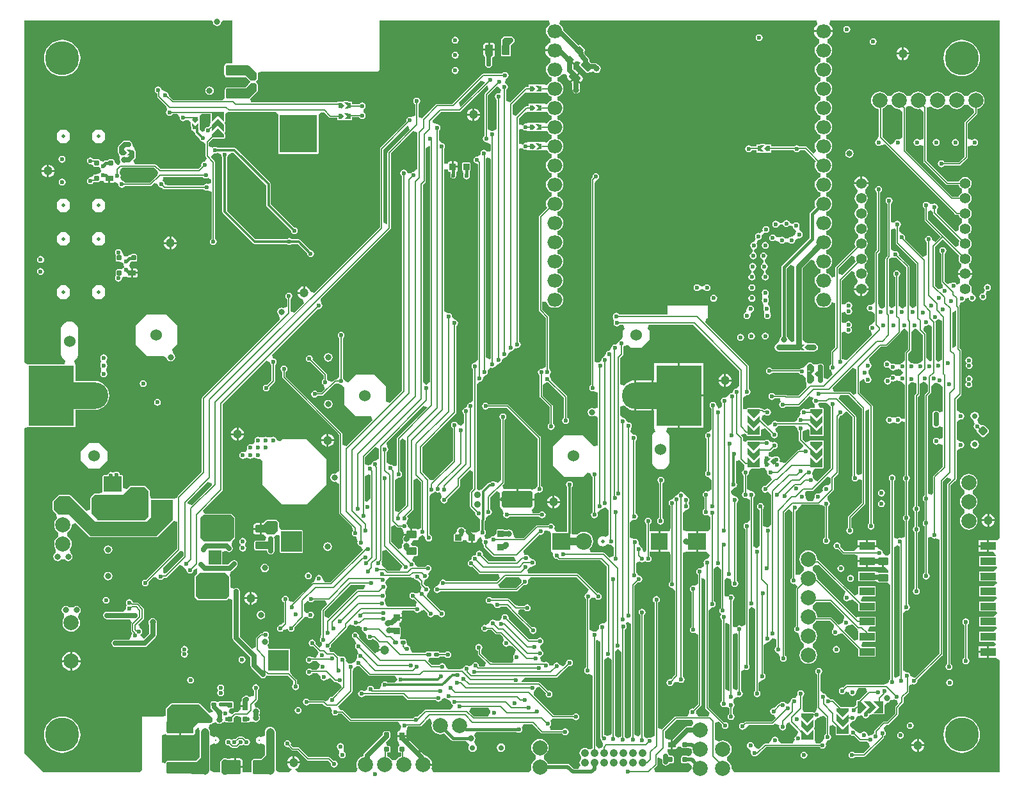
<source format=gbl>
G04*
G04 #@! TF.GenerationSoftware,Altium Limited,Altium Designer,20.2.6 (244)*
G04*
G04 Layer_Physical_Order=4*
G04 Layer_Color=16711680*
%FSLAX25Y25*%
%MOIN*%
G70*
G04*
G04 #@! TF.SameCoordinates,AF831D56-8FB5-4C83-99E9-C392C7947E84*
G04*
G04*
G04 #@! TF.FilePolarity,Positive*
G04*
G01*
G75*
%ADD10C,0.00787*%
%ADD11C,0.01181*%
%ADD20C,0.00500*%
%ADD21C,0.01968*%
%ADD24C,0.02756*%
%ADD31C,0.03937*%
%ADD159C,0.02362*%
%ADD164R,0.01575X0.03150*%
G04:AMPARAMS|DCode=171|XSize=39.37mil|YSize=27.56mil|CornerRadius=2.76mil|HoleSize=0mil|Usage=FLASHONLY|Rotation=270.000|XOffset=0mil|YOffset=0mil|HoleType=Round|Shape=RoundedRectangle|*
%AMROUNDEDRECTD171*
21,1,0.03937,0.02205,0,0,270.0*
21,1,0.03386,0.02756,0,0,270.0*
1,1,0.00551,-0.01102,-0.01693*
1,1,0.00551,-0.01102,0.01693*
1,1,0.00551,0.01102,0.01693*
1,1,0.00551,0.01102,-0.01693*
%
%ADD171ROUNDEDRECTD171*%
G04:AMPARAMS|DCode=172|XSize=23.62mil|YSize=27.56mil|CornerRadius=2.36mil|HoleSize=0mil|Usage=FLASHONLY|Rotation=270.000|XOffset=0mil|YOffset=0mil|HoleType=Round|Shape=RoundedRectangle|*
%AMROUNDEDRECTD172*
21,1,0.02362,0.02284,0,0,270.0*
21,1,0.01890,0.02756,0,0,270.0*
1,1,0.00472,-0.01142,-0.00945*
1,1,0.00472,-0.01142,0.00945*
1,1,0.00472,0.01142,0.00945*
1,1,0.00472,0.01142,-0.00945*
%
%ADD172ROUNDEDRECTD172*%
G04:AMPARAMS|DCode=178|XSize=39.37mil|YSize=39.37mil|CornerRadius=3.94mil|HoleSize=0mil|Usage=FLASHONLY|Rotation=225.000|XOffset=0mil|YOffset=0mil|HoleType=Round|Shape=RoundedRectangle|*
%AMROUNDEDRECTD178*
21,1,0.03937,0.03150,0,0,225.0*
21,1,0.03150,0.03937,0,0,225.0*
1,1,0.00787,-0.02227,0.00000*
1,1,0.00787,0.00000,0.02227*
1,1,0.00787,0.02227,0.00000*
1,1,0.00787,0.00000,-0.02227*
%
%ADD178ROUNDEDRECTD178*%
G04:AMPARAMS|DCode=180|XSize=31.5mil|YSize=35.43mil|CornerRadius=3.15mil|HoleSize=0mil|Usage=FLASHONLY|Rotation=270.000|XOffset=0mil|YOffset=0mil|HoleType=Round|Shape=RoundedRectangle|*
%AMROUNDEDRECTD180*
21,1,0.03150,0.02913,0,0,270.0*
21,1,0.02520,0.03543,0,0,270.0*
1,1,0.00630,-0.01457,-0.01260*
1,1,0.00630,-0.01457,0.01260*
1,1,0.00630,0.01457,0.01260*
1,1,0.00630,0.01457,-0.01260*
%
%ADD180ROUNDEDRECTD180*%
%ADD199R,0.01181X0.01181*%
%ADD201R,0.01181X0.01181*%
G04:AMPARAMS|DCode=214|XSize=35.43mil|YSize=31.5mil|CornerRadius=3.15mil|HoleSize=0mil|Usage=FLASHONLY|Rotation=270.000|XOffset=0mil|YOffset=0mil|HoleType=Round|Shape=RoundedRectangle|*
%AMROUNDEDRECTD214*
21,1,0.03543,0.02520,0,0,270.0*
21,1,0.02913,0.03150,0,0,270.0*
1,1,0.00630,-0.01260,-0.01457*
1,1,0.00630,-0.01260,0.01457*
1,1,0.00630,0.01260,0.01457*
1,1,0.00630,0.01260,-0.01457*
%
%ADD214ROUNDEDRECTD214*%
G04:AMPARAMS|DCode=217|XSize=52.76mil|YSize=118.9mil|CornerRadius=5.28mil|HoleSize=0mil|Usage=FLASHONLY|Rotation=270.000|XOffset=0mil|YOffset=0mil|HoleType=Round|Shape=RoundedRectangle|*
%AMROUNDEDRECTD217*
21,1,0.05276,0.10835,0,0,270.0*
21,1,0.04221,0.11890,0,0,270.0*
1,1,0.01055,-0.05417,-0.02110*
1,1,0.01055,-0.05417,0.02110*
1,1,0.01055,0.05417,0.02110*
1,1,0.01055,0.05417,-0.02110*
%
%ADD217ROUNDEDRECTD217*%
G04:AMPARAMS|DCode=218|XSize=55.12mil|YSize=39.37mil|CornerRadius=3.94mil|HoleSize=0mil|Usage=FLASHONLY|Rotation=270.000|XOffset=0mil|YOffset=0mil|HoleType=Round|Shape=RoundedRectangle|*
%AMROUNDEDRECTD218*
21,1,0.05512,0.03150,0,0,270.0*
21,1,0.04724,0.03937,0,0,270.0*
1,1,0.00787,-0.01575,-0.02362*
1,1,0.00787,-0.01575,0.02362*
1,1,0.00787,0.01575,0.02362*
1,1,0.00787,0.01575,-0.02362*
%
%ADD218ROUNDEDRECTD218*%
G04:AMPARAMS|DCode=219|XSize=55.12mil|YSize=39.37mil|CornerRadius=3.94mil|HoleSize=0mil|Usage=FLASHONLY|Rotation=180.000|XOffset=0mil|YOffset=0mil|HoleType=Round|Shape=RoundedRectangle|*
%AMROUNDEDRECTD219*
21,1,0.05512,0.03150,0,0,180.0*
21,1,0.04724,0.03937,0,0,180.0*
1,1,0.00787,-0.02362,0.01575*
1,1,0.00787,0.02362,0.01575*
1,1,0.00787,0.02362,-0.01575*
1,1,0.00787,-0.02362,-0.01575*
%
%ADD219ROUNDEDRECTD219*%
G04:AMPARAMS|DCode=220|XSize=31.5mil|YSize=35.43mil|CornerRadius=3.15mil|HoleSize=0mil|Usage=FLASHONLY|Rotation=0.000|XOffset=0mil|YOffset=0mil|HoleType=Round|Shape=RoundedRectangle|*
%AMROUNDEDRECTD220*
21,1,0.03150,0.02913,0,0,0.0*
21,1,0.02520,0.03543,0,0,0.0*
1,1,0.00630,0.01260,-0.01457*
1,1,0.00630,-0.01260,-0.01457*
1,1,0.00630,-0.01260,0.01457*
1,1,0.00630,0.01260,0.01457*
%
%ADD220ROUNDEDRECTD220*%
G04:AMPARAMS|DCode=221|XSize=19.68mil|YSize=23.62mil|CornerRadius=1.97mil|HoleSize=0mil|Usage=FLASHONLY|Rotation=90.000|XOffset=0mil|YOffset=0mil|HoleType=Round|Shape=RoundedRectangle|*
%AMROUNDEDRECTD221*
21,1,0.01968,0.01968,0,0,90.0*
21,1,0.01575,0.02362,0,0,90.0*
1,1,0.00394,0.00984,0.00787*
1,1,0.00394,0.00984,-0.00787*
1,1,0.00394,-0.00984,-0.00787*
1,1,0.00394,-0.00984,0.00787*
%
%ADD221ROUNDEDRECTD221*%
%ADD240C,0.02559*%
%ADD241C,0.03150*%
%ADD242C,0.01575*%
%ADD243C,0.04331*%
%ADD247C,0.06299*%
%ADD249C,0.00787*%
%ADD250O,0.03937X0.06299*%
%ADD251O,0.03937X0.08268*%
%ADD252C,0.07874*%
%ADD253C,0.06000*%
%ADD254C,0.13780*%
%ADD255C,0.01968*%
%ADD256C,0.04724*%
%ADD257C,0.04134*%
%ADD258C,0.03543*%
%ADD259C,0.02756*%
%ADD260O,0.07874X0.07087*%
%ADD261C,0.17717*%
%ADD262R,0.08661X0.08661*%
%ADD263C,0.08661*%
%ADD264R,0.07874X0.03937*%
%ADD265C,0.05512*%
%ADD266C,0.02362*%
%ADD267C,0.03150*%
%ADD286R,0.03150X0.01575*%
G04:AMPARAMS|DCode=287|XSize=23.62mil|YSize=27.56mil|CornerRadius=2.36mil|HoleSize=0mil|Usage=FLASHONLY|Rotation=180.000|XOffset=0mil|YOffset=0mil|HoleType=Round|Shape=RoundedRectangle|*
%AMROUNDEDRECTD287*
21,1,0.02362,0.02284,0,0,180.0*
21,1,0.01890,0.02756,0,0,180.0*
1,1,0.00472,-0.00945,0.01142*
1,1,0.00472,0.00945,0.01142*
1,1,0.00472,0.00945,-0.01142*
1,1,0.00472,-0.00945,-0.01142*
%
%ADD287ROUNDEDRECTD287*%
G04:AMPARAMS|DCode=288|XSize=39.37mil|YSize=27.56mil|CornerRadius=2.76mil|HoleSize=0mil|Usage=FLASHONLY|Rotation=180.000|XOffset=0mil|YOffset=0mil|HoleType=Round|Shape=RoundedRectangle|*
%AMROUNDEDRECTD288*
21,1,0.03937,0.02205,0,0,180.0*
21,1,0.03386,0.02756,0,0,180.0*
1,1,0.00551,-0.01693,0.01102*
1,1,0.00551,0.01693,0.01102*
1,1,0.00551,0.01693,-0.01102*
1,1,0.00551,-0.01693,-0.01102*
%
%ADD288ROUNDEDRECTD288*%
G04:AMPARAMS|DCode=289|XSize=137.8mil|YSize=314.96mil|CornerRadius=68.9mil|HoleSize=0mil|Usage=FLASHONLY|Rotation=270.000|XOffset=0mil|YOffset=0mil|HoleType=Round|Shape=RoundedRectangle|*
%AMROUNDEDRECTD289*
21,1,0.13780,0.17717,0,0,270.0*
21,1,0.00000,0.31496,0,0,270.0*
1,1,0.13780,-0.08858,0.00000*
1,1,0.13780,-0.08858,0.00000*
1,1,0.13780,0.08858,0.00000*
1,1,0.13780,0.08858,0.00000*
%
%ADD289ROUNDEDRECTD289*%
%ADD290R,0.23622X0.31496*%
G04:AMPARAMS|DCode=291|XSize=55.12mil|YSize=39.37mil|CornerRadius=3.94mil|HoleSize=0mil|Usage=FLASHONLY|Rotation=135.000|XOffset=0mil|YOffset=0mil|HoleType=Round|Shape=RoundedRectangle|*
%AMROUNDEDRECTD291*
21,1,0.05512,0.03150,0,0,135.0*
21,1,0.04724,0.03937,0,0,135.0*
1,1,0.00787,-0.00557,0.02784*
1,1,0.00787,0.02784,-0.00557*
1,1,0.00787,0.00557,-0.02784*
1,1,0.00787,-0.02784,0.00557*
%
%ADD291ROUNDEDRECTD291*%
G04:AMPARAMS|DCode=292|XSize=31.5mil|YSize=35.43mil|CornerRadius=3.15mil|HoleSize=0mil|Usage=FLASHONLY|Rotation=135.000|XOffset=0mil|YOffset=0mil|HoleType=Round|Shape=RoundedRectangle|*
%AMROUNDEDRECTD292*
21,1,0.03150,0.02913,0,0,135.0*
21,1,0.02520,0.03543,0,0,135.0*
1,1,0.00630,0.00139,0.01921*
1,1,0.00630,0.01921,0.00139*
1,1,0.00630,-0.00139,-0.01921*
1,1,0.00630,-0.01921,-0.00139*
%
%ADD292ROUNDEDRECTD292*%
G04:AMPARAMS|DCode=293|XSize=157.48mil|YSize=86.61mil|CornerRadius=8.66mil|HoleSize=0mil|Usage=FLASHONLY|Rotation=180.000|XOffset=0mil|YOffset=0mil|HoleType=Round|Shape=RoundedRectangle|*
%AMROUNDEDRECTD293*
21,1,0.15748,0.06929,0,0,180.0*
21,1,0.14016,0.08661,0,0,180.0*
1,1,0.01732,-0.07008,0.03465*
1,1,0.01732,0.07008,0.03465*
1,1,0.01732,0.07008,-0.03465*
1,1,0.01732,-0.07008,-0.03465*
%
%ADD293ROUNDEDRECTD293*%
G04:AMPARAMS|DCode=294|XSize=70.87mil|YSize=55.12mil|CornerRadius=5.51mil|HoleSize=0mil|Usage=FLASHONLY|Rotation=90.000|XOffset=0mil|YOffset=0mil|HoleType=Round|Shape=RoundedRectangle|*
%AMROUNDEDRECTD294*
21,1,0.07087,0.04409,0,0,90.0*
21,1,0.05984,0.05512,0,0,90.0*
1,1,0.01102,0.02205,0.02992*
1,1,0.01102,0.02205,-0.02992*
1,1,0.01102,-0.02205,-0.02992*
1,1,0.01102,-0.02205,0.02992*
%
%ADD294ROUNDEDRECTD294*%
G04:AMPARAMS|DCode=295|XSize=137.8mil|YSize=62.99mil|CornerRadius=6.3mil|HoleSize=0mil|Usage=FLASHONLY|Rotation=0.000|XOffset=0mil|YOffset=0mil|HoleType=Round|Shape=RoundedRectangle|*
%AMROUNDEDRECTD295*
21,1,0.13780,0.05039,0,0,0.0*
21,1,0.12520,0.06299,0,0,0.0*
1,1,0.01260,0.06260,-0.02520*
1,1,0.01260,-0.06260,-0.02520*
1,1,0.01260,-0.06260,0.02520*
1,1,0.01260,0.06260,0.02520*
%
%ADD295ROUNDEDRECTD295*%
%ADD296R,0.09449X0.08661*%
%ADD297R,0.19784X0.19784*%
%ADD298R,0.11024X0.11024*%
%ADD299R,0.06594X0.07677*%
%ADD300R,0.09449X0.08169*%
%ADD301R,0.13386X0.11417*%
%ADD302R,0.06201X0.06693*%
%ADD303R,0.09843X0.10236*%
G36*
X124803Y368701D02*
Y365354D01*
X124016Y364567D01*
X122047D01*
X118898Y367717D01*
Y370669D01*
X120866Y372638D01*
X124803Y368701D01*
D02*
G37*
G36*
X101477Y396063D02*
X102123Y395276D01*
X102291Y394431D01*
X102770Y393714D01*
X103486Y393236D01*
X104331Y393068D01*
X105176Y393236D01*
X105892Y393714D01*
X106370Y394431D01*
X106538Y395276D01*
X107185Y396063D01*
X112205D01*
X112205Y373707D01*
X109543D01*
X108947Y373588D01*
X108442Y373251D01*
X108104Y372746D01*
X107986Y372150D01*
Y367929D01*
X108104Y367333D01*
X108442Y366828D01*
X108947Y366490D01*
X109543Y366372D01*
X119339D01*
X120448Y365262D01*
X121458Y363945D01*
X120448Y362690D01*
X118921Y361164D01*
X109543D01*
X109107Y361077D01*
X108737Y360830D01*
X108490Y360460D01*
X108403Y360024D01*
Y356369D01*
X108403Y355803D01*
X107132Y354577D01*
X106828Y354400D01*
X81457D01*
X79108Y356750D01*
X79141Y356916D01*
X79175Y357087D01*
X79037Y357778D01*
X78646Y358364D01*
X78060Y358755D01*
X77368Y358893D01*
X77242Y358868D01*
X75958Y359558D01*
X75350Y360236D01*
X75291Y360534D01*
X74899Y361120D01*
X74313Y361511D01*
X73622Y361649D01*
X72931Y361511D01*
X72345Y361120D01*
X71953Y360534D01*
X71816Y359842D01*
X71953Y359151D01*
X72345Y358565D01*
X72931Y358174D01*
X73159Y358128D01*
Y356299D01*
X73224Y355971D01*
X73410Y355693D01*
X77762Y351341D01*
X78250Y349311D01*
X77859Y348723D01*
X77824Y348550D01*
X77721Y348031D01*
X77859Y347340D01*
X78250Y346754D01*
X78836Y346363D01*
X79528Y346225D01*
X80219Y346363D01*
X80805Y346754D01*
X80973Y347005D01*
X81121Y347228D01*
X83420D01*
X83789Y346923D01*
X84808Y345276D01*
X84945Y344584D01*
X85337Y343998D01*
X85923Y343607D01*
X86614Y343469D01*
X87305Y343607D01*
X87892Y343998D01*
X87906Y344021D01*
X89203Y344053D01*
X89535Y344006D01*
X90699Y342520D01*
X90699Y340748D01*
X90748Y340631D01*
Y338681D01*
X91229D01*
X92693Y337598D01*
X92785Y337138D01*
X93046Y336747D01*
X95061Y334732D01*
X95044Y334646D01*
X95182Y333954D01*
X95573Y333368D01*
X96159Y332977D01*
X96850Y332839D01*
X98101Y331588D01*
X98310Y331379D01*
X98356Y331284D01*
X98356Y328346D01*
X98356Y325197D01*
X98378Y325084D01*
X98421Y324869D01*
X98607Y324591D01*
X98966Y324231D01*
X98837Y324001D01*
X97964Y322450D01*
X97835Y322476D01*
X97143Y322338D01*
X96557Y321947D01*
X96166Y321361D01*
X96028Y320669D01*
X96127Y320174D01*
X94527Y318574D01*
X74764D01*
X72561Y320777D01*
X72283Y320963D01*
X71955Y321028D01*
X61548D01*
X60733Y322997D01*
X61361Y323625D01*
X61774Y324244D01*
X61920Y324974D01*
Y327093D01*
X61824Y327572D01*
X61774Y327823D01*
X61619Y328339D01*
X61319Y329331D01*
X61319D01*
X60361Y330903D01*
X60135Y331299D01*
X60174Y331496D01*
X60029Y332226D01*
X59616Y332844D01*
X58997Y333258D01*
X58268Y333403D01*
X56299D01*
X55569Y333258D01*
X54951Y332844D01*
X53179Y331073D01*
X52766Y330454D01*
X52621Y329724D01*
Y327461D01*
X52766Y326731D01*
X52832Y326633D01*
X53642Y325000D01*
X53698Y323228D01*
X53765Y322887D01*
X53847Y322315D01*
X53503Y321066D01*
X52707Y320785D01*
X50804Y322103D01*
Y322795D01*
X50739Y323118D01*
X50557Y323391D01*
X50283Y323574D01*
X49961Y323638D01*
X48071D01*
X47748Y323574D01*
X47475Y323391D01*
X47292Y323118D01*
X47261Y322960D01*
X46358D01*
X45821Y322853D01*
X45365Y322549D01*
X45292Y322476D01*
X44251Y322645D01*
X43263Y323116D01*
X43086Y323377D01*
X43076Y323391D01*
X42803Y323574D01*
X42480Y323638D01*
X40591D01*
X40295Y323580D01*
X40263Y323586D01*
X40015D01*
X39663Y324112D01*
X39077Y324503D01*
X38386Y324641D01*
X37695Y324503D01*
X37108Y324112D01*
X36717Y323526D01*
X36579Y322835D01*
X36717Y322143D01*
X37108Y321557D01*
X37695Y321166D01*
X38386Y321028D01*
X39483Y320612D01*
X39994Y319916D01*
X40268Y319733D01*
X40591Y319669D01*
X42480Y319669D01*
X42863Y319522D01*
X43645Y318591D01*
X43649Y318585D01*
X43863Y317530D01*
X43777Y317238D01*
X43621Y316965D01*
X43619Y316963D01*
X42804Y316196D01*
X41978Y315906D01*
X41329Y315782D01*
X40800Y315764D01*
X40591D01*
X40268Y315700D01*
X40268D01*
X39994Y315517D01*
X39812Y315244D01*
Y315244D01*
X39599Y314905D01*
X39282Y314677D01*
X38386Y314208D01*
X37695Y314070D01*
X37108Y313679D01*
X36717Y313093D01*
X36579Y312402D01*
X36717Y311710D01*
X37108Y311124D01*
X37695Y310733D01*
X38386Y310595D01*
X39077Y310733D01*
X39663Y311124D01*
X40055Y311710D01*
X40591Y311795D01*
X42480D01*
X42803Y311859D01*
X43076Y312042D01*
X43259Y312315D01*
X43268Y312358D01*
X43334Y312441D01*
X45300Y312349D01*
X45334Y312179D01*
X45616Y311757D01*
X46038Y311476D01*
X46535Y311377D01*
X47728D01*
Y313779D01*
X48728D01*
Y311377D01*
X49921D01*
X50419Y311476D01*
X50726Y311681D01*
X50963Y311781D01*
X51287Y311842D01*
X51995Y311356D01*
X52918Y310629D01*
X53055Y309938D01*
X53447Y309352D01*
X54033Y308960D01*
X54724Y308823D01*
X55416Y308960D01*
X56002Y309352D01*
X56149Y309573D01*
X56282Y309772D01*
X61169D01*
X61172Y309773D01*
X69685D01*
X70013Y309838D01*
X70291Y310024D01*
X71504Y311237D01*
X72613Y310880D01*
X73439Y310388D01*
X73528Y309939D01*
X73920Y309353D01*
X74506Y308961D01*
X75197Y308824D01*
X75520Y308888D01*
X76062Y308346D01*
X76388Y308128D01*
X76772Y308052D01*
X97359D01*
X97542Y307778D01*
X98128Y307386D01*
X98819Y307249D01*
X99510Y307386D01*
X99537Y307404D01*
X101337Y306680D01*
X101505Y306532D01*
Y305628D01*
Y282267D01*
X101085Y281986D01*
X100693Y281400D01*
X100556Y280709D01*
X100693Y280017D01*
X101085Y279431D01*
X101671Y279040D01*
X102362Y278902D01*
X103053Y279040D01*
X103639Y279431D01*
X104031Y280017D01*
X104169Y280709D01*
X104031Y281400D01*
X103639Y281986D01*
X103419Y282134D01*
X103219Y282267D01*
Y305894D01*
Y307084D01*
X103219Y309135D01*
Y321563D01*
Y322047D01*
X103154Y322375D01*
X102968Y322653D01*
X101092Y324529D01*
X101133Y325196D01*
X101497Y325603D01*
X102968Y326576D01*
X103150Y326540D01*
X103841Y326678D01*
X104427Y327069D01*
X104476Y327142D01*
X104724D01*
X106461Y325984D01*
X106599Y325292D01*
X106990Y324706D01*
X107063Y324658D01*
Y296260D01*
X107063Y296260D01*
X107155Y295799D01*
X107416Y295409D01*
X122967Y279857D01*
X122967Y279857D01*
X123358Y279596D01*
X123819Y279504D01*
X140701D01*
X140750Y279431D01*
X141336Y279040D01*
X142028Y278902D01*
X142719Y279040D01*
X143305Y279431D01*
X143354Y279504D01*
X146352D01*
X151262Y274594D01*
X151245Y274508D01*
X151382Y273817D01*
X151774Y273231D01*
X152360Y272839D01*
X153051Y272702D01*
X153742Y272839D01*
X154329Y273231D01*
X154720Y273817D01*
X154858Y274508D01*
X154720Y275199D01*
X154329Y275785D01*
X153742Y276177D01*
X153051Y276314D01*
X152965Y276297D01*
X147702Y281560D01*
X147311Y281821D01*
X146850Y281913D01*
X146850Y281913D01*
X143354D01*
X143305Y281986D01*
X142719Y282378D01*
X142028Y282515D01*
X141336Y282378D01*
X140750Y281986D01*
X140701Y281913D01*
X124318D01*
X109472Y296759D01*
Y324658D01*
X109545Y324706D01*
X109936Y325292D01*
X110074Y325984D01*
X111811Y327142D01*
X112887D01*
X129898Y310131D01*
Y299812D01*
X129898Y299812D01*
X129990Y299351D01*
X130251Y298960D01*
X142802Y286409D01*
X142784Y286323D01*
X142922Y285632D01*
X143314Y285046D01*
X143900Y284654D01*
X144591Y284517D01*
X145282Y284654D01*
X145868Y285046D01*
X146260Y285632D01*
X146397Y286323D01*
X146260Y287014D01*
X145868Y287600D01*
X145282Y287992D01*
X144591Y288129D01*
X144505Y288112D01*
X132307Y300310D01*
Y310630D01*
X132307Y310630D01*
X132215Y311091D01*
X131954Y311481D01*
X131954Y311481D01*
X114237Y329198D01*
X113847Y329459D01*
X113386Y329551D01*
X113386Y329551D01*
X104476D01*
X104427Y329624D01*
X103841Y330015D01*
X103150Y330153D01*
X102458Y330015D01*
X102038Y329734D01*
X101228Y329926D01*
X100324Y330350D01*
X100070Y330469D01*
Y332245D01*
X101407Y333660D01*
X102049Y334302D01*
X102361Y334302D01*
X107874D01*
X108326Y334489D01*
X108513Y334941D01*
X108513Y336516D01*
X108513Y336516D01*
X108326Y336968D01*
X108326Y337639D01*
X108451Y337941D01*
X108513Y338091D01*
X108513Y338091D01*
X108513Y339293D01*
X108513Y341634D01*
X108513Y341634D01*
X108513Y341634D01*
X108513Y341634D01*
X108382Y342421D01*
X108513Y343209D01*
X108513Y343209D01*
X108513Y344410D01*
Y347333D01*
X109198Y347910D01*
X110126Y348340D01*
X110455Y348390D01*
X110630Y348356D01*
X111110D01*
X134840D01*
X136073Y346752D01*
X136073Y346387D01*
Y326969D01*
X136261Y326517D01*
X136713Y326329D01*
X156496D01*
X156948Y326517D01*
X157135Y326969D01*
Y346387D01*
X157135Y346752D01*
X158072Y347970D01*
X160173Y348064D01*
X162681Y345555D01*
X162959Y345370D01*
X163287Y345304D01*
X166831D01*
Y343996D01*
X168780Y343996D01*
X168898Y343947D01*
X168898Y343947D01*
X168996Y343947D01*
X168996Y343947D01*
X169068Y343959D01*
X169587Y343996D01*
X170571Y343947D01*
X170571Y343947D01*
X172441Y343947D01*
X172558Y343996D01*
X174508D01*
Y345521D01*
X178240D01*
X178521Y345101D01*
X179107Y344709D01*
X179798Y344571D01*
X180489Y344709D01*
X181075Y345101D01*
X181467Y345687D01*
X181604Y346378D01*
X181467Y347069D01*
X181075Y347655D01*
X180882Y347784D01*
X180711Y348624D01*
Y349132D01*
X180882Y349972D01*
X181075Y350101D01*
X181467Y350687D01*
X181604Y351378D01*
X181467Y352069D01*
X181075Y352655D01*
X180489Y353047D01*
X179798Y353184D01*
X179107Y353047D01*
X178521Y352655D01*
X178373Y352434D01*
X178240Y352235D01*
X174508D01*
Y353839D01*
X172558D01*
X172441Y353887D01*
X170571Y353887D01*
X170571Y353887D01*
X169587Y353839D01*
X169068Y353875D01*
X168996Y353887D01*
X168996Y353887D01*
X168898Y353887D01*
X168898Y353887D01*
X168780Y353839D01*
X168113Y353839D01*
X166831D01*
Y353219D01*
X122246D01*
X122070Y353516D01*
X121643Y355188D01*
X125224Y358769D01*
X125411Y359221D01*
Y362567D01*
X125224Y363019D01*
X124563Y363976D01*
X125255Y364902D01*
X125442Y365354D01*
Y368701D01*
X127261Y369291D01*
X187795D01*
X188976Y370472D01*
Y396063D01*
X277322Y396063D01*
X277713Y394095D01*
X277620Y394056D01*
X276756Y393393D01*
X276094Y392530D01*
X275677Y391524D01*
X275535Y390445D01*
X275677Y389366D01*
X276094Y388360D01*
X276756Y387497D01*
X277620Y386834D01*
X277968Y386690D01*
X277867Y384601D01*
X277414Y384414D01*
X276464Y383685D01*
X275736Y382736D01*
X275278Y381631D01*
X275188Y380945D01*
X280098D01*
Y379945D01*
X275188D01*
X275278Y379259D01*
X275736Y378154D01*
X276464Y377205D01*
X277414Y376476D01*
X277867Y376289D01*
X277968Y374200D01*
X277620Y374056D01*
X276756Y373393D01*
X276094Y372530D01*
X275677Y371524D01*
X275535Y370445D01*
X275677Y369366D01*
X276094Y368360D01*
X276756Y367497D01*
X277620Y366834D01*
X278625Y366418D01*
Y364472D01*
X277620Y364056D01*
X276756Y363393D01*
X276094Y362530D01*
X276083Y362503D01*
X274114Y362610D01*
Y362610D01*
X272165D01*
X272047Y362659D01*
X270177Y362659D01*
X270177Y362659D01*
X269193Y362610D01*
X268623Y362650D01*
X268602Y362659D01*
X268602Y362659D01*
X268504Y362659D01*
X268504Y362659D01*
X268387Y362610D01*
X267719Y362610D01*
X266437D01*
Y361448D01*
X265169D01*
X264785Y361372D01*
X264460Y361155D01*
X256763Y353457D01*
X255250Y353876D01*
X254794Y354201D01*
Y359859D01*
X255214Y360140D01*
X255606Y360726D01*
X255743Y361417D01*
X255606Y362109D01*
X255606Y362109D01*
X255214Y362695D01*
X255209Y362698D01*
X254628Y363086D01*
X254628Y363086D01*
X254390Y363746D01*
X255022Y365654D01*
X255608Y366045D01*
X256000Y366632D01*
X256137Y367323D01*
X256000Y368014D01*
X255608Y368600D01*
X255022Y368992D01*
X254331Y369129D01*
X253639Y368992D01*
X253053Y368600D01*
X252906Y368379D01*
X252773Y368180D01*
X248103D01*
X246135D01*
X242913D01*
X242585Y368115D01*
X242307Y367929D01*
X241978Y367599D01*
X226810Y352432D01*
X218898D01*
X218570Y352367D01*
X218292Y352181D01*
X211205Y345094D01*
X211093Y344927D01*
X210948Y344904D01*
X209140Y345824D01*
X209125Y345832D01*
Y352379D01*
X209545Y352660D01*
X209937Y353246D01*
X210074Y353937D01*
X209937Y354628D01*
X209545Y355214D01*
X208959Y355606D01*
X208268Y355743D01*
X207576Y355606D01*
X206990Y355214D01*
X206599Y354628D01*
X206461Y353937D01*
X206599Y353246D01*
X206990Y352660D01*
X207211Y352512D01*
X207411Y352379D01*
Y346403D01*
X207191Y346215D01*
X205442Y345531D01*
X205390Y345566D01*
X204699Y345703D01*
X204008Y345566D01*
X203422Y345174D01*
X203030Y344588D01*
X202893Y343897D01*
X202991Y343401D01*
X189691Y330101D01*
X189355Y329764D01*
X189169Y329486D01*
X189104Y329158D01*
Y328681D01*
Y288150D01*
X189014Y288061D01*
X154882Y253929D01*
X154862Y253929D01*
X152894Y254724D01*
X152882Y254815D01*
X152543Y255633D01*
X152004Y256335D01*
X151302Y256874D01*
X150484Y257213D01*
X150106Y257262D01*
Y253937D01*
X149606D01*
Y253437D01*
X146281D01*
X146331Y253059D01*
X146669Y252241D01*
X147208Y251539D01*
X147911Y251000D01*
X148729Y250661D01*
X148819Y250649D01*
X149614Y248681D01*
X149614Y248661D01*
X144558Y243604D01*
X142589Y244420D01*
X142589Y246256D01*
Y250804D01*
X143010Y251085D01*
X143401Y251671D01*
X143539Y252362D01*
X143401Y253053D01*
X143010Y253640D01*
X142423Y254031D01*
X141732Y254169D01*
X141041Y254031D01*
X140455Y253640D01*
X140063Y253053D01*
X139926Y252362D01*
X140063Y251671D01*
X140455Y251085D01*
X140676Y250937D01*
X140875Y250804D01*
Y246894D01*
X140684Y246727D01*
X138907Y246022D01*
X138739Y246134D01*
X137894Y246302D01*
X137049Y246134D01*
X136332Y245656D01*
X135854Y244939D01*
X135686Y244094D01*
X135854Y243250D01*
X136332Y242533D01*
X136592Y242360D01*
X137058Y240654D01*
X137062Y240045D01*
X96979Y199963D01*
X96638Y199622D01*
X96452Y199344D01*
X96387Y199016D01*
Y198539D01*
Y160591D01*
X84070Y148274D01*
X83744Y147949D01*
X83559Y147670D01*
X83493Y147343D01*
Y146977D01*
X81554Y146515D01*
X81102Y146702D01*
X76181Y146702D01*
X76181Y146702D01*
X69980D01*
X69340Y148521D01*
Y150591D01*
X69153Y151042D01*
X66987Y153208D01*
X66535Y153395D01*
X59350D01*
X58898Y153208D01*
X57332Y151642D01*
X55364Y152457D01*
Y158268D01*
X55176Y158720D01*
X54724Y158907D01*
X53717D01*
X53676Y158957D01*
X53539Y159648D01*
X53147Y160234D01*
X52561Y160626D01*
X51870Y160763D01*
X51179Y160626D01*
X50593Y160234D01*
X49707Y160429D01*
X49016Y160566D01*
X48324Y160429D01*
X47739Y160037D01*
X47347Y159451D01*
X47239Y158907D01*
X45276D01*
X44824Y158720D01*
X44636Y158268D01*
Y151427D01*
X44636Y150098D01*
X42818Y149458D01*
X40650D01*
X40198Y149271D01*
X38426Y147499D01*
X38239Y147047D01*
Y141040D01*
X36270Y140224D01*
X28011Y148484D01*
X27559Y148671D01*
X22047Y148671D01*
X21595Y148484D01*
X18839Y145728D01*
X18652Y145276D01*
X18652Y140945D01*
X18839Y140493D01*
X20700Y138632D01*
X20785Y136354D01*
X20645Y136115D01*
X20061Y135354D01*
X19605Y134253D01*
X19449Y133071D01*
X19605Y131889D01*
X20061Y130788D01*
X20787Y129842D01*
X21732Y129116D01*
Y127026D01*
X20787Y126300D01*
X20061Y125354D01*
X19605Y124253D01*
X19449Y123071D01*
X19605Y121889D01*
X20061Y120788D01*
X20349Y120412D01*
X20368Y119848D01*
X20112Y118518D01*
X19877Y118058D01*
X19699Y117939D01*
X19220Y117223D01*
X19052Y116378D01*
X19220Y115533D01*
X19699Y114817D01*
X20415Y114338D01*
X21260Y114170D01*
X22105Y114338D01*
X22821Y114817D01*
X22922Y114968D01*
X23173Y115047D01*
X24859D01*
X25109Y114968D01*
X25210Y114817D01*
X25927Y114338D01*
X26772Y114170D01*
X27617Y114338D01*
X28333Y114817D01*
X28811Y115533D01*
X28979Y116378D01*
X28811Y117223D01*
X28333Y117939D01*
X28154Y118058D01*
X27920Y118518D01*
X27664Y119848D01*
X27682Y120412D01*
X27971Y120788D01*
X28427Y121889D01*
X28582Y123071D01*
X28427Y124253D01*
X27971Y125354D01*
X27245Y126300D01*
X26299Y127026D01*
Y129116D01*
X27245Y129842D01*
X27971Y130788D01*
X28427Y131889D01*
X28582Y133071D01*
X28580Y133086D01*
X30445Y134005D01*
X37737Y126713D01*
X38189Y126526D01*
X72638Y126526D01*
X73090Y126713D01*
X81525Y135149D01*
X81693Y135145D01*
X83493Y134715D01*
Y120532D01*
X70334Y107373D01*
X70334D01*
Y107373D01*
X70334Y107373D01*
Y107373D01*
X67425Y104464D01*
X67190Y104510D01*
X66929Y104562D01*
X66238Y104425D01*
X65652Y104033D01*
X65260Y103447D01*
X65123Y102756D01*
X65260Y102065D01*
X65652Y101479D01*
X66238Y101087D01*
X66929Y100950D01*
X67620Y101087D01*
X68206Y101479D01*
X68598Y102065D01*
X68735Y102756D01*
X68637Y103252D01*
X71072Y105687D01*
X71390Y105645D01*
X72186Y105538D01*
X73313Y105144D01*
X73526Y104825D01*
X74112Y104434D01*
X74803Y104296D01*
X75494Y104434D01*
X76081Y104825D01*
X76274Y105115D01*
X76443Y105367D01*
X77484D01*
X77812Y105433D01*
X78090Y105618D01*
X84491Y112019D01*
X85193Y111980D01*
X85906Y111774D01*
X87066Y111145D01*
X87941Y110140D01*
X88587Y108758D01*
X88979Y108172D01*
X88979Y108171D01*
X89565Y107780D01*
X90256Y107642D01*
X90947Y107780D01*
X91533Y108171D01*
X91925Y108758D01*
X92037Y109320D01*
X92067Y109348D01*
X92538Y109636D01*
X93924Y110181D01*
X94010Y110097D01*
X93951Y107650D01*
X92658Y106358D01*
X92471Y105905D01*
Y95866D01*
X92658Y95414D01*
X94332Y93741D01*
X94784Y93554D01*
X108851D01*
X109302Y93741D01*
X110396Y94835D01*
X112365Y94019D01*
Y73917D01*
X112510Y73188D01*
X112923Y72569D01*
X121715Y63777D01*
Y59842D01*
X121861Y59113D01*
X122274Y58494D01*
X125325Y55443D01*
X126341Y54427D01*
X126388Y54192D01*
X126801Y53573D01*
X127420Y53160D01*
X128150Y53014D01*
X128879Y53160D01*
X129498Y53573D01*
X129986Y54204D01*
X130906Y54360D01*
X141164Y54360D01*
X141279Y54360D01*
X143723Y51916D01*
X143757Y51521D01*
X143900Y49899D01*
X143508Y49313D01*
X143371Y48622D01*
X143508Y47931D01*
X143900Y47345D01*
X144486Y46953D01*
X145177Y46816D01*
X145868Y46953D01*
X146455Y47345D01*
X146846Y47931D01*
X146984Y48622D01*
X146846Y49313D01*
X146455Y49899D01*
X146233Y50047D01*
X146034Y50180D01*
Y51673D01*
X145969Y52001D01*
X145783Y52279D01*
X145598Y52465D01*
X145369Y52693D01*
X143240Y54823D01*
X142562Y55796D01*
X142562Y55796D01*
X142184Y56339D01*
X142371Y56791D01*
Y67815D01*
X142184Y68267D01*
X141732Y68454D01*
X131197D01*
X130423Y70304D01*
X130695Y70486D01*
X131174Y71202D01*
X131342Y72047D01*
X131174Y72892D01*
X130804Y74313D01*
X131196Y74899D01*
X131333Y75590D01*
X131196Y76281D01*
X130804Y76868D01*
X130218Y77259D01*
X129527Y77397D01*
X128836Y77259D01*
X128250Y76868D01*
X128102Y76647D01*
X127969Y76447D01*
X127362D01*
X127034Y76382D01*
X126756Y76196D01*
X124689Y74130D01*
X124504Y73852D01*
X124438Y73524D01*
Y69231D01*
X122470Y68416D01*
X116178Y74707D01*
Y98228D01*
X116033Y98958D01*
X115620Y99577D01*
X115001Y99990D01*
X114272Y100135D01*
X113542Y99990D01*
X113131Y99716D01*
X112192Y99954D01*
X111163Y100485D01*
Y102022D01*
X111202Y102219D01*
X111163Y102416D01*
Y105195D01*
X111169Y105227D01*
X111163Y105258D01*
Y105905D01*
X110976Y106358D01*
X110775Y106558D01*
X110790Y107103D01*
X111464Y108653D01*
X111556Y108671D01*
X112175Y109085D01*
X114439Y111349D01*
X114852Y111967D01*
X114997Y112697D01*
X114852Y113426D01*
X114439Y114045D01*
X113820Y114458D01*
X113091Y114604D01*
X112361Y114458D01*
X111742Y114045D01*
X110037Y112340D01*
X107037D01*
Y118870D01*
X109005Y119499D01*
X109183Y119321D01*
X109802Y118908D01*
X110531Y118763D01*
X111261Y118908D01*
X111880Y119321D01*
X112293Y119940D01*
X112438Y120669D01*
X112293Y121399D01*
X111880Y122018D01*
X111805Y122370D01*
X112092Y124590D01*
X113535Y126033D01*
X113722Y126485D01*
Y136524D01*
X113535Y136976D01*
X111862Y138649D01*
X111410Y138836D01*
X97852D01*
X96965Y140343D01*
X96887Y140655D01*
X106580Y150348D01*
X106905Y150673D01*
X107091Y150952D01*
X107156Y151279D01*
Y151758D01*
Y195778D01*
Y195905D01*
X129895Y218643D01*
X131180Y218140D01*
X131789Y217753D01*
X131894Y217222D01*
X132286Y216636D01*
X132507Y216489D01*
X132706Y216355D01*
X132706Y208327D01*
X130417Y206038D01*
X130182Y206085D01*
X129921Y206137D01*
X129230Y206000D01*
X128644Y205608D01*
X128252Y205022D01*
X128115Y204331D01*
X128252Y203640D01*
X128644Y203053D01*
X129230Y202662D01*
X129921Y202524D01*
X130613Y202662D01*
X131199Y203053D01*
X131590Y203640D01*
X131728Y204331D01*
X131629Y204826D01*
X134169Y207366D01*
X134355Y207644D01*
X134420Y207972D01*
Y216355D01*
X134840Y216636D01*
X135232Y217222D01*
X135369Y217913D01*
X135232Y218605D01*
X134840Y219191D01*
X134254Y219582D01*
X133723Y219688D01*
X133337Y220297D01*
X132833Y221582D01*
X156788Y245536D01*
X157023Y245490D01*
X157283Y245438D01*
X157975Y245575D01*
X158561Y245967D01*
X158952Y246553D01*
X159090Y247244D01*
X158952Y247935D01*
X158584Y248486D01*
X158561Y248521D01*
X158140Y250409D01*
X158191Y250877D01*
X194159Y286845D01*
X194504Y287189D01*
X194689Y287467D01*
X194755Y287795D01*
Y288272D01*
Y326810D01*
X206230Y338286D01*
X206671Y338227D01*
X208592Y337795D01*
Y337328D01*
Y318584D01*
X208309Y318219D01*
X206693Y317161D01*
X206002Y317023D01*
X205416Y316632D01*
X205162Y316252D01*
X204202Y316316D01*
X203231Y316636D01*
X203145Y317069D01*
X202754Y317655D01*
X202168Y318047D01*
X201476Y318184D01*
X200785Y318047D01*
X200199Y317655D01*
X199808Y317069D01*
X199670Y316378D01*
X199808Y315687D01*
X200199Y315101D01*
X200476Y314916D01*
X200718Y314754D01*
Y203237D01*
Y203111D01*
X194193Y196586D01*
X192224Y197401D01*
X192225Y205413D01*
X186319Y211318D01*
X176475Y211320D01*
X172631Y207472D01*
X171737Y207659D01*
X170629Y208253D01*
X170566Y208565D01*
X170175Y209151D01*
X169954Y209299D01*
X169755Y209432D01*
Y209795D01*
X169755D01*
Y210890D01*
Y230332D01*
X170175Y230612D01*
X170566Y231199D01*
X170704Y231890D01*
X170566Y232581D01*
X170175Y233167D01*
X169589Y233559D01*
X168898Y233696D01*
X168206Y233559D01*
X167620Y233167D01*
X167229Y232581D01*
X167091Y231890D01*
X167229Y231199D01*
X167620Y230612D01*
X167841Y230465D01*
X168041Y230332D01*
Y210409D01*
X166486Y208855D01*
X166193Y208731D01*
X165748D01*
X165420Y208666D01*
X165142Y208480D01*
X164810Y208148D01*
X164810Y208148D01*
X164810Y208148D01*
X164810Y208148D01*
Y208148D01*
X164327Y207665D01*
X164039Y207737D01*
X162446Y208135D01*
X162199Y208321D01*
X161907Y208758D01*
X161686Y208905D01*
X161487Y209038D01*
X161487Y211417D01*
X161422Y211745D01*
X161236Y212023D01*
X154070Y219189D01*
X154117Y219424D01*
X154169Y219685D01*
X154031Y220376D01*
X153639Y220962D01*
X153053Y221354D01*
X152362Y221491D01*
X151671Y221354D01*
X151085Y220962D01*
X150693Y220376D01*
X150556Y219685D01*
X150693Y218994D01*
X151085Y218408D01*
X151671Y218016D01*
X152362Y217879D01*
X152858Y217977D01*
X159773Y211062D01*
X159773Y209038D01*
X159353Y208758D01*
X158961Y208172D01*
X158824Y207480D01*
X158961Y206789D01*
X159353Y206203D01*
X159789Y205911D01*
X159975Y205665D01*
X160445Y203783D01*
X158700Y202038D01*
X156676Y202038D01*
X156395Y202458D01*
X155809Y202850D01*
X155118Y202988D01*
X154427Y202850D01*
X153841Y202458D01*
X153449Y201872D01*
X153312Y201181D01*
X153449Y200490D01*
X153841Y199904D01*
X154427Y199512D01*
X155118Y199375D01*
X155809Y199512D01*
X156395Y199904D01*
X156543Y200125D01*
X156676Y200324D01*
X159055Y200324D01*
X159383Y200389D01*
X159661Y200575D01*
X162181Y203095D01*
D01*
X162181Y203095D01*
X162181D01*
X162181Y203095D01*
X165015Y205929D01*
X165015D01*
X165015D01*
X165015Y205929D01*
X165015Y205929D01*
X165588Y206502D01*
X165965Y206519D01*
X167620Y206597D01*
X168206Y206205D01*
X168876Y206072D01*
X168907Y206060D01*
X170421Y204797D01*
X170570Y204546D01*
X170573Y195569D01*
X176474Y189667D01*
X184488Y189665D01*
X185303Y187696D01*
X171526Y173919D01*
X169812Y174629D01*
X169558Y174735D01*
X169558Y180512D01*
X169493Y180840D01*
X169307Y181118D01*
X168700Y181725D01*
X140252Y210172D01*
X139932Y210493D01*
X139932Y212812D01*
X140352Y213093D01*
X140744Y213679D01*
X140881Y214370D01*
X140744Y215061D01*
X140352Y215647D01*
X139766Y216039D01*
X139075Y216176D01*
X138383Y216039D01*
X137797Y215647D01*
X137406Y215061D01*
X137268Y214370D01*
X137406Y213679D01*
X137797Y213093D01*
X138019Y212945D01*
X138218Y212812D01*
X138218Y210138D01*
X138283Y209810D01*
X138469Y209532D01*
X139076Y208925D01*
X167523Y180477D01*
X167844Y180157D01*
X167844Y173877D01*
X167844Y171908D01*
Y161117D01*
X167393Y160681D01*
X165875Y159820D01*
X165551Y159885D01*
X164706Y159717D01*
X163990Y159238D01*
X163512Y158522D01*
X163343Y157677D01*
X163512Y156832D01*
X163990Y156116D01*
X164706Y155638D01*
X165551Y155469D01*
X165875Y155534D01*
X167393Y154673D01*
X167844Y154237D01*
Y139651D01*
Y139173D01*
X167909Y138845D01*
X168095Y138567D01*
X174677Y131985D01*
X175101Y130017D01*
X174709Y129431D01*
X174572Y128740D01*
X174709Y128049D01*
X175101Y127463D01*
X175687Y127071D01*
X176308Y126948D01*
X176378Y126934D01*
X176873Y126610D01*
X177057Y126290D01*
X177465Y124313D01*
X177328Y123622D01*
X177465Y122931D01*
X177857Y122345D01*
X178443Y121953D01*
X179134Y121816D01*
X179184Y121826D01*
X180154Y120011D01*
X163263Y103121D01*
X160546D01*
X160166Y103452D01*
X159183Y105089D01*
X159188Y105118D01*
X159051Y105809D01*
X158659Y106395D01*
X158073Y106787D01*
X157382Y106924D01*
X156691Y106787D01*
X156105Y106395D01*
X155713Y105809D01*
X155576Y105118D01*
X155581Y105089D01*
X154411Y103141D01*
X154390Y103121D01*
X154062Y103056D01*
X153784Y102870D01*
X153425Y102511D01*
X143760Y92845D01*
X143183Y92977D01*
X141433Y93502D01*
X141570Y94193D01*
X141433Y94884D01*
X141041Y95470D01*
X140455Y95862D01*
X139764Y95999D01*
X139073Y95862D01*
X138487Y95470D01*
X138095Y94884D01*
X137957Y94193D01*
X138095Y93502D01*
X138487Y92916D01*
X138849Y92673D01*
X139073Y92524D01*
X139104Y92514D01*
Y82377D01*
X138906Y82060D01*
X137469Y80848D01*
X137383Y80865D01*
X136691Y80727D01*
X136105Y80336D01*
X135714Y79750D01*
X135576Y79059D01*
X135714Y78367D01*
X136105Y77781D01*
X136691Y77390D01*
X137383Y77252D01*
X138074Y77390D01*
X138660Y77781D01*
X139051Y78367D01*
X141105Y78602D01*
X141211Y78553D01*
X141237Y78423D01*
X141628Y77837D01*
X142214Y77445D01*
X142905Y77308D01*
X143597Y77445D01*
X144183Y77837D01*
X144574Y78423D01*
X144712Y79114D01*
X144613Y79610D01*
X148902Y83899D01*
X150380Y85085D01*
X150380D01*
D01*
X151546Y85087D01*
X151774Y84746D01*
X152360Y84355D01*
X153051Y84217D01*
X153742Y84355D01*
X154329Y84746D01*
X154720Y85332D01*
X154858Y86024D01*
X154720Y86715D01*
X154329Y87301D01*
X153742Y87692D01*
X153051Y87830D01*
X152360Y87692D01*
X151774Y87301D01*
X151546Y86960D01*
X150604Y86962D01*
X149577Y88505D01*
Y91731D01*
X151527Y93293D01*
X152069Y93211D01*
X152655Y92819D01*
X153347Y92682D01*
X154038Y92819D01*
X154624Y93211D01*
X154771Y93432D01*
X154905Y93631D01*
X160698D01*
X161514Y91663D01*
X158941Y89090D01*
X158756Y88812D01*
X158690Y88484D01*
Y78271D01*
X158690Y76302D01*
X158363Y74469D01*
X158270Y74407D01*
X157878Y73821D01*
X157741Y73130D01*
X157878Y72439D01*
X158270Y71853D01*
X158754Y71529D01*
X158938Y71331D01*
X158802Y70283D01*
X158191Y69186D01*
X157377Y69032D01*
X155448Y70961D01*
X155495Y71196D01*
X155546Y71457D01*
X155409Y72148D01*
X155017Y72734D01*
X154431Y73125D01*
X153740Y73263D01*
X153049Y73125D01*
X152463Y72734D01*
X152071Y72148D01*
X151934Y71457D01*
X152071Y70765D01*
X152463Y70179D01*
X153049Y69788D01*
X153740Y69650D01*
X154236Y69749D01*
X156448Y67536D01*
X156655Y67325D01*
Y67325D01*
X157188Y66778D01*
X156992Y65520D01*
X155862Y64019D01*
X155558Y63815D01*
X153880Y63868D01*
Y63868D01*
X153639Y63876D01*
X153053Y64267D01*
X152362Y64405D01*
X151671Y64267D01*
X151085Y63876D01*
X150693Y63290D01*
X150556Y62598D01*
X150693Y61907D01*
X151085Y61321D01*
X151671Y60930D01*
X152362Y60792D01*
X153053Y60930D01*
X153639Y61321D01*
X153957Y61796D01*
X154031Y61907D01*
X154269Y61925D01*
X156184Y62050D01*
X156184D01*
X157563Y60653D01*
X157742Y60082D01*
X157583Y59845D01*
X157446Y59153D01*
X156277Y57706D01*
X156209Y57622D01*
X155930Y57451D01*
X153723D01*
X153639Y57577D01*
X153053Y57968D01*
X152362Y58106D01*
X151671Y57968D01*
X151085Y57577D01*
X150693Y56990D01*
X150556Y56299D01*
X150693Y55608D01*
X151085Y55022D01*
X151671Y54630D01*
X152362Y54493D01*
X153053Y54630D01*
X153639Y55022D01*
X153948Y55483D01*
X154031Y55608D01*
Y55608D01*
X154031Y55608D01*
X154066Y55738D01*
X156737D01*
X157990Y54288D01*
X158278Y53769D01*
X158233Y53543D01*
X158370Y52852D01*
X158762Y52266D01*
X159348Y51875D01*
X160039Y51737D01*
X160731Y51875D01*
X161317Y52266D01*
X161451Y52467D01*
X163036Y52925D01*
X163737Y52964D01*
X165339Y51363D01*
X165617Y51177D01*
X165945Y51112D01*
X166552D01*
X166833Y50691D01*
X167419Y50300D01*
X168110Y50162D01*
X168866Y49376D01*
X169242Y48407D01*
X164341Y43505D01*
X164173Y43539D01*
X163482Y43401D01*
X162896Y43010D01*
X162504Y42423D01*
X162415Y41974D01*
X161589Y41482D01*
X160481Y41125D01*
X160350Y41256D01*
X160072Y41441D01*
X159744Y41507D01*
X152346D01*
X152065Y41927D01*
X151479Y42318D01*
X150787Y42456D01*
X150096Y42318D01*
X149510Y41927D01*
X149118Y41341D01*
X148981Y40650D01*
X149118Y39958D01*
X149510Y39372D01*
X150096Y38981D01*
X150787Y38843D01*
X151479Y38981D01*
X152065Y39372D01*
X152212Y39593D01*
X152346Y39793D01*
X159389Y39793D01*
X160374Y38808D01*
X160811Y38370D01*
X161089Y38185D01*
X161417Y38119D01*
X163225D01*
X163373Y37951D01*
X164097Y36151D01*
X164079Y36124D01*
X163942Y35433D01*
X164079Y34742D01*
X164471Y34156D01*
X165057Y33764D01*
X165748Y33627D01*
X166439Y33764D01*
X167025Y34156D01*
X167173Y34377D01*
X167306Y34576D01*
X169330D01*
X173410Y30496D01*
X173688Y30310D01*
X174016Y30245D01*
X174482D01*
X198574D01*
X198932Y30001D01*
X200064Y28445D01*
X200201Y27754D01*
X200238Y27698D01*
X199555Y25945D01*
X199369Y25726D01*
X198892Y25631D01*
X198470Y25349D01*
X198188Y24927D01*
X198089Y24429D01*
Y23236D01*
X200492D01*
X202895D01*
Y24429D01*
X202817Y24820D01*
X202796Y24927D01*
X202782Y25034D01*
X203082Y26979D01*
X203147Y27167D01*
X203147Y27168D01*
X203205Y27254D01*
X203539Y27754D01*
X203565Y27883D01*
X207673D01*
X207673Y27883D01*
X207673Y27883D01*
X209842D01*
X210171Y27948D01*
X210449Y28134D01*
X214436Y32122D01*
X215177Y31962D01*
X215439Y31723D01*
X216257Y29716D01*
X216179Y29528D01*
X216024Y28346D01*
X216179Y27165D01*
X216636Y26063D01*
X217361Y25117D01*
X218307Y24392D01*
X219409Y23935D01*
X220590Y23780D01*
X221773Y23935D01*
X222651Y24299D01*
X226290Y20660D01*
X226746Y20356D01*
X227284Y20249D01*
X234011D01*
X235502Y18506D01*
X235501Y18267D01*
X235410Y17777D01*
X235342Y17676D01*
X235174Y16831D01*
X235342Y15986D01*
X235821Y15270D01*
X236537Y14791D01*
X237382Y14623D01*
X238227Y14791D01*
X238943Y15270D01*
X239422Y15986D01*
X239590Y16831D01*
X239422Y17676D01*
X238969Y18353D01*
X238943Y18392D01*
X238382Y19706D01*
X238586Y20806D01*
X238654Y20907D01*
X238822Y21752D01*
X238654Y22597D01*
X238382Y23005D01*
X238731Y24184D01*
X239234Y24973D01*
X260331D01*
X260726Y24709D01*
X261417Y24572D01*
X262109Y24709D01*
X262695Y25101D01*
X263086Y25687D01*
X263224Y26378D01*
X263086Y27069D01*
X263069Y27096D01*
X263792Y28896D01*
X263940Y29064D01*
X268543D01*
X273114Y24492D01*
X273393Y24307D01*
X273721Y24241D01*
X275269D01*
X277237Y24241D01*
X284072D01*
X284353Y23821D01*
X284939Y23430D01*
X285630Y23292D01*
X286321Y23430D01*
X286907Y23821D01*
X287299Y24407D01*
X287436Y25098D01*
X287299Y25790D01*
X286907Y26376D01*
X286321Y26767D01*
X285630Y26905D01*
X284939Y26767D01*
X284353Y26376D01*
X284205Y26155D01*
X284072Y25956D01*
X277911D01*
X277866Y26210D01*
X277560Y27924D01*
X277754Y28053D01*
X278145Y28639D01*
X278283Y29331D01*
X278145Y30022D01*
X277754Y30608D01*
X278884Y32094D01*
X278918Y32139D01*
X279003Y32082D01*
X279331Y32017D01*
X289584D01*
X289864Y31597D01*
X290451Y31205D01*
X291142Y31068D01*
X291833Y31205D01*
X292419Y31597D01*
X292811Y32183D01*
X292948Y32874D01*
X292811Y33565D01*
X292419Y34151D01*
X291833Y34543D01*
X291142Y34680D01*
X290451Y34543D01*
X289864Y34151D01*
X289717Y33930D01*
X289584Y33731D01*
X279686Y33731D01*
X279408Y34009D01*
X269083Y44333D01*
X269122Y45035D01*
X269581Y46620D01*
X269781Y46754D01*
X270173Y47340D01*
X270246Y47707D01*
X271251Y48270D01*
X272221Y48516D01*
X275458Y45279D01*
X275411Y45044D01*
X275359Y44783D01*
X275497Y44092D01*
X275888Y43506D01*
X276474Y43115D01*
X277165Y42977D01*
X277857Y43115D01*
X278443Y43506D01*
X278834Y44092D01*
X278972Y44783D01*
X278834Y45475D01*
X278443Y46061D01*
X277857Y46452D01*
X277165Y46590D01*
X276670Y46491D01*
X272907Y50254D01*
X272681Y50480D01*
X272502Y50659D01*
X272224Y50845D01*
X271896Y50910D01*
X269242D01*
Y50910D01*
X269242Y50910D01*
X263445D01*
X263062Y51136D01*
X263017Y51533D01*
X264739Y53420D01*
X280593D01*
X281049D01*
X281377Y53486D01*
X281655Y53671D01*
X284160Y56176D01*
X285552Y57568D01*
X287299Y59316D01*
X287496Y59277D01*
X287795Y59217D01*
X288487Y59355D01*
X289073Y59746D01*
X289464Y60332D01*
X289602Y61024D01*
X289464Y61715D01*
X289073Y62301D01*
X288487Y62692D01*
X287795Y62830D01*
X287104Y62692D01*
X286518Y62301D01*
X286126Y61715D01*
X285989Y61024D01*
X286068Y60625D01*
X284754Y59249D01*
X284382Y59290D01*
X282795Y60019D01*
X282771Y60140D01*
X282380Y60726D01*
X281794Y61118D01*
X281102Y61255D01*
X280411Y61118D01*
X279825Y60726D01*
X279433Y60140D01*
X279313Y59533D01*
X277397Y59842D01*
X277259Y60534D01*
X276868Y61120D01*
X276282Y61511D01*
X275590Y61649D01*
X274899Y61511D01*
X274472Y61226D01*
X273248Y61553D01*
X272745Y62741D01*
X272569Y63579D01*
X272901Y64207D01*
X272919Y64228D01*
X273718Y64864D01*
X274110Y65450D01*
X274110Y65451D01*
X274247Y66142D01*
X274110Y66833D01*
X273718Y67419D01*
X273132Y67811D01*
X272898Y68295D01*
X272566Y69291D01*
X272898Y70288D01*
X273132Y70772D01*
X273718Y71164D01*
X274110Y71750D01*
X274247Y72441D01*
X274110Y73132D01*
X273718Y73718D01*
X273132Y74110D01*
X272441Y74247D01*
X271750Y74110D01*
X271164Y73718D01*
X271016Y73497D01*
X270883Y73298D01*
X266890D01*
X256038Y84150D01*
X256085Y84385D01*
X256137Y84646D01*
X256000Y85337D01*
X255608Y85923D01*
X255022Y86314D01*
X254331Y86452D01*
X253639Y86314D01*
X253053Y85923D01*
X252662Y85337D01*
X252548Y84766D01*
X252148Y84036D01*
X251606Y83156D01*
X251392Y82995D01*
X250934Y82867D01*
X249781Y83030D01*
X249037Y83184D01*
X248613Y83468D01*
X247922Y83606D01*
X247922Y83606D01*
X247231Y83468D01*
X246644Y83077D01*
X246253Y82490D01*
X246144Y81941D01*
X245200Y81270D01*
X244392Y80803D01*
X243701Y80940D01*
X243009Y80803D01*
X242424Y80411D01*
X242032Y79825D01*
X241894Y79134D01*
X242032Y78443D01*
X242424Y77857D01*
X243009Y77465D01*
X243701Y77328D01*
X244392Y77465D01*
X244978Y77857D01*
X245126Y78078D01*
X245259Y78277D01*
X247283D01*
X249394Y76166D01*
X249672Y75980D01*
X250000Y75915D01*
X251810D01*
X253141Y74584D01*
X253543Y72535D01*
X253152Y71949D01*
X253014Y71258D01*
X253152Y70566D01*
X253543Y69980D01*
X254129Y69589D01*
X254820Y69451D01*
X255512Y69589D01*
X256098Y69980D01*
X258147Y69578D01*
X259821Y67904D01*
X259672Y66791D01*
X259278Y65663D01*
X258959Y65451D01*
X258567Y64864D01*
X258430Y64173D01*
X258567Y63482D01*
X258848Y63062D01*
X258657Y62252D01*
X258114Y61093D01*
X247924D01*
X246206Y61699D01*
X246206D01*
X246206Y61699D01*
X246206D01*
X241945Y65960D01*
X241882Y67817D01*
X241906Y67854D01*
X242273Y68403D01*
X242411Y69095D01*
X242273Y69786D01*
X241882Y70372D01*
X241296Y70763D01*
X240604Y70901D01*
X239913Y70763D01*
X239327Y70372D01*
X238935Y69786D01*
X238798Y69095D01*
X238935Y68403D01*
X239327Y67817D01*
X239913Y67426D01*
X240134Y67382D01*
X240134Y65702D01*
X240188Y65431D01*
X240188Y65431D01*
X240199Y65374D01*
X240245Y65306D01*
X240245Y65306D01*
X240385Y65096D01*
X240837Y64644D01*
X244388Y61093D01*
X244282Y60839D01*
X243572Y59125D01*
X241034D01*
X240701Y59531D01*
X240563Y60222D01*
X240172Y60808D01*
X239585Y61200D01*
X238894Y61337D01*
X238203Y61200D01*
X237617Y60808D01*
X237225Y60222D01*
X237215Y60171D01*
X236488Y59731D01*
X235495Y59395D01*
X235202Y59370D01*
X234943Y59543D01*
X234252Y59680D01*
X233561Y59543D01*
X232975Y59151D01*
X232583Y58565D01*
Y58565D01*
X232104Y57864D01*
X230266Y57550D01*
Y57550D01*
Y57550D01*
X226923D01*
X226923Y57550D01*
X226923Y57550D01*
X225015D01*
X224920Y57595D01*
X223460Y59055D01*
X223322Y59746D01*
X222931Y60332D01*
X222345Y60724D01*
X221654Y60861D01*
X220962Y60724D01*
X220376Y60332D01*
X220229Y60111D01*
X220095Y59912D01*
X216103D01*
X214220Y61796D01*
X215035Y63764D01*
X215514Y63764D01*
X217520D01*
X218149Y63764D01*
X219488D01*
X219795Y63825D01*
X220056Y63999D01*
X220230Y64260D01*
X220277Y64497D01*
X222851D01*
X223132Y64077D01*
X223718Y63686D01*
X224410Y63548D01*
X225101Y63686D01*
X225687Y64077D01*
X226078Y64663D01*
X226216Y65354D01*
X226078Y66046D01*
X225687Y66632D01*
X225101Y67023D01*
X224410Y67161D01*
X223718Y67023D01*
X223132Y66632D01*
X222985Y66411D01*
X222851Y66211D01*
X220277D01*
X220230Y66449D01*
X220056Y66709D01*
X219795Y66883D01*
X219488Y66945D01*
X217557Y66945D01*
X215551D01*
X214922Y66945D01*
X213583D01*
X213276Y66883D01*
X213015Y66709D01*
X212841Y66449D01*
X212794Y66211D01*
X206116D01*
X205594Y66856D01*
X204891Y68180D01*
X204956Y68504D01*
X204819Y69195D01*
X204427Y69781D01*
X203841Y70173D01*
X203841D01*
X203135Y70465D01*
X202968Y72201D01*
Y72441D01*
X202907Y72748D01*
X202733Y73009D01*
X202473Y73183D01*
X202165Y73244D01*
X199650Y73244D01*
X199619Y73276D01*
X199561Y73939D01*
X199747Y75450D01*
X199948Y75749D01*
X200018Y76102D01*
Y79016D01*
X199948Y79369D01*
X199747Y79669D01*
X199448Y79869D01*
X199094Y79939D01*
Y81848D01*
X199608Y81950D01*
X200043Y82241D01*
X200333Y82676D01*
X200435Y83189D01*
Y84146D01*
X197835D01*
Y85146D01*
X200435D01*
Y86102D01*
X200347Y86545D01*
X200338Y86626D01*
X200999Y88206D01*
X201253Y88513D01*
X206947D01*
X206993Y88285D01*
X207384Y87699D01*
X207970Y87308D01*
X208661Y87170D01*
X209353Y87308D01*
X209939Y87699D01*
X210187Y88070D01*
X210769Y88364D01*
X212386Y88655D01*
X213931Y87110D01*
X213884Y86875D01*
X213833Y86614D01*
X213970Y85923D01*
X214362Y85337D01*
X214948Y84945D01*
X215639Y84808D01*
X216330Y84945D01*
X216916Y85337D01*
X217308Y85923D01*
X219334Y86018D01*
X219542Y85951D01*
X219591Y85923D01*
X219983Y85337D01*
X220569Y84945D01*
X221260Y84808D01*
X221951Y84945D01*
X222537Y85337D01*
X222929Y85923D01*
X223066Y86614D01*
X222929Y87305D01*
X222537Y87892D01*
X221951Y88283D01*
X221260Y88420D01*
X220764Y88322D01*
X219917Y89169D01*
Y89169D01*
X219917Y89169D01*
X213571Y95515D01*
X214040Y97397D01*
X214226Y97644D01*
X214663Y97935D01*
X215055Y98521D01*
X215192Y99213D01*
X215055Y99904D01*
X214663Y100490D01*
X214077Y100882D01*
X213386Y101019D01*
X211881Y102433D01*
Y102845D01*
X212526Y104303D01*
X213388Y104827D01*
X213974Y105219D01*
X214366Y105805D01*
X214503Y106496D01*
X214475Y106636D01*
X214377Y107219D01*
X214827Y108462D01*
X215394Y108921D01*
X215451Y108959D01*
X215842Y109545D01*
X215980Y110236D01*
X215842Y110927D01*
X215451Y111513D01*
X214864Y111905D01*
X214173Y112043D01*
X213482Y111905D01*
X212896Y111513D01*
X212748Y111293D01*
X212615Y111093D01*
X208794D01*
X208789Y111095D01*
X207220Y112500D01*
X207082Y113191D01*
X206691Y113777D01*
X206105Y114169D01*
X205747Y114744D01*
X206829Y116690D01*
X206875Y116713D01*
X207874D01*
X208258Y116789D01*
X208584Y117007D01*
X208801Y117332D01*
X208877Y117717D01*
Y120866D01*
X208801Y121250D01*
X208584Y121576D01*
X208258Y121793D01*
X207874Y121870D01*
X206043D01*
X205378Y123056D01*
X206436Y124957D01*
X207874D01*
X208418Y125065D01*
X208879Y125373D01*
X209187Y125834D01*
X209295Y126378D01*
X209488Y126578D01*
X211223Y127610D01*
X211415Y127520D01*
X212611Y126236D01*
X212692Y126029D01*
X212800Y125490D01*
X213191Y124904D01*
X213777Y124512D01*
X214469Y124375D01*
X215160Y124512D01*
X215746Y124904D01*
X216137Y125490D01*
X216275Y126181D01*
X216137Y126872D01*
X215746Y127458D01*
X215160Y127850D01*
X214886Y127904D01*
Y147685D01*
X216051Y149418D01*
X216742Y149556D01*
X218013Y150297D01*
X218599Y149905D01*
X219291Y149768D01*
X219780Y149865D01*
X220493Y149550D01*
X220920Y149253D01*
X221164Y147242D01*
X220772Y146656D01*
X220635Y145964D01*
X220772Y145273D01*
X221164Y144687D01*
X221750Y144295D01*
X222441Y144158D01*
X223132Y144295D01*
X223718Y144687D01*
X224110Y145273D01*
X224247Y145964D01*
X224149Y146460D01*
X230527Y152839D01*
X230713Y153117D01*
X230778Y153445D01*
Y156570D01*
X235757Y161549D01*
X237726Y160733D01*
Y152041D01*
X236296Y150610D01*
X236110Y150332D01*
X236045Y150004D01*
Y142515D01*
X236110Y142187D01*
X236296Y141909D01*
X238798Y139407D01*
X238718Y139003D01*
X238856Y138312D01*
X239247Y137726D01*
X239833Y137334D01*
X239982Y137305D01*
X240393Y136898D01*
X241194Y135705D01*
X241303Y135462D01*
X241316Y135347D01*
Y130460D01*
X241242Y130411D01*
X240851Y129825D01*
X240848Y129814D01*
X240665Y129656D01*
X239128Y128946D01*
X238814Y128909D01*
X238465Y128979D01*
X237367D01*
X235978Y130368D01*
X235610Y130613D01*
X235457Y130716D01*
X235457Y130716D01*
X234842Y130838D01*
X234228Y130716D01*
X233573Y130519D01*
X232971Y131198D01*
X232255Y131677D01*
X231410Y131845D01*
X230565Y131677D01*
X229849Y131198D01*
X229370Y130482D01*
X229202Y129637D01*
X228476Y128578D01*
X228111Y128491D01*
X227812Y128291D01*
X227612Y127991D01*
X227541Y127638D01*
Y125118D01*
X227612Y124765D01*
X227812Y124465D01*
X228111Y124265D01*
X228465Y124195D01*
X231378D01*
X231731Y124265D01*
X232031Y124465D01*
X232231Y124765D01*
X232301Y125118D01*
X234210D01*
X234313Y124605D01*
X234603Y124170D01*
X235038Y123879D01*
X235551Y123777D01*
X236508D01*
Y126378D01*
X237508D01*
Y123777D01*
X238465D01*
X238978Y123879D01*
X239413Y124170D01*
X239703Y124605D01*
X239805Y125118D01*
Y125422D01*
X241667Y126518D01*
X242426Y124707D01*
X242288Y124016D01*
X242426Y123325D01*
X242817Y122739D01*
X243038Y122591D01*
X243237Y122458D01*
Y121653D01*
X243303Y121326D01*
X243489Y121048D01*
X247819Y116717D01*
X248097Y116531D01*
X248425Y116466D01*
X258863D01*
X259889Y114497D01*
X259436Y113849D01*
X246024D01*
X242653Y117221D01*
X242751Y117717D01*
X242614Y118408D01*
X242222Y118994D01*
X241636Y119385D01*
X240945Y119523D01*
X240254Y119385D01*
X239668Y118994D01*
X239276Y118408D01*
Y118408D01*
X239139Y117717D01*
X238583Y117161D01*
X237891Y117023D01*
X237305Y116632D01*
X236914Y116046D01*
X236776Y115354D01*
X236614Y114708D01*
X235923Y114570D01*
X235923Y114570D01*
X235337Y114179D01*
X234945Y113593D01*
X234808Y112902D01*
X234945Y112210D01*
X235337Y111624D01*
X235923Y111233D01*
X236614Y111095D01*
X237185Y111209D01*
X240733Y107662D01*
X241011Y107476D01*
X241339Y107411D01*
X250899D01*
X251714Y105442D01*
X249885Y103613D01*
X223605D01*
X223324Y104033D01*
X222739Y104425D01*
X222047Y104562D01*
X221356Y104425D01*
X220770Y104033D01*
X220378Y103447D01*
X220241Y102756D01*
X220269Y102614D01*
X219042Y101187D01*
X218738Y100987D01*
X218206Y100882D01*
X217620Y100490D01*
X217229Y99904D01*
X217091Y99213D01*
X217229Y98521D01*
X217620Y97935D01*
X218206Y97544D01*
X218898Y97406D01*
X219589Y97544D01*
X220175Y97935D01*
X220323Y98156D01*
X220456Y98356D01*
X259752D01*
X260236D01*
X260564Y98421D01*
X260842Y98607D01*
X264008Y101773D01*
X264278Y101719D01*
X264583Y101659D01*
X265274Y101796D01*
X265860Y102188D01*
X266252Y102774D01*
X266389Y103465D01*
X266309Y103867D01*
X266658Y104704D01*
X267497Y105836D01*
X291468D01*
X297810Y99494D01*
X297650Y98657D01*
X297035Y97485D01*
X296750Y97429D01*
X296164Y97037D01*
X295772Y96451D01*
X295635Y95760D01*
X295772Y95069D01*
X296164Y94483D01*
X296329Y94372D01*
X296485Y94267D01*
Y94092D01*
Y58529D01*
X295967Y58183D01*
X295575Y57597D01*
X295438Y56906D01*
X295575Y56214D01*
X295967Y55628D01*
X296553Y55237D01*
X297244Y55099D01*
X297935Y55237D01*
X297942Y55241D01*
X299780Y54488D01*
X299911Y54369D01*
Y16640D01*
X299408Y16432D01*
X298827Y16005D01*
X297669D01*
X297088Y16432D01*
X296442Y16699D01*
X295748Y16791D01*
X295054Y16699D01*
X294408Y16432D01*
X293853Y16005D01*
X293427Y15450D01*
X293159Y14804D01*
X293068Y14110D01*
X293159Y13416D01*
X293427Y12770D01*
X293853Y12189D01*
Y11032D01*
X293427Y10450D01*
X293159Y9804D01*
X293068Y9110D01*
X293159Y8416D01*
X293427Y7770D01*
X292643Y5939D01*
X292548Y5838D01*
X290134D01*
X288025Y7946D01*
X287504Y8294D01*
X286890Y8417D01*
X286890Y8417D01*
X276677D01*
X276396Y9094D01*
X275670Y10040D01*
X274724Y10766D01*
Y12856D01*
X275670Y13582D01*
X276396Y14528D01*
X276852Y15629D01*
X277008Y16811D01*
X276852Y17993D01*
X276396Y19094D01*
X275670Y20040D01*
X274724Y20766D01*
X273623Y21222D01*
X272441Y21378D01*
X271259Y21222D01*
X270158Y20766D01*
X269212Y20040D01*
X268486Y19094D01*
X268030Y17993D01*
X267874Y16811D01*
X268030Y15629D01*
X268486Y14528D01*
X269212Y13582D01*
X270158Y12856D01*
Y10766D01*
X269212Y10040D01*
X268486Y9094D01*
X268030Y7993D01*
X267874Y6811D01*
X267993Y5905D01*
X267809Y5368D01*
X266600Y3937D01*
X217064D01*
X216509Y4600D01*
X215944Y5905D01*
X216267Y6684D01*
X216371Y7473D01*
X211457D01*
Y8472D01*
X216371D01*
X216267Y9261D01*
X215769Y10462D01*
X214978Y11494D01*
X213947Y12285D01*
X212745Y12783D01*
X212111Y12866D01*
X211788Y13350D01*
X202901Y22236D01*
X200492D01*
X198089D01*
Y21043D01*
X198188Y20546D01*
X198470Y20124D01*
X198892Y19842D01*
X199201Y17851D01*
X199166Y17795D01*
X199028Y17767D01*
X198754Y17584D01*
X198572Y17311D01*
X198507Y16988D01*
Y15098D01*
X198572Y14776D01*
X198754Y14502D01*
X199028Y14320D01*
X199350Y14255D01*
X200117D01*
Y12318D01*
X199173Y11927D01*
X198228Y11202D01*
X197502Y10256D01*
X195412D01*
X194686Y11202D01*
X193740Y11927D01*
X193032Y12221D01*
X192894Y12278D01*
Y14255D01*
X193760D01*
X194082Y14320D01*
X194356Y14502D01*
X194539Y14776D01*
X194603Y15098D01*
Y16988D01*
X194539Y17311D01*
X194356Y17584D01*
X194082Y17767D01*
X193760Y17831D01*
X192997D01*
X192181Y19800D01*
X193868Y21486D01*
X194077Y21799D01*
X194082Y21800D01*
X194356Y21983D01*
X194539Y22256D01*
X194603Y22579D01*
Y24468D01*
X194539Y24791D01*
X194356Y25065D01*
X194082Y25247D01*
X193760Y25311D01*
X192622D01*
X192520Y25332D01*
X192417Y25311D01*
X191476D01*
X191154Y25247D01*
X190880Y25065D01*
X190698Y24791D01*
X190633Y24468D01*
Y23645D01*
X181125Y14137D01*
X180712Y13518D01*
X180567Y12789D01*
Y12422D01*
X180275Y12384D01*
X179173Y11927D01*
X178228Y11202D01*
X177502Y10256D01*
X177046Y9155D01*
X176890Y7972D01*
X177046Y6791D01*
X177412Y5905D01*
X177105Y5078D01*
X176365Y3937D01*
X146543D01*
X145107Y5222D01*
Y5222D01*
X145107D01*
X144972Y5779D01*
X145052Y5813D01*
X145790Y6118D01*
X146492Y6657D01*
X147031Y7360D01*
X147370Y8177D01*
X147420Y8555D01*
X140769D01*
X140819Y8177D01*
X141158Y7360D01*
X141697Y6657D01*
X142399Y6118D01*
X143137Y5813D01*
X143217Y5779D01*
X143082Y5222D01*
X143082D01*
Y5222D01*
X141646Y3937D01*
X136544D01*
X134748Y5020D01*
Y25000D01*
X134653Y25719D01*
X134376Y26390D01*
X133934Y26965D01*
X133358Y27407D01*
X132688Y27685D01*
X131969Y27780D01*
X131249Y27685D01*
X130579Y27407D01*
X130003Y26965D01*
X129561Y26390D01*
X129284Y25719D01*
X129189Y25000D01*
Y23211D01*
X128817Y22918D01*
X127220Y22339D01*
X127068Y22441D01*
X126339Y22586D01*
X125609Y22441D01*
X124990Y22027D01*
X124577Y21409D01*
X124432Y20679D01*
X124577Y19949D01*
X124990Y19331D01*
X125609Y18917D01*
X126339Y18772D01*
X127068Y18917D01*
X127220Y19019D01*
X128817Y18440D01*
X129189Y18147D01*
Y12967D01*
X127071Y10849D01*
X123386D01*
X122940Y10761D01*
X122563Y10508D01*
X122310Y10131D01*
X122222Y9685D01*
Y3937D01*
X117566D01*
Y6193D01*
X113779D01*
Y6693D01*
X113681D01*
Y3150D01*
X109449D01*
X109055Y2756D01*
X107776D01*
X106693Y3839D01*
X106693Y9547D01*
X107776Y10630D01*
X109055Y10630D01*
X109449Y10236D01*
X113279D01*
Y11267D01*
X111575D01*
X110970Y11146D01*
X110564Y10875D01*
X109714D01*
X109507Y11082D01*
X109055Y11269D01*
X107776Y11269D01*
X107324Y11082D01*
X106241Y9999D01*
X106054Y9547D01*
X106054Y3937D01*
X102528D01*
X100733Y5020D01*
Y18147D01*
X101104Y18440D01*
X102701Y19019D01*
X102853Y18917D01*
X103583Y18772D01*
X104312Y18917D01*
X104931Y19331D01*
X105344Y19949D01*
X105489Y20679D01*
X105344Y21409D01*
X104931Y22027D01*
X104312Y22441D01*
X103583Y22586D01*
X102853Y22441D01*
X102701Y22339D01*
X101104Y22918D01*
X100733Y23211D01*
Y25000D01*
X100638Y25719D01*
X100360Y26390D01*
X99953Y26920D01*
X99984Y27138D01*
X100646Y28888D01*
X100787D01*
X101239Y29076D01*
X101816Y29653D01*
X103637Y29893D01*
X104317Y29690D01*
X104667Y29456D01*
X105512Y29288D01*
X106357Y29456D01*
X106554Y29588D01*
X108225Y30350D01*
X108954Y30024D01*
X109646Y29886D01*
X109810Y29919D01*
X109882Y29905D01*
X112165D01*
X112488Y29969D01*
X112761Y30152D01*
X112944Y30425D01*
X113008Y30748D01*
Y32258D01*
X114097Y33347D01*
X115048D01*
X116913Y32638D01*
Y30748D01*
X116977Y30425D01*
X117160Y30152D01*
X117433Y29969D01*
X117756Y29905D01*
X120039D01*
X120111Y29919D01*
X120276Y29886D01*
X120967Y30024D01*
X121553Y30416D01*
X123568Y30340D01*
X124412Y30172D01*
X125257Y30340D01*
X125974Y30818D01*
X126452Y31535D01*
X126620Y32380D01*
X126452Y33224D01*
X126374Y33341D01*
Y34489D01*
X126562Y34770D01*
X126730Y35615D01*
X126562Y36460D01*
X126084Y37176D01*
X125367Y37655D01*
X124522Y37823D01*
X124281Y38001D01*
X123452Y39650D01*
X125119Y41318D01*
X125337Y41644D01*
X125413Y42028D01*
Y46670D01*
X125687Y46853D01*
X126078Y47439D01*
X126216Y48130D01*
X126078Y48821D01*
X125687Y49407D01*
X125101Y49799D01*
X124409Y49936D01*
X123718Y49799D01*
X123132Y49407D01*
X122741Y48821D01*
X122603Y48130D01*
X122741Y47439D01*
X123132Y46853D01*
X123406Y46670D01*
Y43996D01*
X122960Y43631D01*
X120935Y43474D01*
X120316Y43888D01*
X119587Y44033D01*
X118857Y43888D01*
X118238Y43474D01*
X117648Y42884D01*
X117235Y42265D01*
X117089Y41535D01*
Y41141D01*
X116876Y40998D01*
X116594Y40576D01*
X116495Y40079D01*
Y38886D01*
X118898D01*
Y37886D01*
X116495D01*
Y36693D01*
X115050Y35425D01*
X114907Y35354D01*
X113681D01*
X113297Y35278D01*
X112971Y35060D01*
X112361Y34450D01*
X111959Y34491D01*
X110353Y35225D01*
X110330Y35337D01*
X110277Y35417D01*
X110917Y37106D01*
X111149Y37385D01*
X112165D01*
X112488Y37449D01*
X112761Y37632D01*
X112944Y37906D01*
X113008Y38228D01*
Y40118D01*
X112944Y40441D01*
X112761Y40714D01*
X112488Y40897D01*
X112165Y40961D01*
X110900D01*
X110827Y40976D01*
X110827Y40976D01*
X107480D01*
X107403Y40960D01*
X105610D01*
X105303Y40899D01*
X104935Y40725D01*
X104317D01*
X103949Y40899D01*
X103642Y40960D01*
X102754D01*
X102657Y40980D01*
X102657Y40980D01*
X102630Y40974D01*
X102630Y40974D01*
X102560Y40960D01*
X101673Y40960D01*
X101673Y40960D01*
X101366Y40899D01*
X101366Y40899D01*
X101105Y40725D01*
X101105Y40725D01*
X100932Y40465D01*
X100931Y40465D01*
X100918Y40400D01*
X100918D01*
X100918Y40400D01*
X100870Y40157D01*
X100870Y40157D01*
X100870Y39524D01*
X100851Y39173D01*
X100851Y38054D01*
X100989Y37362D01*
X101380Y36776D01*
X102138Y36018D01*
X102179Y35761D01*
X100506Y34909D01*
X100236Y34920D01*
X95334Y39822D01*
X94882Y40009D01*
X80709D01*
X80257Y39822D01*
X77698Y37263D01*
X77510Y36811D01*
Y33188D01*
X75590Y33071D01*
X75542Y33071D01*
X65354D01*
Y5905D01*
X65354Y5118D01*
X63875Y3937D01*
X13780D01*
X3937Y13780D01*
Y183441D01*
X5610Y184153D01*
X5905Y184153D01*
X30413D01*
Y192976D01*
X40650D01*
X42116Y193120D01*
X43526Y193548D01*
X44826Y194242D01*
X45965Y195177D01*
X46899Y196316D01*
X47594Y197616D01*
X48022Y199026D01*
X48166Y200492D01*
X48022Y201958D01*
X47594Y203369D01*
X46899Y204668D01*
X45965Y205807D01*
X44826Y206742D01*
X43526Y207436D01*
X42116Y207864D01*
X40650Y208009D01*
X30413D01*
Y216831D01*
X30178D01*
X29757Y218724D01*
X29767Y218799D01*
X30690Y219507D01*
X31415Y220453D01*
X31872Y221554D01*
X32027Y222736D01*
Y234547D01*
X31872Y235729D01*
X31415Y236831D01*
X30690Y237776D01*
X29744Y238502D01*
X28643Y238958D01*
X27461Y239114D01*
X26279Y238958D01*
X25177Y238502D01*
X24231Y237776D01*
X23506Y236831D01*
X23050Y235729D01*
X22894Y234547D01*
Y222736D01*
X23050Y221554D01*
X23506Y220453D01*
X24231Y219507D01*
X25154Y218799D01*
X25165Y218724D01*
X24743Y216831D01*
X5905D01*
X5610Y216831D01*
X3937Y217543D01*
Y396063D01*
X101477Y396063D01*
D02*
G37*
G36*
X272047Y358870D02*
X270177D01*
X271752Y360445D01*
X270177Y362020D01*
X272047D01*
Y358870D01*
D02*
G37*
G36*
X270177Y360445D02*
X268602Y358870D01*
X268504D01*
Y362020D01*
X268602D01*
X270177Y360445D01*
D02*
G37*
G36*
X276094Y358360D02*
X276756Y357497D01*
X277620Y356834D01*
X278625Y356417D01*
Y354472D01*
X277620Y354056D01*
X276756Y353393D01*
X276094Y352530D01*
X276083Y352503D01*
X274114Y352610D01*
Y352610D01*
X272165D01*
X272047Y352659D01*
X270177Y352659D01*
X270177Y352659D01*
X269193Y352610D01*
X268623Y352650D01*
X268602Y352659D01*
X268602Y352659D01*
X268504Y352659D01*
X268504Y352659D01*
X268387Y352610D01*
X267719Y352610D01*
X266437D01*
Y351448D01*
X265598D01*
X265214Y351372D01*
X264888Y351154D01*
X260059Y346325D01*
X259473Y346383D01*
X258090Y346991D01*
Y351946D01*
X264469Y358325D01*
X266437Y358279D01*
Y358279D01*
X268387Y358279D01*
X268504Y358231D01*
X268504Y358231D01*
X268602Y358231D01*
X268602Y358231D01*
X268623Y358239D01*
X269193Y358279D01*
X270177Y358231D01*
X270177Y358231D01*
X272047Y358231D01*
X272165Y358279D01*
X274114D01*
Y358279D01*
X276083Y358387D01*
X276094Y358360D01*
D02*
G37*
G36*
X250806Y361484D02*
X252115Y359668D01*
X251916Y358822D01*
X251689Y358421D01*
X251112Y358117D01*
X250772Y358184D01*
X250080Y358047D01*
X249494Y357655D01*
X249103Y357069D01*
X248965Y356378D01*
X249103Y355687D01*
X249494Y355101D01*
X249724Y354947D01*
X249930Y354809D01*
Y339581D01*
X249286Y339059D01*
X247962Y338356D01*
X247638Y338421D01*
X247314Y338356D01*
X245989Y339059D01*
X245345Y339580D01*
Y357125D01*
X249878Y361658D01*
X250806Y361484D01*
D02*
G37*
G36*
X124772Y362567D02*
Y359221D01*
X120835Y355284D01*
X118867Y357253D01*
Y360205D01*
X122016Y363355D01*
X123985D01*
X124772Y362567D01*
D02*
G37*
G36*
X243715Y364129D02*
X243838Y363554D01*
X231367Y351083D01*
X230785Y351199D01*
X230137Y353335D01*
X241567Y364764D01*
X243715Y364129D01*
D02*
G37*
G36*
X172441Y350098D02*
X170571D01*
X172146Y351673D01*
X170571Y353248D01*
X172441D01*
Y350098D01*
D02*
G37*
G36*
X170571Y351673D02*
X168996Y350098D01*
X168898D01*
Y353248D01*
X168996D01*
X170571Y351673D01*
D02*
G37*
G36*
X272047Y348870D02*
X270177D01*
X271752Y350445D01*
X270177Y352020D01*
X272047D01*
Y348870D01*
D02*
G37*
G36*
X270177Y350445D02*
X268602Y348870D01*
X268504D01*
Y352020D01*
X268602D01*
X270177Y350445D01*
D02*
G37*
G36*
X276094Y348360D02*
X276756Y347497D01*
X277620Y346834D01*
X278625Y346417D01*
Y344472D01*
X277620Y344056D01*
X276756Y343393D01*
X276094Y342530D01*
X276083Y342503D01*
X274114Y342610D01*
Y342610D01*
X272165D01*
X272047Y342659D01*
X270177Y342659D01*
X270177Y342659D01*
X269193Y342610D01*
X268623Y342651D01*
X268602Y342659D01*
X268602Y342659D01*
X268504Y342659D01*
X268504Y342659D01*
X268387Y342610D01*
X267719Y342610D01*
X266437D01*
X266437Y342610D01*
X265059Y342251D01*
X264368Y342114D01*
X263782Y341722D01*
X263602Y341453D01*
X262186Y341578D01*
X261633Y341780D01*
Y345061D01*
X264581Y348009D01*
X266437Y348280D01*
Y348280D01*
X268387Y348280D01*
X268504Y348231D01*
X268504Y348231D01*
X268602Y348231D01*
X268602Y348231D01*
X268623Y348239D01*
X269193Y348280D01*
X270177Y348231D01*
X270177Y348231D01*
X272047Y348231D01*
X272165Y348280D01*
X274114D01*
Y348280D01*
X276083Y348387D01*
X276094Y348360D01*
D02*
G37*
G36*
X172441Y344587D02*
X170571D01*
X172146Y346161D01*
X170571Y347736D01*
X172441D01*
Y344587D01*
D02*
G37*
G36*
X170571Y346161D02*
X168996Y344587D01*
X168898D01*
Y347736D01*
X168996D01*
X170571Y346161D01*
D02*
G37*
G36*
X107874Y343209D02*
X104724Y346358D01*
X101575Y343209D01*
Y348327D01*
X107874D01*
Y343209D01*
D02*
G37*
G36*
X94488Y344193D02*
X92913Y342618D01*
X91339Y344193D01*
Y344291D01*
X94488D01*
Y344193D01*
D02*
G37*
G36*
Y340748D02*
X91339D01*
Y342520D01*
Y342618D01*
X92913Y341043D01*
X94488Y342618D01*
Y340748D01*
D02*
G37*
G36*
X272047Y338870D02*
X270177D01*
X271752Y340445D01*
X270177Y342020D01*
X272047D01*
Y338870D01*
D02*
G37*
G36*
X270177Y340445D02*
X268602Y338870D01*
X268504D01*
Y342020D01*
X268602D01*
X270177Y340445D01*
D02*
G37*
G36*
X107874Y341634D02*
X107874Y338091D01*
X104724Y341240D01*
X101575Y338091D01*
X101575Y341634D01*
X104724Y344783D01*
X107874Y341634D01*
D02*
G37*
G36*
X100936Y347228D02*
Y344410D01*
X100936Y343209D01*
X100644Y341361D01*
X99606Y340389D01*
X98915Y340251D01*
X98329Y339860D01*
X97937Y339274D01*
X97800Y338583D01*
X97865Y338257D01*
X97839Y338211D01*
X96691Y337950D01*
X95102Y339174D01*
Y339862D01*
X95102Y339862D01*
X95079Y339979D01*
Y340631D01*
X95127Y340748D01*
X95127Y342618D01*
X95127Y342618D01*
X95079Y343602D01*
X95119Y344173D01*
X95127Y344193D01*
X95127Y344193D01*
X95127Y344291D01*
X95127Y344291D01*
X95079Y344409D01*
X95079Y345076D01*
X95079Y346358D01*
X96687Y347228D01*
X100936D01*
D02*
G37*
G36*
X107874Y336516D02*
Y334941D01*
X101575D01*
Y336516D01*
X104724Y339665D01*
X107874Y336516D01*
D02*
G37*
G36*
X456180Y351102D02*
X457126Y350376D01*
X458227Y349920D01*
X459409Y349764D01*
X461253Y348330D01*
X461348Y348102D01*
Y335119D01*
X459668Y334121D01*
X459379Y334085D01*
X458858Y334188D01*
X458167Y334051D01*
X457581Y333659D01*
X457189Y333073D01*
X457052Y332382D01*
X455257Y331445D01*
X454876Y331376D01*
X450759Y335493D01*
Y349989D01*
X450913Y350053D01*
X451693Y350376D01*
X452639Y351102D01*
X453364Y352047D01*
X455455D01*
X456180Y351102D01*
D02*
G37*
G36*
X466041Y351284D02*
X466180Y351102D01*
X467126Y350376D01*
X468227Y349920D01*
X469410Y349764D01*
X470108Y349856D01*
X471429Y349064D01*
X472076Y348404D01*
Y334210D01*
X470108Y333613D01*
X470077Y333659D01*
X469490Y334051D01*
X468799Y334188D01*
X468108Y334051D01*
X467522Y333659D01*
X467130Y333073D01*
X466993Y332382D01*
X467130Y331691D01*
X467522Y331105D01*
X468108Y330713D01*
X468799Y330576D01*
X469490Y330713D01*
X470077Y331105D01*
X470108Y331151D01*
X472076Y330554D01*
Y322736D01*
X472141Y322408D01*
X472327Y322130D01*
X472675Y321782D01*
X483593Y310864D01*
X483941Y310516D01*
X484219Y310330D01*
X484547Y310265D01*
X490629D01*
X490637Y310248D01*
X490721Y310046D01*
X490975Y309434D01*
X491511Y308735D01*
X492123Y308266D01*
X492210Y307682D01*
Y306688D01*
X492123Y306104D01*
X491511Y305635D01*
X490975Y304936D01*
X490721Y304324D01*
X490637Y304122D01*
X490629Y304105D01*
X487264D01*
X463062Y328308D01*
Y349894D01*
Y350308D01*
X463761Y351340D01*
X464680Y351467D01*
X466041Y351284D01*
D02*
G37*
G36*
X263782Y339168D02*
X264368Y338776D01*
X264651Y338720D01*
X266437Y338280D01*
Y338280D01*
X266437Y338280D01*
X268387Y338280D01*
X268504Y338231D01*
X268504Y338231D01*
X268602Y338231D01*
X268602Y338231D01*
X268623Y338239D01*
X269193Y338280D01*
X270177Y338231D01*
X270177Y338231D01*
X272047Y338231D01*
X272165Y338280D01*
X274114D01*
Y338280D01*
X276083Y338387D01*
X276094Y338360D01*
X276756Y337497D01*
X277620Y336834D01*
X278625Y336418D01*
Y334472D01*
X277620Y334056D01*
X276756Y333393D01*
X276094Y332530D01*
X276083Y332503D01*
X274114Y332579D01*
Y332579D01*
X272165D01*
X272047Y332627D01*
X270177Y332627D01*
X270177Y332627D01*
X269193Y332579D01*
X268623Y332619D01*
X268602Y332627D01*
X268602Y332627D01*
X268504Y332627D01*
X268504Y332627D01*
X268387Y332579D01*
X267719Y332579D01*
X266437D01*
X266437Y332579D01*
X265059Y332220D01*
X264368Y332082D01*
X263782Y331691D01*
X263602Y331422D01*
X262186Y331546D01*
X261633Y331749D01*
Y339109D01*
X262186Y339312D01*
X263602Y339437D01*
X263782Y339168D01*
D02*
G37*
G36*
X416491Y396063D02*
X416579Y395905D01*
X416998Y394094D01*
X416464Y393685D01*
X415736Y392736D01*
X415278Y391631D01*
X415188Y390945D01*
X420098D01*
X425009D01*
X424919Y391631D01*
X424461Y392736D01*
X423732Y393685D01*
X423199Y394094D01*
X423617Y395905D01*
X423706Y396063D01*
X511811Y396063D01*
X511811Y126380D01*
X510685Y124878D01*
X509842Y124878D01*
X506248D01*
Y121909D01*
Y118941D01*
X508510D01*
X508598Y118906D01*
X509885Y117144D01*
X509852Y116812D01*
X509672Y116595D01*
X501220D01*
Y111476D01*
X509842D01*
X510394Y111183D01*
X510425Y110627D01*
X510343Y110357D01*
X508583Y108721D01*
X502617D01*
X501220Y108721D01*
X501159Y107630D01*
X501220Y107320D01*
X501220Y106752D01*
Y103602D01*
X509842D01*
X510394Y103309D01*
X510425Y102753D01*
X510343Y102483D01*
X508583Y100847D01*
X501220D01*
Y95728D01*
X509842D01*
X510394Y95435D01*
X510425Y94879D01*
X510343Y94609D01*
X508583Y92972D01*
X501220D01*
Y87854D01*
X509842D01*
X510394Y87561D01*
X510425Y87005D01*
X510343Y86735D01*
X508583Y85098D01*
X501220D01*
Y79980D01*
X509842D01*
X510394Y79687D01*
X510425Y79131D01*
X510343Y78861D01*
X508583Y77224D01*
X501220D01*
Y72106D01*
X508743D01*
X509895Y70659D01*
X509381Y69760D01*
X506248D01*
Y66791D01*
Y63823D01*
X509842D01*
X511811Y62321D01*
Y3937D01*
X373705D01*
X372268Y5905D01*
X372283Y6024D01*
X372128Y7205D01*
X371671Y8307D01*
X370946Y9253D01*
X370000Y9978D01*
Y12069D01*
X370946Y12795D01*
X371671Y13740D01*
X372128Y14842D01*
X372283Y16024D01*
X372128Y17206D01*
X371671Y18307D01*
X370946Y19253D01*
X370000Y19978D01*
X368899Y20435D01*
X367717Y20590D01*
X366535Y20435D01*
X365433Y19978D01*
X365424Y19971D01*
X363456Y20942D01*
Y29793D01*
X365170Y30503D01*
X365424Y30608D01*
X367190Y28842D01*
X367143Y28607D01*
X367091Y28346D01*
X367229Y27655D01*
X367620Y27069D01*
X368206Y26678D01*
X368898Y26540D01*
X369589Y26678D01*
X370175Y27069D01*
X370567Y27655D01*
X370704Y28346D01*
X370567Y29038D01*
X370175Y29624D01*
X369589Y30015D01*
X368898Y30153D01*
X368402Y30054D01*
X366394Y32062D01*
X364637Y33819D01*
X360369Y38087D01*
Y38214D01*
Y88461D01*
X360626Y88821D01*
X362205Y89926D01*
X362337Y89952D01*
X362896Y90064D01*
X363482Y90455D01*
X363874Y91041D01*
X364011Y91732D01*
X363874Y92424D01*
X363482Y93010D01*
X363261Y93157D01*
X363062Y93290D01*
Y110026D01*
X363706Y110548D01*
X365030Y111250D01*
X365354Y111186D01*
X366814Y109724D01*
X366859Y109631D01*
Y89747D01*
X366438Y89466D01*
X366047Y88880D01*
X365909Y88189D01*
X366047Y87497D01*
X366438Y86911D01*
X366833Y86317D01*
X366441Y85731D01*
X366441Y85731D01*
X366304Y85039D01*
X366441Y84348D01*
X366833Y83762D01*
X367054Y83614D01*
X367253Y83481D01*
Y41322D01*
X366833Y41041D01*
X366441Y40455D01*
X366304Y39764D01*
X366441Y39072D01*
X366833Y38486D01*
X367419Y38095D01*
X368110Y37957D01*
X368571Y38049D01*
X368871Y38088D01*
X369808Y37999D01*
X370678Y37728D01*
X370988Y37545D01*
X371087Y37487D01*
X371087D01*
X371190Y37418D01*
Y34629D01*
X370770Y34348D01*
X370378Y33762D01*
X370241Y33071D01*
X370378Y32380D01*
X370770Y31794D01*
X371356Y31402D01*
X372047Y31264D01*
X372739Y31402D01*
X373324Y31794D01*
X373716Y32380D01*
X373854Y33071D01*
X373716Y33762D01*
X373324Y34348D01*
X373104Y34496D01*
X372904Y34629D01*
Y37418D01*
X373324Y37699D01*
X373716Y38285D01*
X373854Y38976D01*
X373716Y39668D01*
X373533Y39942D01*
X373324Y40387D01*
Y41897D01*
X373533Y42342D01*
X373590Y42427D01*
X373906Y42673D01*
X373940Y42684D01*
X375673Y43208D01*
X375728Y43205D01*
X376378Y43075D01*
X377069Y43213D01*
X377069D01*
X377655Y43605D01*
X378047Y44191D01*
X378184Y44882D01*
X378047Y45573D01*
X377655Y46159D01*
X377434Y46307D01*
X377235Y46440D01*
Y56654D01*
X377403Y56803D01*
X379204Y57526D01*
X379230Y57508D01*
X379921Y57371D01*
X380612Y57508D01*
X381199Y57900D01*
X381590Y58486D01*
X381728Y59177D01*
X381590Y59868D01*
X381227Y60411D01*
X381199Y60454D01*
X381199Y60454D01*
X381172Y60472D01*
Y60719D01*
Y88765D01*
X381217Y88859D01*
X382677Y90320D01*
X382711Y90326D01*
X384345Y89347D01*
X384680Y88966D01*
Y54495D01*
X384680Y54495D01*
X384680Y54495D01*
Y53301D01*
X384680Y51332D01*
X384680Y51332D01*
Y51332D01*
X384680D01*
Y46522D01*
X384273Y46250D01*
X383881Y45664D01*
X383744Y44972D01*
X383881Y44281D01*
X384273Y43695D01*
X384859Y43304D01*
X385550Y43166D01*
X386241Y43304D01*
X386827Y43695D01*
X387219Y44281D01*
X387357Y44972D01*
X387219Y45664D01*
X386827Y46250D01*
X386599Y46402D01*
X386394Y46539D01*
Y50638D01*
X386636Y50995D01*
X388189Y52131D01*
X388880Y52268D01*
X389466Y52660D01*
X389858Y53246D01*
X389995Y53937D01*
X389858Y54628D01*
X389466Y55214D01*
X389046Y55495D01*
Y70393D01*
X389329Y70758D01*
X390945Y71816D01*
X391636Y71953D01*
X391636Y71953D01*
X392222Y72345D01*
X392310Y72477D01*
X392614Y72931D01*
X392620Y72940D01*
X393465Y73887D01*
X395415Y73387D01*
X395600Y73149D01*
Y69487D01*
X395179Y69206D01*
X394788Y68620D01*
X394650Y67929D01*
X394788Y67238D01*
X395179Y66652D01*
X395765Y66260D01*
X396387Y66137D01*
X396457Y66123D01*
X396708Y65966D01*
X397544Y64077D01*
X397406Y63386D01*
X397544Y62695D01*
X397935Y62108D01*
X398521Y61717D01*
X399213Y61580D01*
X399904Y61717D01*
X400490Y62108D01*
X400881Y62695D01*
X401019Y63386D01*
X400881Y64077D01*
X400490Y64663D01*
X400269Y64811D01*
X400070Y64944D01*
Y65041D01*
Y139282D01*
Y139409D01*
X401703Y141042D01*
X402172Y141081D01*
X403613Y140002D01*
X403867Y139811D01*
Y107856D01*
Y106800D01*
X403867Y106800D01*
Y105495D01*
X403447Y105214D01*
X403055Y104628D01*
X402918Y103937D01*
X403055Y103246D01*
X403447Y102660D01*
X404033Y102268D01*
X404724Y102131D01*
X405345Y102254D01*
X405485Y102165D01*
X406505Y100631D01*
X406087Y100212D01*
X405901Y99934D01*
X405836Y99606D01*
Y99130D01*
Y80298D01*
X405416Y80017D01*
X405024Y79431D01*
X404886Y78740D01*
X405024Y78049D01*
X405416Y77463D01*
X406002Y77071D01*
X406800Y76728D01*
X407638Y75118D01*
X407794Y73936D01*
X408250Y72835D01*
X408976Y71889D01*
X409921Y71163D01*
Y69073D01*
X408976Y68347D01*
X408250Y67401D01*
X407794Y66300D01*
X407638Y65118D01*
X407794Y63936D01*
X408250Y62835D01*
X408976Y61889D01*
X409921Y61163D01*
X411023Y60707D01*
X412205Y60552D01*
X413387Y60707D01*
X414488Y61163D01*
X415434Y61889D01*
X416159Y62835D01*
X416616Y63936D01*
X416771Y65118D01*
X416616Y66300D01*
X416159Y67401D01*
X415434Y68347D01*
X414488Y69073D01*
Y71163D01*
X415434Y71889D01*
X416159Y72835D01*
X416616Y73936D01*
X416771Y75118D01*
X416616Y76300D01*
X416159Y77401D01*
X415434Y78347D01*
X414488Y79073D01*
Y81163D01*
X415434Y81889D01*
X416159Y82835D01*
X416210Y82957D01*
X416228Y83001D01*
X423409D01*
X425588Y80822D01*
X425614Y80296D01*
X425150Y78476D01*
X425101Y78443D01*
X424709Y77857D01*
X424572Y77165D01*
X424709Y76474D01*
X425101Y75888D01*
X425687Y75497D01*
X426378Y75359D01*
X427069Y75497D01*
X427655Y75888D01*
X427688Y75938D01*
X429509Y76402D01*
X430034Y76376D01*
X431106Y75304D01*
X431193Y75174D01*
X435442Y70924D01*
X436834Y69532D01*
X438228Y68138D01*
X438228Y67884D01*
Y64232D01*
X447283D01*
Y69350D01*
X440438D01*
X439782Y70138D01*
X440704Y72106D01*
X447283D01*
Y77224D01*
X444148D01*
X443879Y77351D01*
X443373Y78012D01*
X444344Y79980D01*
X447283D01*
Y85098D01*
X438228D01*
Y85098D01*
X437067Y84617D01*
X417141Y104543D01*
X416863Y104729D01*
X416724Y104757D01*
X416728Y104788D01*
X416771Y105118D01*
X416616Y106300D01*
X416159Y107401D01*
X415434Y108347D01*
X414488Y109073D01*
Y111163D01*
X415434Y111889D01*
X417778Y112053D01*
X417894Y111997D01*
X418433Y111458D01*
X430644Y99246D01*
X431376Y98515D01*
X431427Y98047D01*
X431006Y96159D01*
X430983Y96124D01*
X430615Y95573D01*
X430477Y94882D01*
X430615Y94191D01*
X431006Y93605D01*
X431592Y93213D01*
X432283Y93076D01*
X432975Y93213D01*
X433526Y93581D01*
X433561Y93605D01*
X435096Y93947D01*
X436736Y93155D01*
X436736D01*
X438228Y91662D01*
X438228Y91465D01*
Y87854D01*
X447283D01*
Y92972D01*
X440339D01*
X439666Y93760D01*
X440441Y95588D01*
X440593Y95728D01*
X447283D01*
Y100847D01*
X438228D01*
X438228Y97224D01*
Y97159D01*
Y97159D01*
X438228Y96870D01*
X437735Y96666D01*
X436260Y96055D01*
X434417Y97897D01*
X433025Y99289D01*
X432219Y100095D01*
X419361Y112953D01*
X418179Y114135D01*
X417929Y114385D01*
X417651Y114571D01*
X417348Y114632D01*
X416957Y114907D01*
X416771Y115118D01*
X416616Y116300D01*
X416159Y117401D01*
X415434Y118347D01*
X414488Y119073D01*
X413387Y119529D01*
X412205Y119685D01*
X411023Y119529D01*
X409921Y119073D01*
X408976Y118347D01*
X408250Y117401D01*
X407794Y116300D01*
X407638Y115118D01*
X407794Y113936D01*
X408250Y112835D01*
X408976Y111889D01*
X409921Y111163D01*
Y109073D01*
X408976Y108347D01*
X408250Y107401D01*
X407226Y106957D01*
X405975Y106940D01*
X405581Y107415D01*
Y139769D01*
Y140138D01*
X405691Y140160D01*
X406038Y140229D01*
X406624Y140620D01*
X407015Y141206D01*
X407153Y141898D01*
X408457Y143413D01*
X408680Y143541D01*
X417626D01*
X417938Y143603D01*
X417955Y143606D01*
X418934Y143508D01*
X419009Y143492D01*
X420242Y143018D01*
X420376Y142817D01*
X420597Y142670D01*
X420796Y142536D01*
Y126361D01*
X420376Y126080D01*
X419985Y125494D01*
X419847Y124803D01*
X419985Y124112D01*
X420376Y123526D01*
X420962Y123134D01*
X421654Y122997D01*
X422345Y123134D01*
X422931Y123526D01*
X423322Y124112D01*
X423460Y124803D01*
X423322Y125494D01*
X422931Y126080D01*
X422710Y126228D01*
X422511Y126361D01*
Y142536D01*
X422931Y142817D01*
X423322Y143403D01*
X423460Y144095D01*
X423322Y144786D01*
X422931Y145372D01*
X422730Y145506D01*
X422272Y147091D01*
X422233Y147793D01*
X425311Y150870D01*
X425496Y151148D01*
X425562Y151476D01*
Y157421D01*
X427771Y159630D01*
X427957Y159908D01*
X428022Y160236D01*
Y160708D01*
Y188130D01*
X428740Y189926D01*
X429431Y190063D01*
X430018Y190455D01*
X430409Y191041D01*
X430433Y191162D01*
X432020Y191891D01*
X432442Y191937D01*
X435363Y189015D01*
Y159027D01*
Y158775D01*
X435337Y158758D01*
X435337Y158758D01*
X435308Y158714D01*
X434945Y158172D01*
X434808Y157480D01*
X434945Y156789D01*
X435337Y156203D01*
X435923Y155811D01*
X436614Y155674D01*
X437305Y155811D01*
X437891Y156203D01*
X438119Y156544D01*
X439061Y156542D01*
X440088Y156217D01*
X440088Y144449D01*
X433252Y137614D01*
X433067Y137336D01*
X433001Y137008D01*
Y131479D01*
X432581Y131199D01*
X432189Y130613D01*
X432052Y129921D01*
X432189Y129230D01*
X432581Y128644D01*
X433167Y128252D01*
X433858Y128115D01*
X434550Y128252D01*
X435136Y128644D01*
X435527Y129230D01*
X435665Y129921D01*
X435527Y130613D01*
X435136Y131199D01*
X434915Y131346D01*
X434715Y131479D01*
X434715Y136653D01*
X441551Y143488D01*
X441737Y143766D01*
X441802Y144095D01*
Y156443D01*
Y157151D01*
X441802Y159119D01*
Y192206D01*
X443770Y193249D01*
X444025Y193076D01*
Y133842D01*
X443605Y133561D01*
X443213Y132975D01*
X443076Y132283D01*
X443213Y131592D01*
X443605Y131006D01*
X444191Y130615D01*
X444882Y130477D01*
X445573Y130615D01*
X446159Y131006D01*
X446551Y131592D01*
X446688Y132283D01*
X446551Y132975D01*
X446159Y133561D01*
X445938Y133708D01*
X445739Y133842D01*
Y192901D01*
Y193780D01*
X445739D01*
X445739Y194882D01*
X445674Y195210D01*
X445488Y195488D01*
X444043Y196932D01*
X444043Y196932D01*
X444043D01*
X439046Y201930D01*
Y207776D01*
X441014Y208932D01*
X441478Y208674D01*
X441638Y207970D01*
X442030Y207384D01*
X442030Y207384D01*
X442616Y206993D01*
X443307Y206855D01*
X443998Y206993D01*
X444584Y207384D01*
X444976Y207970D01*
X445114Y208661D01*
X445114Y208661D01*
X444976Y209353D01*
X444976Y209353D01*
X444584Y209939D01*
X443806Y211387D01*
X443636Y212009D01*
X443701Y212898D01*
X443838Y213848D01*
X443756Y213669D01*
X443701Y212898D01*
X443594Y212164D01*
X443591Y212174D01*
X443756Y213669D01*
X444141Y214507D01*
X444399Y214741D01*
X444584Y214864D01*
X444976Y215451D01*
X445114Y216142D01*
X444976Y216833D01*
X444584Y217419D01*
X444384Y217553D01*
X443925Y219138D01*
X443887Y219840D01*
X449961Y225915D01*
X452756D01*
X453084Y225980D01*
X453362Y226166D01*
X460055Y232859D01*
X460241Y233137D01*
X460306Y233465D01*
Y233778D01*
X460588Y234143D01*
X462205Y235201D01*
X463821Y234144D01*
X464104Y233778D01*
Y224568D01*
X462780Y223244D01*
X462594Y222966D01*
X462529Y222638D01*
Y218931D01*
X462524Y218918D01*
X461114Y217358D01*
X460423Y217220D01*
X459837Y216828D01*
X459766Y216723D01*
X457916Y216555D01*
X457521Y216636D01*
X457089Y216925D01*
X456398Y217062D01*
X456398Y217062D01*
X455706Y216925D01*
X455015Y217424D01*
X454624Y218010D01*
X454038Y218401D01*
X453346Y218539D01*
X452655Y218401D01*
X452069Y218010D01*
X451678Y217424D01*
X451540Y216732D01*
X451678Y216041D01*
X452069Y215455D01*
X452655Y215063D01*
X453346Y214926D01*
X453346Y214926D01*
X454038Y215063D01*
X454729Y214565D01*
X455120Y213979D01*
X455706Y213587D01*
X456398Y213450D01*
X457089Y213587D01*
X457675Y213979D01*
X457745Y214084D01*
X459595Y214252D01*
X459991Y214171D01*
X460423Y213882D01*
X460695Y213828D01*
X461421Y212402D01*
X460695Y210975D01*
X460423Y210921D01*
X459991Y210632D01*
X459595Y210551D01*
X457745Y210719D01*
X457675Y210825D01*
X457089Y211216D01*
X456398Y211354D01*
X455706Y211216D01*
X455120Y210825D01*
X454136Y209641D01*
X454081Y209652D01*
X453445Y209779D01*
X452754Y209641D01*
X452168Y209250D01*
X451776Y208664D01*
X451639Y207972D01*
X451776Y207281D01*
X452168Y206695D01*
X452754Y206304D01*
X453445Y206166D01*
X454136Y206304D01*
X454722Y206695D01*
X455114Y207281D01*
X455706Y207878D01*
X455762Y207868D01*
X456398Y207741D01*
X456398Y207741D01*
X457089Y207878D01*
X457521Y208167D01*
X457917Y208248D01*
X459766Y208080D01*
X459837Y207975D01*
X460423Y207583D01*
X461114Y207446D01*
X462524Y205885D01*
X462529Y205873D01*
Y188395D01*
X460605Y188209D01*
X460527Y188290D01*
X460136Y188876D01*
X459550Y189267D01*
X458858Y189405D01*
X458167Y189267D01*
X457893Y189084D01*
X457448Y188876D01*
X455938D01*
X455493Y189084D01*
X455219Y189267D01*
X454528Y189405D01*
X453836Y189267D01*
X453250Y188876D01*
X452859Y188290D01*
X452721Y187598D01*
X452859Y186907D01*
X453250Y186321D01*
X453836Y185930D01*
X454528Y185792D01*
X455219Y185930D01*
X455493Y186113D01*
X455938Y186321D01*
X457448D01*
X457893Y186113D01*
X458167Y185930D01*
X458858Y185792D01*
X459550Y185930D01*
X460136Y186321D01*
X460527Y186907D01*
X460605Y186988D01*
X462529Y186802D01*
Y158842D01*
X462109Y158561D01*
X461717Y157975D01*
X461580Y157283D01*
X461717Y156592D01*
X462109Y156006D01*
X462329Y155859D01*
X462529Y155725D01*
Y154232D01*
X462529Y154232D01*
Y138172D01*
X462109Y137891D01*
X461717Y137305D01*
X461580Y136614D01*
X461717Y135923D01*
X462109Y135337D01*
X462329Y135189D01*
X462529Y135056D01*
Y126933D01*
X462361Y126784D01*
X460560Y126061D01*
X460534Y126078D01*
X459842Y126216D01*
X459151Y126078D01*
X458731Y125797D01*
X457921Y125989D01*
X457017Y126413D01*
X456763Y126532D01*
Y155922D01*
X457183Y156203D01*
X457574Y156789D01*
X457712Y157480D01*
X457574Y158172D01*
X457183Y158758D01*
X456597Y159149D01*
X455905Y159287D01*
X455214Y159149D01*
X454628Y158758D01*
X454237Y158172D01*
X454099Y157480D01*
X454237Y156789D01*
X454628Y156203D01*
X454849Y156055D01*
X455049Y155922D01*
Y126479D01*
Y125712D01*
X455049Y123744D01*
Y118724D01*
X454896Y118460D01*
X453543Y117169D01*
X452639Y117169D01*
X451019Y118504D01*
X450881Y119195D01*
X450490Y119781D01*
X449904Y120173D01*
X449213Y120310D01*
X448096Y121409D01*
X437819D01*
Y121052D01*
X435850Y119361D01*
X431064Y119361D01*
X428873Y121552D01*
X428920Y121787D01*
X428972Y122047D01*
X428834Y122739D01*
X428443Y123325D01*
X427857Y123716D01*
X427165Y123854D01*
X426474Y123716D01*
X425888Y123325D01*
X425496Y122739D01*
X425359Y122047D01*
X425496Y121356D01*
X425888Y120770D01*
X426474Y120378D01*
X427165Y120241D01*
X427661Y120340D01*
X430103Y117898D01*
X430381Y117712D01*
X430709Y117647D01*
X436117D01*
X436790Y117393D01*
X436790D01*
X437819Y117004D01*
Y114535D01*
X442756D01*
Y114035D01*
X443256D01*
Y111067D01*
X447693D01*
X447693Y111067D01*
X448819Y111177D01*
X450681D01*
Y114173D01*
X451681D01*
Y111177D01*
X452104D01*
X453726Y109683D01*
X453873Y109345D01*
X453829Y108349D01*
X453543Y108090D01*
X453080Y108090D01*
X448819D01*
X447283Y108721D01*
Y108721D01*
X438228D01*
Y103602D01*
X447283D01*
X448435Y103010D01*
X448819Y102934D01*
X453080D01*
X453543Y102934D01*
X454714Y101874D01*
X455049Y101391D01*
Y52649D01*
X454628Y52368D01*
X454237Y51782D01*
X454121Y51199D01*
X453993Y50957D01*
X453967Y50924D01*
X453225Y50200D01*
X451511Y49585D01*
D01*
X444756D01*
X442788Y49585D01*
X437721D01*
X435671Y49585D01*
X432193D01*
X431865Y49520D01*
X431587Y49334D01*
X430417Y48164D01*
X430182Y48211D01*
X429921Y48263D01*
X429230Y48125D01*
X428644Y47734D01*
X428252Y47148D01*
X428115Y46457D01*
X428252Y45765D01*
X428644Y45179D01*
X429230Y44788D01*
X429921Y44650D01*
X430613Y44788D01*
X431199Y45179D01*
X431590Y45765D01*
X431613Y45879D01*
X433528Y45571D01*
X433666Y44880D01*
X434057Y44294D01*
X434643Y43902D01*
X435335Y43764D01*
X436026Y43902D01*
X436612Y44294D01*
X437004Y44880D01*
X437141Y45571D01*
X437075Y45903D01*
X437769Y47215D01*
X438092Y47617D01*
X438296Y47871D01*
X442130D01*
X442201Y47782D01*
X442257Y47617D01*
X442843Y45903D01*
X438722Y41781D01*
X437894D01*
X437442Y41594D01*
X437254Y41142D01*
Y39412D01*
X435827Y38027D01*
X435637Y37989D01*
X434743Y37971D01*
X433366Y38139D01*
X432611Y38139D01*
X429323D01*
X425709Y41753D01*
X425384Y41970D01*
X425000Y42047D01*
X423901D01*
X423718Y42321D01*
X423132Y42712D01*
X421840Y43353D01*
X421702Y44044D01*
X421311Y44630D01*
X420724Y45022D01*
X420033Y45159D01*
X418828Y46428D01*
X418597Y46670D01*
X418574Y46723D01*
Y47583D01*
Y55135D01*
X418994Y55416D01*
X419385Y56002D01*
X419523Y56693D01*
X419385Y57384D01*
X418994Y57970D01*
X418408Y58362D01*
X417717Y58499D01*
X417025Y58362D01*
X416439Y57970D01*
X416048Y57384D01*
X415910Y56693D01*
X416048Y56002D01*
X416439Y55416D01*
X416660Y55268D01*
X416859Y55135D01*
Y47297D01*
Y46005D01*
X416859Y41774D01*
Y37795D01*
X416870Y37743D01*
X416862Y37630D01*
X416534Y36696D01*
X416175Y35987D01*
X415892Y35624D01*
X415455Y35332D01*
X415250Y35026D01*
X414862Y35186D01*
X410256D01*
X409722Y35815D01*
X409232Y36932D01*
X409222Y37155D01*
X409271Y37402D01*
Y43512D01*
X409545Y43695D01*
X409937Y44281D01*
X410074Y44972D01*
X409937Y45664D01*
X409545Y46250D01*
X408959Y46641D01*
X408268Y46779D01*
X407577Y46641D01*
X406990Y46250D01*
X406599Y45664D01*
X406461Y44972D01*
X406588Y44338D01*
X405914Y43323D01*
X405255Y42749D01*
X404810Y42837D01*
X404119Y42700D01*
X403533Y42308D01*
X403142Y41722D01*
X403004Y41031D01*
X402278Y40408D01*
X401427Y39802D01*
X400192Y40110D01*
X400096Y40254D01*
X399510Y40645D01*
X398819Y40783D01*
X398128Y40645D01*
X397542Y40254D01*
X396789Y39630D01*
X396717Y39582D01*
X396650Y39516D01*
X396650Y39516D01*
X394669Y37534D01*
X394434Y37581D01*
X394173Y37633D01*
X393482Y37496D01*
X392896Y37104D01*
X392504Y36518D01*
X392367Y35827D01*
X392504Y35135D01*
X392896Y34549D01*
X393482Y34158D01*
X394173Y34020D01*
X394204Y34027D01*
X395163Y32232D01*
X395173Y32212D01*
X393346Y30385D01*
X381862Y30385D01*
X380597D01*
X379528Y30385D01*
X379200Y30319D01*
X378922Y30134D01*
X378449Y29660D01*
X378213Y29707D01*
X377953Y29759D01*
X377261Y29622D01*
X376676Y29230D01*
X376284Y28644D01*
X376146Y27953D01*
X376284Y27261D01*
X376676Y26676D01*
X377261Y26284D01*
X377953Y26146D01*
X378644Y26284D01*
X379230Y26676D01*
X379529Y27123D01*
X380962Y28416D01*
X381623Y28670D01*
X393127D01*
X393701Y28670D01*
X394029Y28736D01*
X394307Y28921D01*
X394787Y29402D01*
X394793Y29404D01*
X396992Y28823D01*
X397150Y28250D01*
X397012Y27559D01*
X397150Y26868D01*
X397542Y26282D01*
X398128Y25890D01*
X398819Y25753D01*
X399510Y25890D01*
X400096Y26282D01*
X400488Y26868D01*
X400625Y27559D01*
X400488Y28250D01*
X401286Y29647D01*
X402518Y29931D01*
X402735Y29605D01*
X407069Y25271D01*
X406982Y24671D01*
X406294Y23263D01*
X406100Y23224D01*
X405514Y22832D01*
X405123Y22246D01*
X404985Y21555D01*
X405108Y20936D01*
X405118Y20854D01*
X404325Y19222D01*
X404202Y18967D01*
X398101D01*
X397743Y19213D01*
X396616Y20774D01*
X396479Y21465D01*
X396087Y22051D01*
X395501Y22443D01*
X394810Y22580D01*
X394119Y22443D01*
X393532Y22051D01*
X393141Y21465D01*
X393004Y20774D01*
X391876Y19213D01*
X391519Y18967D01*
X389764Y18967D01*
X389436Y18902D01*
X389158Y18716D01*
X386623Y16182D01*
X386593Y16174D01*
X386301Y16219D01*
X385092Y16406D01*
X383877Y18012D01*
X383740Y18703D01*
X383348Y19289D01*
X382762Y19681D01*
X382071Y19818D01*
X381380Y19681D01*
X380794Y19289D01*
X380402Y18703D01*
X380264Y18012D01*
X380402Y17321D01*
X380794Y16735D01*
X381235Y16439D01*
X381380Y16343D01*
X381380Y16343D01*
X382256Y15093D01*
X382389Y14288D01*
X382347Y14075D01*
X382485Y13384D01*
X382876Y12798D01*
X383462Y12406D01*
X384154Y12268D01*
X384845Y12406D01*
X385431Y12798D01*
X386274Y13428D01*
X386334Y13469D01*
X386343Y13478D01*
X386354Y13488D01*
X387252Y14387D01*
D01*
X390119Y17253D01*
X394170Y17253D01*
X395268D01*
X397418Y17253D01*
X398522D01*
X405011D01*
X406979Y17253D01*
X418127D01*
X418408Y16833D01*
X418994Y16441D01*
X419685Y16304D01*
X420376Y16441D01*
X420962Y16833D01*
X421354Y17419D01*
X421491Y18110D01*
X421354Y18801D01*
X421336Y18828D01*
X422342Y20635D01*
X423034Y20772D01*
X423620Y21164D01*
X424011Y21750D01*
X424149Y22441D01*
X424011Y23132D01*
X423620Y23718D01*
X423399Y23866D01*
X423200Y23999D01*
Y28109D01*
X424942Y28831D01*
X426428Y27612D01*
Y24114D01*
X426615Y23662D01*
X427067Y23475D01*
X433366D01*
X433818Y23662D01*
X434742Y23134D01*
X435433Y22997D01*
X435929Y23095D01*
X438764Y20260D01*
X439042Y20074D01*
X439370Y20009D01*
X442930D01*
X443211Y19589D01*
X443648Y19297D01*
X443834Y19050D01*
X444303Y17169D01*
X440984Y13849D01*
X436597Y13849D01*
X436317Y14269D01*
X435731Y14661D01*
X435039Y14798D01*
X434348Y14661D01*
X433762Y14269D01*
X433370Y13683D01*
X433233Y12992D01*
X433370Y12301D01*
X433762Y11715D01*
X434348Y11323D01*
X435039Y11186D01*
X435731Y11323D01*
X436317Y11715D01*
X436464Y11936D01*
X436597Y12135D01*
X441339Y12135D01*
X441667Y12200D01*
X441945Y12386D01*
X446039Y16481D01*
D01*
X446039Y16481D01*
X446039D01*
X446039Y16481D01*
X449205Y19647D01*
X451392Y21834D01*
X451578Y22112D01*
X451643Y22440D01*
Y22851D01*
X452064Y23132D01*
X452455Y23718D01*
X452593Y24409D01*
X452455Y25100D01*
X452064Y25686D01*
X451863Y25820D01*
X451565Y26851D01*
X452377Y28124D01*
X453114Y28669D01*
X453542D01*
X453870Y28734D01*
X454148Y28920D01*
X458874Y33646D01*
X459059Y33924D01*
X459125Y34252D01*
Y37440D01*
X461630Y39945D01*
X461815Y40223D01*
X461881Y40551D01*
Y42952D01*
X464386Y45457D01*
X464571Y45735D01*
X464637Y46063D01*
Y49052D01*
X464805Y49200D01*
X466605Y49924D01*
X466632Y49906D01*
X467323Y49768D01*
X468014Y49906D01*
X468600Y50297D01*
X468992Y50884D01*
X469129Y51575D01*
X469031Y52071D01*
X481766Y64806D01*
X482102Y65142D01*
X482288Y65420D01*
X482353Y65748D01*
Y66233D01*
Y155424D01*
Y155551D01*
X484461Y157658D01*
X486597Y157010D01*
X486712Y156428D01*
X484827Y154543D01*
X484641Y154265D01*
X484576Y153937D01*
Y153012D01*
Y60987D01*
Y60613D01*
X484156Y60332D01*
X483764Y59746D01*
X483627Y59055D01*
X483764Y58364D01*
X484156Y57778D01*
X484742Y57386D01*
X485433Y57249D01*
X486124Y57386D01*
X486710Y57778D01*
X487102Y58364D01*
X487239Y59055D01*
X487102Y59746D01*
X486710Y60332D01*
X486489Y60480D01*
X486290Y60613D01*
Y60919D01*
Y153023D01*
X486290Y153582D01*
X488425Y155717D01*
Y155717D01*
X489189Y156481D01*
X489374Y156759D01*
X489440Y157087D01*
X489440Y158997D01*
X489440Y160966D01*
Y171673D01*
X489950Y172135D01*
X491408Y172943D01*
X491634Y172898D01*
X492325Y173036D01*
X492911Y173427D01*
X493303Y174013D01*
X493440Y174705D01*
X493303Y175396D01*
X492911Y175982D01*
X492325Y176374D01*
X491634Y176511D01*
X491408Y176466D01*
X489950Y177274D01*
X489440Y177737D01*
Y186797D01*
X490084Y187319D01*
X491408Y188022D01*
X491732Y187957D01*
X492423Y188095D01*
X493010Y188487D01*
X493401Y189073D01*
X493539Y189764D01*
X493401Y190455D01*
X493010Y191041D01*
X492423Y191433D01*
X491732Y191570D01*
X491408Y191506D01*
X490084Y192208D01*
X489440Y192730D01*
Y198267D01*
X491748Y200575D01*
X491933Y200853D01*
X491999Y201181D01*
Y201673D01*
Y223327D01*
Y223819D01*
X491933Y224147D01*
X491748Y224425D01*
X491014Y225158D01*
Y245992D01*
Y246457D01*
X490949Y246785D01*
X490764Y247063D01*
X491724Y248886D01*
X492126Y249178D01*
X492817Y249315D01*
X493403Y249707D01*
X493795Y250293D01*
X493932Y250984D01*
X495765Y251234D01*
X495873Y251069D01*
X495969Y250588D01*
X496360Y250002D01*
X496947Y249611D01*
X497638Y249473D01*
X498329Y249611D01*
X498915Y250002D01*
X499307Y250588D01*
X499444Y251280D01*
X499307Y251971D01*
X498915Y252557D01*
X498329Y252948D01*
X498263Y252962D01*
X497902Y253300D01*
X497259Y254419D01*
X497098Y254986D01*
X497158Y255130D01*
X497273Y256004D01*
X497158Y256877D01*
X496821Y257692D01*
X496284Y258391D01*
X496047Y258572D01*
X495896Y259769D01*
X495915Y260129D01*
X496109Y260841D01*
X496576Y261199D01*
X497178Y261984D01*
X497557Y262897D01*
X497620Y263378D01*
X490175D01*
X490238Y262897D01*
X490617Y261984D01*
X491219Y261199D01*
X491369Y261084D01*
X491082Y259120D01*
X489909Y258403D01*
X489419Y258484D01*
X489271Y258560D01*
X489073Y258856D01*
X488487Y259248D01*
X487795Y259385D01*
X487104Y259248D01*
X486518Y258856D01*
X484614Y258708D01*
X483689Y259542D01*
X483689D01*
X483141Y260036D01*
X483141Y274426D01*
X483561Y274707D01*
X483952Y275293D01*
X484090Y275984D01*
X483952Y276676D01*
X483561Y277261D01*
X482975Y277653D01*
X482283Y277791D01*
X481592Y277653D01*
X481006Y277261D01*
X480615Y276676D01*
X480477Y275984D01*
X480615Y275293D01*
X481006Y274707D01*
X481227Y274559D01*
X481426Y274426D01*
Y260175D01*
X481426Y259547D01*
X481475Y259303D01*
D01*
X481492Y259219D01*
X481540Y259146D01*
X481540Y259146D01*
X481677Y258941D01*
X482175Y258443D01*
X482244Y258189D01*
X482231Y258028D01*
X482089Y256199D01*
X480060Y256117D01*
X479883Y256171D01*
X478219Y257835D01*
Y278090D01*
X482283Y282154D01*
X490981Y273457D01*
X490975Y273440D01*
X490891Y273237D01*
X490637Y272626D01*
X490522Y271752D01*
X490637Y270878D01*
X490975Y270064D01*
X491511Y269365D01*
X491748Y269183D01*
X491899Y267987D01*
X491881Y267627D01*
X491686Y266915D01*
X491219Y266557D01*
X490617Y265772D01*
X490238Y264858D01*
X490175Y264378D01*
X497620D01*
X497557Y264858D01*
X497178Y265772D01*
X496576Y266557D01*
X496109Y266915D01*
X495915Y267627D01*
X495896Y267987D01*
X496047Y269183D01*
X496284Y269365D01*
X496821Y270064D01*
X497158Y270878D01*
X497273Y271752D01*
X497158Y272626D01*
X496821Y273440D01*
X496284Y274139D01*
X495672Y274608D01*
X495585Y275192D01*
Y276186D01*
X495672Y276770D01*
X496284Y277239D01*
X496821Y277938D01*
X497158Y278752D01*
X497273Y279626D01*
X497158Y280500D01*
X496821Y281314D01*
X496284Y282013D01*
X495672Y282482D01*
X495585Y283066D01*
Y284060D01*
X495672Y284644D01*
X496284Y285113D01*
X496821Y285812D01*
X497158Y286626D01*
X497273Y287500D01*
X497158Y288374D01*
X496821Y289188D01*
X496284Y289887D01*
X495672Y290356D01*
X495585Y290940D01*
Y291934D01*
X495672Y292518D01*
X496284Y292987D01*
X496821Y293686D01*
X497158Y294500D01*
X497273Y295374D01*
X497158Y296248D01*
X496821Y297062D01*
X496284Y297761D01*
X495672Y298230D01*
X495585Y298814D01*
Y299808D01*
X495672Y300392D01*
X496284Y300861D01*
X496821Y301560D01*
X497158Y302374D01*
X497273Y303248D01*
X497158Y304122D01*
X496821Y304936D01*
X496284Y305635D01*
X495672Y306104D01*
X495585Y306688D01*
Y307682D01*
X495672Y308266D01*
X496284Y308735D01*
X496821Y309434D01*
X497158Y310248D01*
X497273Y311122D01*
X497158Y311996D01*
X496821Y312810D01*
X496284Y313509D01*
X495585Y314045D01*
X494771Y314382D01*
X493898Y314497D01*
X493024Y314382D01*
X492210Y314045D01*
X491511Y313509D01*
X490975Y312810D01*
X490721Y312198D01*
X490637Y311996D01*
X490629Y311979D01*
X484902D01*
X473790Y323091D01*
Y350079D01*
X474064Y350626D01*
X476070Y351077D01*
X476214Y351076D01*
X477126Y350376D01*
X478228Y349920D01*
X479410Y349764D01*
X480591Y349920D01*
X481693Y350376D01*
X482639Y351102D01*
X483364Y352047D01*
X485455D01*
X486180Y351102D01*
X487126Y350376D01*
X488228Y349920D01*
X489409Y349764D01*
X490591Y349920D01*
X491693Y350376D01*
X492639Y351102D01*
X493364Y352047D01*
X495455D01*
X496180Y351102D01*
X497126Y350376D01*
X498228Y349920D01*
X498311Y349909D01*
X498375Y349900D01*
X498537Y347990D01*
X493882Y343335D01*
X493696Y343057D01*
X493631Y342729D01*
Y334859D01*
Y332619D01*
Y330862D01*
D01*
X493631Y325158D01*
X490590Y322117D01*
X483054Y322117D01*
X482773Y322537D01*
X482187Y322929D01*
X481496Y323066D01*
X480805Y322929D01*
X480219Y322537D01*
X479827Y321951D01*
X479690Y321260D01*
X479827Y320569D01*
X480219Y319983D01*
X480805Y319591D01*
X481496Y319454D01*
X482187Y319591D01*
X482773Y319983D01*
X482921Y320203D01*
X483054Y320403D01*
X490945Y320403D01*
X491273Y320468D01*
X491551Y320654D01*
X495094Y324197D01*
X495280Y324475D01*
X495345Y324803D01*
Y330180D01*
X495675Y330421D01*
X497581Y331105D01*
X498167Y330713D01*
X498858Y330575D01*
X499549Y330713D01*
X500136Y331105D01*
X500527Y331691D01*
X500665Y332382D01*
X500527Y333073D01*
X500136Y333659D01*
X499549Y334051D01*
X498858Y334188D01*
X498167Y334051D01*
X497581Y333659D01*
X495675Y334343D01*
X495345Y334584D01*
X495345Y342374D01*
X500015Y347044D01*
X500201Y347322D01*
X500267Y347650D01*
Y349877D01*
X500351Y349888D01*
X500591Y349920D01*
X501693Y350376D01*
X502639Y351102D01*
X503364Y352047D01*
X503821Y353149D01*
X503976Y354331D01*
X503821Y355513D01*
X503364Y356614D01*
X502639Y357560D01*
X501693Y358285D01*
X500591Y358742D01*
X499409Y358897D01*
X498228Y358742D01*
X497126Y358285D01*
X496180Y357560D01*
X495455Y356614D01*
X493364D01*
X492639Y357560D01*
X491693Y358285D01*
X490591Y358742D01*
X489409Y358897D01*
X488228Y358742D01*
X487126Y358285D01*
X486180Y357560D01*
X485455Y356614D01*
X483364D01*
X482639Y357560D01*
X481693Y358285D01*
X480591Y358742D01*
X479410Y358897D01*
X478228Y358742D01*
X477126Y358285D01*
X476180Y357560D01*
X475455Y356614D01*
X473364D01*
X472639Y357560D01*
X471693Y358285D01*
X470591Y358742D01*
X469410Y358897D01*
X468227Y358742D01*
X467126Y358285D01*
X466180Y357560D01*
X465455Y356614D01*
X463364D01*
X462639Y357560D01*
X461693Y358285D01*
X460591Y358742D01*
X459410Y358897D01*
X458227Y358742D01*
X457126Y358285D01*
X456180Y357560D01*
X455455Y356614D01*
X453364D01*
X452639Y357560D01*
X451693Y358285D01*
X450591Y358742D01*
X449409Y358897D01*
X448228Y358742D01*
X447126Y358285D01*
X446180Y357560D01*
X445455Y356614D01*
X444998Y355513D01*
X444843Y354331D01*
X444998Y353149D01*
X445455Y352047D01*
X446180Y351102D01*
X447126Y350376D01*
X448228Y349920D01*
X448790Y349846D01*
X449045Y349812D01*
Y336080D01*
X448993Y335558D01*
X448391Y334460D01*
X447720Y333764D01*
X447581Y333659D01*
X447189Y333073D01*
X447052Y332382D01*
X447189Y331691D01*
X447581Y331105D01*
X448167Y330713D01*
X448858Y330575D01*
X449549Y330713D01*
X450018Y331026D01*
X450136Y331105D01*
X452034Y331433D01*
X452468Y331359D01*
X488711Y295116D01*
X489059Y294768D01*
X489337Y294582D01*
X489665Y294517D01*
X490631D01*
X490637Y294500D01*
X490721Y294298D01*
X490975Y293686D01*
X491511Y292987D01*
X492123Y292518D01*
X492210Y291934D01*
Y290940D01*
X492123Y290356D01*
X491511Y289887D01*
X490975Y289188D01*
X490637Y288374D01*
X490522Y287500D01*
X490598Y286921D01*
X489973Y286367D01*
X488819Y285917D01*
X479243Y295493D01*
X479230Y297542D01*
X479622Y298128D01*
X479759Y298819D01*
X479622Y299510D01*
X479230Y300096D01*
X478644Y300488D01*
X477953Y300625D01*
X477261Y300488D01*
X477260Y300487D01*
X476055Y300371D01*
X474899Y300884D01*
X474854Y300914D01*
X474313Y301275D01*
X473622Y301413D01*
X472931Y301275D01*
X472345Y300884D01*
X471953Y300298D01*
X471816Y299606D01*
X471953Y298915D01*
X472345Y298329D01*
X472566Y298181D01*
X472765Y298048D01*
Y292028D01*
X472830Y291700D01*
X473016Y291422D01*
X481071Y283366D01*
X478183Y280478D01*
X478094Y280515D01*
X476559Y281638D01*
X476610Y281890D01*
X476472Y282581D01*
X476080Y283167D01*
X475494Y283559D01*
X474803Y283696D01*
X474112Y283559D01*
X473526Y283167D01*
X473134Y282581D01*
X472997Y281890D01*
X473134Y281199D01*
X473526Y280612D01*
X473747Y280465D01*
X473946Y280332D01*
Y273554D01*
X471978Y272738D01*
X462540Y282176D01*
X462545Y282183D01*
X462682Y282874D01*
X462545Y283565D01*
X462153Y284151D01*
X461567Y284543D01*
X460876Y284680D01*
X459467Y286241D01*
X459461Y286253D01*
Y288168D01*
X459939Y288487D01*
X460330Y289072D01*
X460468Y289764D01*
X460330Y290455D01*
X459939Y291041D01*
X459353Y291433D01*
X458661Y291570D01*
X457970Y291433D01*
X457384Y291041D01*
X457156Y290700D01*
X456215Y290702D01*
X455188Y291027D01*
Y300410D01*
X455608Y300691D01*
X456000Y301277D01*
X456137Y301969D01*
X456000Y302660D01*
X455608Y303246D01*
X455022Y303637D01*
X454331Y303775D01*
X453640Y303637D01*
X453053Y303246D01*
X452662Y302660D01*
X452524Y301969D01*
X452662Y301277D01*
X453053Y300691D01*
X453274Y300544D01*
X453474Y300410D01*
Y290849D01*
Y290093D01*
X453474Y288125D01*
Y273277D01*
X452634Y272437D01*
X452448Y272159D01*
X452383Y271831D01*
Y271331D01*
Y246990D01*
X451170Y246111D01*
X450415Y245818D01*
X450000Y245901D01*
X449349Y246622D01*
X448585Y248274D01*
Y249501D01*
Y273948D01*
X448585Y274429D01*
X449425Y275269D01*
X449611Y275547D01*
X449676Y275875D01*
Y276743D01*
Y306316D01*
X450096Y306597D01*
X450488Y307183D01*
X450625Y307874D01*
X450488Y308565D01*
X450096Y309151D01*
X449510Y309543D01*
X448819Y309680D01*
X448128Y309543D01*
X447542Y309151D01*
X447150Y308565D01*
X447013Y307874D01*
X447150Y307183D01*
X447542Y306597D01*
X447763Y306449D01*
X447962Y306316D01*
Y276688D01*
X447962Y276230D01*
X447122Y275390D01*
X446937Y275112D01*
X446871Y274784D01*
Y273864D01*
Y249645D01*
Y248959D01*
X445658Y248079D01*
X444903Y247787D01*
X444488Y247869D01*
X443797Y247732D01*
X443211Y247340D01*
X442819Y246754D01*
X442682Y246063D01*
X442819Y245372D01*
X443211Y244786D01*
X443797Y244394D01*
X444488Y244257D01*
X444903Y244339D01*
X445658Y244047D01*
X446871Y243167D01*
Y239342D01*
X445669Y237633D01*
X444978Y237496D01*
X444392Y237104D01*
X444000Y236518D01*
X443863Y235827D01*
X444000Y235136D01*
X444392Y234549D01*
X444829Y234258D01*
X445015Y234011D01*
X445484Y232129D01*
X432373Y219018D01*
X431905Y218967D01*
X430018Y219388D01*
X429982Y219411D01*
X429597Y219668D01*
Y225373D01*
X429597D01*
X429597Y225373D01*
Y233284D01*
X430624Y233609D01*
X431566Y233611D01*
X431794Y233270D01*
X432380Y232878D01*
X433071Y232741D01*
X433762Y232878D01*
X434348Y233270D01*
X434740Y233856D01*
X434877Y234547D01*
X434740Y235239D01*
X434348Y235824D01*
Y236124D01*
X434740Y236710D01*
X434877Y237402D01*
X434740Y238093D01*
X434348Y238679D01*
X433762Y239070D01*
X433071Y239208D01*
X432380Y239070D01*
X431794Y238679D01*
X431566Y238338D01*
X430624Y238340D01*
X429597Y238665D01*
Y243770D01*
X431566Y243964D01*
X431599Y243797D01*
X431990Y243211D01*
X432577Y242819D01*
X433268Y242682D01*
X433959Y242819D01*
X434545Y243211D01*
X434937Y243797D01*
X435074Y244488D01*
X434937Y245179D01*
X434545Y245765D01*
Y246164D01*
X434937Y246750D01*
X435074Y247441D01*
X434937Y248132D01*
X434545Y248718D01*
X433959Y249110D01*
X433268Y249247D01*
X432577Y249110D01*
X431990Y248718D01*
X431599Y248132D01*
X431566Y247965D01*
X429597Y248159D01*
Y260014D01*
X429597Y260373D01*
X434685Y265461D01*
X435840Y265010D01*
X436465Y264457D01*
X436388Y263878D01*
X436504Y263004D01*
X436841Y262190D01*
X437377Y261491D01*
X437614Y261310D01*
X437765Y260113D01*
X437747Y259752D01*
X437552Y259041D01*
X437085Y258683D01*
X436483Y257898D01*
X436105Y256984D01*
X436041Y256504D01*
X443486D01*
X443423Y256984D01*
X443045Y257898D01*
X442443Y258683D01*
X441975Y259041D01*
X441781Y259752D01*
X441762Y260113D01*
X441914Y261310D01*
X442150Y261491D01*
X442687Y262190D01*
X443024Y263004D01*
X443139Y263878D01*
X443024Y264752D01*
X442687Y265566D01*
X442150Y266265D01*
X441539Y266734D01*
X441452Y267318D01*
Y268312D01*
X441539Y268896D01*
X442150Y269365D01*
X442687Y270064D01*
X443024Y270878D01*
X443139Y271752D01*
X443024Y272626D01*
X442687Y273440D01*
X442150Y274139D01*
X441539Y274608D01*
X441452Y275192D01*
Y276186D01*
X441539Y276770D01*
X442150Y277239D01*
X442687Y277938D01*
X443024Y278752D01*
X443139Y279626D01*
X443024Y280500D01*
X442687Y281314D01*
X442150Y282013D01*
X441539Y282482D01*
X441452Y283066D01*
Y284060D01*
X441539Y284644D01*
X442150Y285113D01*
X442687Y285812D01*
X443024Y286626D01*
X443139Y287500D01*
X443024Y288374D01*
X442687Y289188D01*
X442150Y289887D01*
X441539Y290356D01*
X441452Y290940D01*
Y291934D01*
X441539Y292518D01*
X442150Y292987D01*
X442687Y293686D01*
X443024Y294500D01*
X443139Y295374D01*
X443024Y296248D01*
X442687Y297062D01*
X442150Y297761D01*
X441539Y298230D01*
X441452Y298814D01*
Y299808D01*
X441539Y300392D01*
X442150Y300861D01*
X442687Y301560D01*
X443024Y302374D01*
X443139Y303248D01*
X443024Y304122D01*
X442687Y304936D01*
X442150Y305635D01*
X441914Y305817D01*
X441762Y307013D01*
X441781Y307373D01*
X441975Y308085D01*
X442443Y308443D01*
X443045Y309228D01*
X443423Y310142D01*
X443486Y310622D01*
X436041D01*
X436105Y310142D01*
X436483Y309228D01*
X437085Y308443D01*
X437552Y308085D01*
X437747Y307373D01*
X437765Y307013D01*
X437614Y305817D01*
X437377Y305635D01*
X436841Y304936D01*
X436504Y304122D01*
X436388Y303248D01*
X436504Y302374D01*
X436841Y301560D01*
X437377Y300861D01*
X437989Y300392D01*
X438076Y299808D01*
Y298814D01*
X437989Y298230D01*
X437377Y297761D01*
X436841Y297062D01*
X436504Y296248D01*
X436388Y295374D01*
X436504Y294500D01*
X436841Y293686D01*
X437377Y292987D01*
X437989Y292518D01*
X438076Y291934D01*
Y290940D01*
X437989Y290356D01*
X437377Y289887D01*
X436841Y289188D01*
X436504Y288374D01*
X436388Y287500D01*
X436504Y286626D01*
X436841Y285812D01*
X437377Y285113D01*
X437989Y284644D01*
X438076Y284060D01*
Y283066D01*
X437989Y282482D01*
X437377Y282013D01*
X436841Y281314D01*
X436504Y280500D01*
X436388Y279626D01*
X436504Y278752D01*
X436757Y278141D01*
X436841Y277938D01*
X436847Y277921D01*
X426893Y267967D01*
X426559Y267634D01*
X426374Y267355D01*
X426308Y267027D01*
Y262350D01*
X424340Y261958D01*
X424103Y262530D01*
X423440Y263393D01*
X422577Y264056D01*
X421571Y264472D01*
Y266418D01*
X422577Y266834D01*
X423440Y267497D01*
X424103Y268360D01*
X424520Y269366D01*
X424662Y270445D01*
X424520Y271524D01*
X424103Y272530D01*
X423440Y273393D01*
X422577Y274056D01*
X421571Y274472D01*
Y276417D01*
X422577Y276834D01*
X423440Y277497D01*
X424103Y278360D01*
X424520Y279366D01*
X424662Y280445D01*
X424520Y281524D01*
X424103Y282530D01*
X423440Y283393D01*
X422577Y284056D01*
X421571Y284472D01*
Y286418D01*
X422577Y286834D01*
X423440Y287497D01*
X424103Y288360D01*
X424520Y289366D01*
X424662Y290445D01*
X424520Y291524D01*
X424103Y292530D01*
X423440Y293393D01*
X422577Y294056D01*
X421571Y294472D01*
Y296417D01*
X422577Y296834D01*
X423440Y297497D01*
X424103Y298360D01*
X424520Y299366D01*
X424662Y300445D01*
X424520Y301524D01*
X424103Y302530D01*
X423440Y303393D01*
X422577Y304056D01*
X421571Y304472D01*
Y306417D01*
X422577Y306834D01*
X423440Y307497D01*
X424103Y308360D01*
X424520Y309366D01*
X424662Y310445D01*
X424520Y311524D01*
X424103Y312530D01*
X423440Y313393D01*
X422577Y314056D01*
X421571Y314472D01*
Y316418D01*
X422577Y316834D01*
X423440Y317497D01*
X424103Y318360D01*
X424520Y319366D01*
X424662Y320445D01*
X424520Y321524D01*
X424103Y322530D01*
X423440Y323393D01*
X422577Y324056D01*
X421571Y324472D01*
Y326417D01*
X422577Y326834D01*
X423440Y327497D01*
X424103Y328360D01*
X424520Y329366D01*
X424662Y330445D01*
X424520Y331524D01*
X424103Y332530D01*
X423440Y333393D01*
X422577Y334056D01*
X421571Y334472D01*
Y336418D01*
X422577Y336834D01*
X423440Y337497D01*
X424103Y338360D01*
X424520Y339366D01*
X424662Y340445D01*
X424520Y341524D01*
X424103Y342530D01*
X423440Y343393D01*
X422577Y344056D01*
X421571Y344472D01*
Y346417D01*
X422577Y346834D01*
X423440Y347497D01*
X424103Y348360D01*
X424520Y349366D01*
X424662Y350445D01*
X424520Y351524D01*
X424103Y352530D01*
X423440Y353393D01*
X422577Y354056D01*
X421571Y354472D01*
Y356417D01*
X422577Y356834D01*
X423440Y357497D01*
X424103Y358360D01*
X424520Y359366D01*
X424662Y360445D01*
X424520Y361524D01*
X424103Y362530D01*
X423440Y363393D01*
X422577Y364056D01*
X421571Y364472D01*
Y366418D01*
X422577Y366834D01*
X423440Y367497D01*
X424103Y368360D01*
X424520Y369366D01*
X424662Y370445D01*
X424520Y371524D01*
X424103Y372530D01*
X423440Y373393D01*
X422577Y374056D01*
X421571Y374472D01*
Y376417D01*
X422577Y376834D01*
X423440Y377497D01*
X424103Y378360D01*
X424520Y379366D01*
X424662Y380445D01*
X424520Y381524D01*
X424103Y382530D01*
X423440Y383393D01*
X422577Y384056D01*
X422229Y384200D01*
X422330Y386289D01*
X422783Y386476D01*
X423732Y387205D01*
X424461Y388154D01*
X424919Y389259D01*
X425009Y389945D01*
X420098D01*
X415188D01*
X415278Y389259D01*
X415736Y388154D01*
X416464Y387205D01*
X417414Y386476D01*
X417867Y386289D01*
X417968Y384200D01*
X417620Y384056D01*
X416756Y383393D01*
X416094Y382530D01*
X415677Y381524D01*
X415535Y380445D01*
X415677Y379366D01*
X416094Y378360D01*
X416756Y377497D01*
X417620Y376834D01*
X418625Y376417D01*
Y374472D01*
X417620Y374056D01*
X416756Y373393D01*
X416094Y372530D01*
X415677Y371524D01*
X415535Y370445D01*
X415677Y369366D01*
X416094Y368360D01*
X416756Y367497D01*
X417620Y366834D01*
X418625Y366418D01*
Y364472D01*
X417620Y364056D01*
X416756Y363393D01*
X416094Y362530D01*
X415677Y361524D01*
X415535Y360445D01*
X415677Y359366D01*
X416094Y358360D01*
X416756Y357497D01*
X417620Y356834D01*
X418625Y356417D01*
Y354472D01*
X417620Y354056D01*
X416756Y353393D01*
X416094Y352530D01*
X415677Y351524D01*
X415535Y350445D01*
X415677Y349366D01*
X416094Y348360D01*
X416756Y347497D01*
X417620Y346834D01*
X418625Y346417D01*
Y344472D01*
X417620Y344056D01*
X416756Y343393D01*
X416094Y342530D01*
X415677Y341524D01*
X415535Y340445D01*
X415677Y339366D01*
X416094Y338360D01*
X416756Y337497D01*
X417620Y336834D01*
X418625Y336418D01*
Y334472D01*
X417620Y334056D01*
X416756Y333393D01*
X416094Y332530D01*
X415677Y331524D01*
X415535Y330445D01*
X415677Y329366D01*
X416094Y328360D01*
X416428Y327925D01*
X414945Y326624D01*
X411528Y330040D01*
X411203Y330258D01*
X410819Y330334D01*
X407628D01*
X407577Y330411D01*
X406990Y330803D01*
X406299Y330940D01*
X405608Y330803D01*
X405022Y330411D01*
X404971Y330334D01*
X393012D01*
Y331496D01*
X391062Y331496D01*
X390945Y331545D01*
X390945Y331545D01*
X390846Y331545D01*
X390846Y331545D01*
X390826Y331536D01*
X390256Y331496D01*
X389272Y331545D01*
X389272Y331545D01*
X387402Y331545D01*
X387284Y331496D01*
X385335D01*
Y330334D01*
X382514D01*
X382463Y330411D01*
X381877Y330803D01*
X381186Y330940D01*
X380494Y330803D01*
X379908Y330411D01*
X379517Y329825D01*
X379379Y329134D01*
X379517Y328443D01*
X379908Y327857D01*
X380494Y327465D01*
X381186Y327327D01*
X381877Y327465D01*
X382463Y327857D01*
X382777Y328327D01*
X385335D01*
Y327165D01*
X387284D01*
X387402Y327117D01*
X389272Y327117D01*
X389272Y327117D01*
X390256Y327165D01*
X390826Y327125D01*
X390846Y327117D01*
X390846Y327117D01*
X390945Y327117D01*
X390945Y327117D01*
X391062Y327165D01*
X391729Y327165D01*
X393012D01*
Y328327D01*
X404707D01*
X405022Y327857D01*
X405608Y327465D01*
X406299Y327327D01*
X406990Y327465D01*
X407577Y327857D01*
X407891Y328327D01*
X410403D01*
X416140Y322590D01*
X416094Y322530D01*
X415677Y321524D01*
X415535Y320445D01*
X415677Y319366D01*
X416094Y318360D01*
X416756Y317497D01*
X417620Y316834D01*
X418625Y316418D01*
Y314472D01*
X417620Y314056D01*
X416756Y313393D01*
X416094Y312530D01*
X415677Y311524D01*
X415535Y310445D01*
X415677Y309366D01*
X416094Y308360D01*
X416756Y307497D01*
X417620Y306834D01*
X418625Y306417D01*
Y304472D01*
X417620Y304056D01*
X416756Y303393D01*
X416094Y302530D01*
X415677Y301524D01*
X415535Y300445D01*
X415677Y299366D01*
X415959Y298686D01*
X413298Y296025D01*
X412993Y295569D01*
X412886Y295031D01*
Y282590D01*
X398613Y268316D01*
X398308Y267861D01*
X398201Y267323D01*
Y231193D01*
X398045Y231089D01*
X397567Y230372D01*
X397398Y229528D01*
X397012Y228309D01*
X396006Y227630D01*
X395289Y227152D01*
X394811Y226435D01*
X394643Y225590D01*
X394811Y224746D01*
X395289Y224029D01*
X396006Y223551D01*
X396850Y223383D01*
X404724D01*
X404724Y223383D01*
X407087D01*
X407300Y223425D01*
X408347D01*
X408465Y223376D01*
X410335Y223376D01*
X410335Y223376D01*
X411319Y223425D01*
X411889Y223385D01*
X411909Y223377D01*
X411909Y223376D01*
X412008Y223376D01*
X412008Y223376D01*
X412125Y223425D01*
X412385Y223425D01*
X412598Y223383D01*
X412598Y223383D01*
X412792Y223383D01*
X415059D01*
X415904Y223551D01*
X416620Y224029D01*
X417099Y224746D01*
X417267Y225590D01*
X417099Y226435D01*
X416620Y227152D01*
X415904Y227630D01*
X415059Y227798D01*
X412792D01*
X412598Y227798D01*
X412598Y227798D01*
X412385Y227756D01*
X412125Y227756D01*
X412008Y227805D01*
X412008Y227805D01*
X411909Y227805D01*
X410072Y228288D01*
X409294Y229715D01*
Y266912D01*
X413659Y271277D01*
X415339Y270532D01*
X415544Y270378D01*
X415677Y269366D01*
X416094Y268360D01*
X416756Y267497D01*
X417620Y266834D01*
X418625Y266418D01*
Y264472D01*
X417620Y264056D01*
X416756Y263393D01*
X416094Y262530D01*
X415677Y261524D01*
X415535Y260445D01*
X415677Y259366D01*
X416094Y258360D01*
X416756Y257497D01*
X417620Y256834D01*
X418625Y256417D01*
Y254472D01*
X417620Y254056D01*
X416756Y253393D01*
X416094Y252530D01*
X415677Y251524D01*
X415535Y250445D01*
X415677Y249366D01*
X416094Y248360D01*
X416756Y247497D01*
X417620Y246834D01*
X418626Y246417D01*
X419705Y246275D01*
X420492D01*
X421571Y246417D01*
X422577Y246834D01*
X423440Y247497D01*
X424103Y248360D01*
X424340Y248932D01*
X426308Y248540D01*
Y225912D01*
X426308Y225552D01*
X424368Y223611D01*
X424182Y223333D01*
X424117Y223005D01*
Y216689D01*
X423696Y216408D01*
X423305Y215822D01*
X423167Y215131D01*
X423305Y214440D01*
X423696Y213854D01*
X424133Y213562D01*
X424319Y213315D01*
X424789Y211434D01*
X422281Y208926D01*
X420312Y209741D01*
Y215202D01*
X420167Y215932D01*
X419754Y216550D01*
X419135Y216964D01*
X418405Y217109D01*
X417676Y216964D01*
X417403Y216781D01*
X416967Y216556D01*
X414937Y216675D01*
X414231Y217381D01*
X413780Y217568D01*
X412500Y217568D01*
X412048Y217381D01*
X410965Y216298D01*
X410938Y216232D01*
X410532Y215697D01*
X409055Y214798D01*
X408364Y214661D01*
X407778Y214269D01*
X407628Y214046D01*
X393586D01*
X393305Y214466D01*
X392719Y214858D01*
X392028Y214995D01*
X391336Y214858D01*
X390750Y214466D01*
X390359Y213880D01*
X390221Y213189D01*
X390359Y212498D01*
X390750Y211912D01*
X391336Y211520D01*
X392028Y211383D01*
X392719Y211520D01*
X393305Y211912D01*
X393453Y212133D01*
X393586Y212332D01*
X407376D01*
X407386Y212301D01*
X407778Y211715D01*
X408364Y211323D01*
X409055Y211186D01*
X410591Y209973D01*
X410778Y209674D01*
Y207776D01*
X410965Y207324D01*
X411084Y207205D01*
X411290Y204768D01*
X411190Y204527D01*
X407125Y200463D01*
X401085D01*
X401032Y200516D01*
X400754Y200701D01*
X400426Y200766D01*
X398279Y200766D01*
X394865D01*
X394584Y201187D01*
X393998Y201578D01*
X393307Y201716D01*
X392616Y201578D01*
X392030Y201187D01*
X391638Y200601D01*
X391501Y199909D01*
X391638Y199218D01*
X392030Y198632D01*
X392616Y198241D01*
X393307Y198103D01*
X393998Y198241D01*
X394584Y198632D01*
X394732Y198853D01*
X394865Y199052D01*
X397419D01*
X397426Y199036D01*
X397426Y199036D01*
X397466Y198798D01*
X397747Y197084D01*
X397542Y196947D01*
X397150Y196361D01*
X397012Y195669D01*
X397150Y194978D01*
X397542Y194392D01*
X398128Y194000D01*
X398819Y193863D01*
X399510Y194000D01*
X400096Y194392D01*
X400244Y194613D01*
X400377Y194812D01*
X407087D01*
X407415Y194878D01*
X407693Y195063D01*
X412553Y199923D01*
X414774Y199361D01*
X414880Y199007D01*
X414864Y198915D01*
X414864Y198915D01*
X414473Y198330D01*
X414473Y198329D01*
X414335Y197638D01*
X414335Y197638D01*
X414473Y196947D01*
X414864Y196361D01*
X415450Y195969D01*
X415723Y195915D01*
X415529Y193946D01*
X413386D01*
X412934Y193759D01*
X412259Y193480D01*
X411402Y193260D01*
X410778Y193238D01*
X410534Y193401D01*
X409842Y193539D01*
X409151Y193401D01*
X408565Y193010D01*
X408174Y192423D01*
X408036Y191732D01*
X408098Y191422D01*
X408141Y190956D01*
X407628Y189602D01*
X407206Y189216D01*
X406990Y189073D01*
X406599Y188487D01*
X406461Y187795D01*
X404797Y186527D01*
X396282D01*
X396159Y186710D01*
X395573Y187102D01*
X394882Y187239D01*
X394191Y187102D01*
X393605Y186710D01*
X393213Y186124D01*
X393093Y185520D01*
X392724Y185273D01*
X391235Y184593D01*
X388023Y187805D01*
X388366Y189853D01*
X389668Y190430D01*
X390254Y190039D01*
X390945Y189901D01*
X391636Y190039D01*
X392222Y190430D01*
X392614Y191016D01*
X392751Y191708D01*
X392614Y192399D01*
X392222Y192985D01*
X391636Y193377D01*
X390945Y193514D01*
X390254Y193377D01*
X389668Y192985D01*
X388573Y193447D01*
X388189Y193523D01*
X387558D01*
X387460Y193759D01*
X387008Y193946D01*
X380709D01*
X380257Y193759D01*
X380069Y193307D01*
X378169Y193471D01*
Y199298D01*
X378627Y199737D01*
X380137Y200591D01*
X380315Y200556D01*
X381006Y200693D01*
X381592Y201085D01*
X381984Y201671D01*
X382121Y202362D01*
X381984Y203053D01*
X381592Y203640D01*
X381371Y203787D01*
X381172Y203920D01*
Y215282D01*
Y215748D01*
X381107Y216076D01*
X380921Y216354D01*
X380589Y216687D01*
X358542Y238733D01*
X359296Y240551D01*
X360187D01*
X359842Y240896D01*
Y247244D01*
X338976D01*
Y242589D01*
X313763D01*
X313482Y243010D01*
X312896Y243401D01*
X312205Y243539D01*
X311513Y243401D01*
X310927Y243010D01*
X310536Y242424D01*
X310417Y241827D01*
X310398Y241732D01*
X310398Y241732D01*
X310536Y241041D01*
X310868Y239322D01*
X310792Y238189D01*
X310930Y237498D01*
Y237498D01*
X311321Y236912D01*
X311907Y236520D01*
X312598Y236383D01*
X313290Y236520D01*
X313876Y236912D01*
X314059Y237185D01*
X315914D01*
X316667Y235367D01*
X315648Y234347D01*
X315649Y231236D01*
X315236Y230115D01*
X314269Y229228D01*
X313683Y228836D01*
X313292Y228250D01*
X312530Y227359D01*
X311417Y227003D01*
X310726Y226866D01*
X310140Y226474D01*
X309749Y225888D01*
X309611Y225197D01*
X308825Y224085D01*
X308048Y223732D01*
X307970Y223716D01*
X307384Y223324D01*
X306993Y222739D01*
X306932Y222432D01*
X306731Y221883D01*
X306208Y221194D01*
X305608Y220567D01*
X305022Y220175D01*
X304630Y219589D01*
X304493Y218898D01*
X303979Y218020D01*
X303246Y217811D01*
X302825Y217530D01*
X302016Y217721D01*
X301112Y218145D01*
X300857Y218264D01*
Y310615D01*
Y310896D01*
X301112Y311557D01*
X302404Y312990D01*
X302852Y313290D01*
X303244Y313876D01*
X303381Y314567D01*
X303244Y315258D01*
X302852Y315844D01*
X302266Y316236D01*
X301575Y316373D01*
X300884Y316236D01*
X300297Y315844D01*
X299906Y315258D01*
X299768Y314567D01*
X299867Y314071D01*
X299394Y313598D01*
X299208Y313320D01*
X299143Y312992D01*
X299143Y311923D01*
Y310619D01*
Y218396D01*
Y217650D01*
X299143Y215476D01*
Y205889D01*
X298723Y205608D01*
X298331Y205022D01*
X298194Y204331D01*
X298331Y203640D01*
X298723Y203053D01*
X299309Y202662D01*
X300000Y202524D01*
X300691Y202662D01*
X300718Y202680D01*
X302518Y201956D01*
X302686Y201808D01*
Y194466D01*
X302273Y194147D01*
X300718Y193594D01*
X300451Y193772D01*
X299606Y193940D01*
X298761Y193772D01*
X298045Y193293D01*
X297567Y192577D01*
X297398Y191732D01*
X297567Y190887D01*
X298045Y190171D01*
X298761Y189693D01*
X299606Y189524D01*
X300451Y189693D01*
X300718Y189871D01*
X302273Y189318D01*
X302686Y188999D01*
Y174323D01*
X300718Y174085D01*
X294980Y179823D01*
X285137Y179824D01*
X279231Y173913D01*
X279234Y164073D01*
X285135Y158171D01*
X294985Y158168D01*
X297150Y160336D01*
X298746Y159563D01*
X298992Y159394D01*
X299118Y158758D01*
X299510Y158171D01*
X299731Y158024D01*
X299930Y157891D01*
Y139819D01*
X299467Y139509D01*
X299076Y138923D01*
X298938Y138232D01*
X299076Y137541D01*
X299467Y136955D01*
X300053Y136563D01*
X300744Y136426D01*
X301436Y136563D01*
X302022Y136955D01*
X302413Y137541D01*
X302551Y138232D01*
X302413Y138923D01*
X302373Y138984D01*
X303426Y140655D01*
X303543Y140713D01*
X303613Y140727D01*
X304235Y140851D01*
X304821Y141242D01*
X305212Y141828D01*
X306599Y141994D01*
X308288Y140536D01*
Y127558D01*
X308258Y127529D01*
X306409Y126645D01*
X305786Y126903D01*
X305118Y126991D01*
X304450Y126903D01*
X303828Y126645D01*
X303293Y126235D01*
X302883Y125700D01*
X302625Y125077D01*
X302537Y124409D01*
X302625Y123741D01*
X302883Y123119D01*
X303293Y122584D01*
X303828Y122174D01*
X304450Y121916D01*
X305118Y121828D01*
X305786Y121916D01*
X306409Y122174D01*
X306432Y122192D01*
X307883Y122976D01*
X308758Y122741D01*
X309449Y122603D01*
X310909Y121143D01*
X310954Y121048D01*
Y116811D01*
X310685Y116632D01*
X310648Y116576D01*
X308836Y116112D01*
X308305Y116136D01*
X306118Y118323D01*
X305840Y118508D01*
X305512Y118574D01*
X298988D01*
X298320Y120542D01*
X298785Y120900D01*
X299574Y121928D01*
X300070Y123125D01*
X300239Y124409D01*
X300070Y125694D01*
X299574Y126891D01*
X298785Y127919D01*
X297758Y128708D01*
X296560Y129204D01*
X295276Y129373D01*
X293991Y129204D01*
X292794Y128708D01*
X291766Y127919D01*
X289449Y128032D01*
X289000Y128543D01*
Y152611D01*
X289073Y152660D01*
X289464Y153246D01*
X289602Y153937D01*
X289464Y154628D01*
X289073Y155214D01*
X288487Y155606D01*
X287795Y155743D01*
X287104Y155606D01*
X286518Y155214D01*
X286126Y154628D01*
X285989Y153937D01*
X286126Y153246D01*
X286518Y152660D01*
X286591Y152611D01*
Y129331D01*
X280979D01*
X280030Y131171D01*
X280035Y131299D01*
X280153Y131890D01*
X280015Y132581D01*
X279624Y133167D01*
X279038Y133559D01*
X278346Y133696D01*
X277655Y133559D01*
X277069Y133167D01*
X276911Y132931D01*
X276770Y132719D01*
X274346D01*
X273292D01*
X270839Y132719D01*
X270511Y132654D01*
X270233Y132468D01*
X263818Y126054D01*
X259739D01*
X259303Y126504D01*
X258442Y128022D01*
X258507Y128347D01*
X258339Y129191D01*
X257860Y129908D01*
X257144Y130386D01*
X256299Y130554D01*
X255454Y130386D01*
X253881Y130456D01*
X253582Y130656D01*
X253228Y130726D01*
X250709D01*
X250355Y130656D01*
X250056Y130456D01*
X249856Y130156D01*
X249785Y129803D01*
Y128679D01*
X249754Y128612D01*
X248310Y127119D01*
X248019Y127061D01*
X247619Y126981D01*
X247033Y126590D01*
X246932Y126438D01*
X246247Y125936D01*
X244786Y125685D01*
X244184Y125804D01*
X244020Y126117D01*
X243613Y127733D01*
X243797Y127857D01*
X244188Y128443D01*
X244326Y129134D01*
X244188Y129825D01*
X243797Y130411D01*
X243724Y130460D01*
Y134934D01*
X243765Y134975D01*
X243765Y134975D01*
X244026Y135366D01*
X244118Y135827D01*
X244118Y135827D01*
Y136412D01*
X244188Y136549D01*
X245669Y137957D01*
X246361Y138095D01*
X246947Y138487D01*
X247338Y139073D01*
X247476Y139764D01*
X247338Y140455D01*
X246947Y141041D01*
X246726Y141189D01*
X246526Y141322D01*
Y147283D01*
X249897Y150654D01*
X251649Y149760D01*
X251719Y149692D01*
Y146760D01*
X260130D01*
Y151627D01*
X253655D01*
X253586Y151698D01*
X252755Y153328D01*
X252693Y153449D01*
X253755Y154511D01*
X253941Y154789D01*
X254006Y155117D01*
Y155600D01*
X254006D01*
Y156655D01*
Y187811D01*
X254426Y188092D01*
X254818Y188678D01*
X254955Y189369D01*
X254818Y190061D01*
X254426Y190647D01*
X253840Y191038D01*
X253149Y191176D01*
X252457Y191038D01*
X251871Y190647D01*
X251480Y190061D01*
X251343Y189369D01*
X251480Y188678D01*
X251871Y188092D01*
X252093Y187945D01*
X252292Y187811D01*
Y156247D01*
X250544Y154939D01*
X249309Y155214D01*
X248723Y155606D01*
X248031Y155743D01*
X247340Y155606D01*
X246754Y155214D01*
X246626Y155022D01*
X246337D01*
X246337Y155022D01*
X245877Y154930D01*
X245486Y154669D01*
X245486Y154669D01*
X242062Y151245D01*
X240686Y151044D01*
X240685Y151044D01*
X239710Y151546D01*
X239440Y153146D01*
Y193235D01*
Y194560D01*
Y196528D01*
Y206088D01*
X239485Y206182D01*
X240945Y207643D01*
X241636Y207780D01*
X242222Y208172D01*
X242614Y208758D01*
X242751Y209449D01*
X243384Y210499D01*
X244230Y210893D01*
X244816Y211284D01*
X245207Y211870D01*
X245345Y212562D01*
X245207Y213253D01*
X245351Y213565D01*
X246947Y214867D01*
X247638Y214729D01*
X247638Y214729D01*
X248329Y214867D01*
X248329Y214867D01*
X248915Y215258D01*
X249882Y216261D01*
X250019Y216390D01*
X251503Y217229D01*
X252088Y217620D01*
X252089Y217620D01*
X252242Y217849D01*
X252480Y218206D01*
X252567Y218644D01*
X252699Y218980D01*
X253847Y220149D01*
X254197Y220293D01*
X254628Y220378D01*
X255214Y220770D01*
X255606Y221356D01*
X255696Y221808D01*
X255827Y222131D01*
X257003Y223307D01*
X257326Y223438D01*
X257733Y223519D01*
X257778Y223528D01*
X257778Y223528D01*
X258364Y223920D01*
X259617Y224900D01*
X259667Y224921D01*
X259791Y224968D01*
X261286Y225484D01*
X261321Y225497D01*
X261907Y225888D01*
X261907Y225888D01*
X262299Y226474D01*
X262299Y226474D01*
X262436Y227165D01*
X262299Y227857D01*
X261907Y228443D01*
X261633Y228626D01*
Y329078D01*
X262186Y329280D01*
X263602Y329405D01*
X263782Y329136D01*
X264368Y328745D01*
X264651Y328688D01*
X266437Y328248D01*
Y328248D01*
X266437Y328248D01*
X268387Y328248D01*
X268504Y328199D01*
X268504Y328199D01*
X268602Y328199D01*
X268602Y328199D01*
X268623Y328208D01*
X269193Y328248D01*
X270177Y328199D01*
X270177Y328199D01*
X272047Y328199D01*
X272165Y328248D01*
X274114D01*
Y328248D01*
X276083Y328387D01*
X276094Y328360D01*
X276756Y327497D01*
X277620Y326834D01*
X278625Y326417D01*
Y324472D01*
X277620Y324056D01*
X276756Y323393D01*
X276094Y322530D01*
X275677Y321524D01*
X275535Y320445D01*
X275677Y319366D01*
X276094Y318360D01*
X276756Y317497D01*
X277620Y316834D01*
X278625Y316418D01*
Y314472D01*
X277620Y314056D01*
X276756Y313393D01*
X276094Y312530D01*
X275677Y311524D01*
X275535Y310445D01*
X275677Y309366D01*
X276094Y308360D01*
X276756Y307497D01*
X277620Y306834D01*
X278625Y306417D01*
Y304472D01*
X277620Y304056D01*
X276756Y303393D01*
X276094Y302530D01*
X275677Y301524D01*
X275535Y300445D01*
X275677Y299366D01*
X276094Y298360D01*
X276230Y298182D01*
X272229Y294181D01*
X272043Y293903D01*
X271978Y293575D01*
Y293083D01*
Y251949D01*
X271978Y249981D01*
X271978Y249981D01*
Y249981D01*
X271978D01*
X271978Y244882D01*
X272043Y244554D01*
X272229Y244276D01*
X275520Y240984D01*
Y240544D01*
X275520Y216306D01*
Y215504D01*
X274811Y214952D01*
X273552Y214296D01*
X273192Y214368D01*
X272500Y214230D01*
X271914Y213839D01*
X271523Y213253D01*
X271385Y212562D01*
X271523Y211870D01*
X271914Y211284D01*
X272135Y211137D01*
X272335Y211004D01*
Y208747D01*
X272335Y206778D01*
X272335Y206778D01*
Y206778D01*
X272335D01*
X272335Y200037D01*
X272400Y199709D01*
X272586Y199431D01*
X277489Y194527D01*
X277489Y185810D01*
X277069Y185529D01*
X276678Y184943D01*
X276540Y184252D01*
X276678Y183561D01*
X277069Y182975D01*
X277655Y182583D01*
X278346Y182446D01*
X279038Y182583D01*
X279624Y182975D01*
X280015Y183561D01*
X280153Y184252D01*
X280015Y184943D01*
X279624Y185529D01*
X279403Y185677D01*
X279204Y185810D01*
X279204Y194882D01*
X279138Y195210D01*
X278953Y195488D01*
X274049Y200392D01*
X274049Y206113D01*
X274769Y206673D01*
X276017Y207320D01*
X276378Y207249D01*
X276874Y207347D01*
X284970Y199251D01*
X284970Y188960D01*
X284549Y188679D01*
X284158Y188093D01*
X284020Y187402D01*
X284158Y186710D01*
X284549Y186124D01*
X285136Y185733D01*
X285827Y185595D01*
X286518Y185733D01*
X287104Y186124D01*
X287496Y186710D01*
X287633Y187402D01*
X287496Y188093D01*
X287104Y188679D01*
X286883Y188827D01*
X286684Y188960D01*
X286684Y199606D01*
X286619Y199934D01*
X286433Y200212D01*
X278086Y208559D01*
X278133Y208794D01*
X278184Y209055D01*
X278047Y209746D01*
X277655Y210332D01*
X277654Y211320D01*
X278046Y211907D01*
X278184Y212598D01*
X278061Y213213D01*
X278046Y213289D01*
X277682Y213984D01*
X277234Y214839D01*
Y215896D01*
Y240751D01*
X277234Y241339D01*
X277169Y241667D01*
X276983Y241945D01*
X273692Y245237D01*
X273692Y249366D01*
X273946Y249383D01*
X275660Y249496D01*
X275677Y249366D01*
X276094Y248360D01*
X276756Y247497D01*
X277620Y246834D01*
X278626Y246417D01*
X279705Y246275D01*
X280492D01*
X281571Y246417D01*
X282577Y246834D01*
X283440Y247497D01*
X284103Y248360D01*
X284520Y249366D01*
X284662Y250445D01*
X284520Y251524D01*
X284103Y252530D01*
X283440Y253393D01*
X282577Y254056D01*
X281571Y254472D01*
Y256417D01*
X282577Y256834D01*
X283440Y257497D01*
X284103Y258360D01*
X284520Y259366D01*
X284662Y260445D01*
X284520Y261524D01*
X284103Y262530D01*
X283440Y263393D01*
X282577Y264056D01*
X281571Y264472D01*
Y266418D01*
X282577Y266834D01*
X283440Y267497D01*
X284103Y268360D01*
X284520Y269366D01*
X284662Y270445D01*
X284520Y271524D01*
X284103Y272530D01*
X283440Y273393D01*
X282577Y274056D01*
X281571Y274472D01*
Y276417D01*
X282577Y276834D01*
X283440Y277497D01*
X284103Y278360D01*
X284520Y279366D01*
X284662Y280445D01*
X284520Y281524D01*
X284103Y282530D01*
X283440Y283393D01*
X282577Y284056D01*
X281571Y284472D01*
Y286418D01*
X282577Y286834D01*
X283440Y287497D01*
X284103Y288360D01*
X284520Y289366D01*
X284662Y290445D01*
X284520Y291524D01*
X284103Y292530D01*
X283440Y293393D01*
X282577Y294056D01*
X281571Y294472D01*
Y296417D01*
X282577Y296834D01*
X283440Y297497D01*
X284103Y298360D01*
X284520Y299366D01*
X284662Y300445D01*
X284520Y301524D01*
X284103Y302530D01*
X283440Y303393D01*
X282577Y304056D01*
X281571Y304472D01*
Y306417D01*
X282577Y306834D01*
X283440Y307497D01*
X284103Y308360D01*
X284520Y309366D01*
X284662Y310445D01*
X284520Y311524D01*
X284103Y312530D01*
X283440Y313393D01*
X282577Y314056D01*
X281571Y314472D01*
Y316418D01*
X282577Y316834D01*
X283440Y317497D01*
X284103Y318360D01*
X284520Y319366D01*
X284662Y320445D01*
X284520Y321524D01*
X284103Y322530D01*
X283440Y323393D01*
X282577Y324056D01*
X281571Y324472D01*
Y326417D01*
X282577Y326834D01*
X283440Y327497D01*
X284103Y328360D01*
X284520Y329366D01*
X284662Y330445D01*
X284520Y331524D01*
X284103Y332530D01*
X283440Y333393D01*
X282577Y334056D01*
X281571Y334472D01*
Y336418D01*
X282577Y336834D01*
X283440Y337497D01*
X284103Y338360D01*
X284520Y339366D01*
X284662Y340445D01*
X284520Y341524D01*
X284103Y342530D01*
X283440Y343393D01*
X282577Y344056D01*
X281571Y344472D01*
Y346417D01*
X282577Y346834D01*
X283440Y347497D01*
X284103Y348360D01*
X284520Y349366D01*
X284662Y350445D01*
X284520Y351524D01*
X284103Y352530D01*
X283440Y353393D01*
X282577Y354056D01*
X281571Y354472D01*
Y356417D01*
X282577Y356834D01*
X283440Y357497D01*
X284103Y358360D01*
X284520Y359366D01*
X284662Y360445D01*
X284520Y361524D01*
X284103Y362530D01*
X283440Y363393D01*
X282577Y364056D01*
X281571Y364472D01*
Y366418D01*
X282577Y366834D01*
X283440Y367497D01*
X283700Y367834D01*
X284947Y368117D01*
X285051Y368112D01*
X286025Y367857D01*
X286484Y367041D01*
X286434Y366786D01*
X286542Y366242D01*
X286850Y365781D01*
X288167Y364464D01*
X290285Y366583D01*
X292403Y368701D01*
X291087Y370018D01*
X290626Y370326D01*
X290110Y370428D01*
X289813Y370725D01*
Y372973D01*
X287692Y375094D01*
X288399Y375801D01*
X290238Y373962D01*
X290830Y374554D01*
X291017Y374648D01*
X292257Y374759D01*
X293471Y374037D01*
X293531Y373882D01*
X293270Y373620D01*
X293052Y373294D01*
X292976Y372910D01*
X293052Y372526D01*
X293270Y372201D01*
X296610Y368860D01*
X296936Y368643D01*
X297320Y368566D01*
X297704Y368643D01*
X298029Y368860D01*
X298271Y369101D01*
X300407Y369305D01*
X301124Y368826D01*
X301969Y368658D01*
X302813Y368826D01*
X303530Y369305D01*
X304008Y370021D01*
X304176Y370866D01*
X304008Y371711D01*
X303530Y372427D01*
X302813Y372906D01*
X302379Y372992D01*
X302123Y373248D01*
X301505Y373661D01*
X300775Y373807D01*
X298956D01*
X298113Y374650D01*
Y375447D01*
X297968Y376177D01*
X297554Y376796D01*
X295695Y378655D01*
Y379030D01*
X295550Y379760D01*
X295508Y379823D01*
X295630Y379945D01*
X295830Y380244D01*
X295901Y380597D01*
X295830Y380951D01*
X295630Y381250D01*
X293849Y383032D01*
X293549Y383232D01*
X293196Y383302D01*
X292843Y383232D01*
X292543Y383032D01*
X292521Y383010D01*
X284597Y390934D01*
X284520Y391524D01*
X284103Y392530D01*
X283440Y393393D01*
X282577Y394056D01*
X282483Y394095D01*
X282875Y396063D01*
X416491Y396063D01*
D02*
G37*
G36*
X272047Y328839D02*
X270177D01*
X271752Y330413D01*
X270177Y331988D01*
X272047D01*
Y328839D01*
D02*
G37*
G36*
X270177Y330413D02*
X268602Y328839D01*
X268504D01*
Y331988D01*
X268602D01*
X270177Y330413D01*
D02*
G37*
G36*
X390945Y327756D02*
X390846D01*
X389272Y329331D01*
X390846Y330906D01*
X390945D01*
Y327756D01*
D02*
G37*
G36*
X387697Y329331D02*
X389272Y327756D01*
X387402D01*
Y330906D01*
X389272D01*
X387697Y329331D01*
D02*
G37*
G36*
X245200Y361930D02*
X245648Y359853D01*
X243882Y358086D01*
X243696Y357808D01*
X243631Y357480D01*
Y357003D01*
Y335810D01*
X243211Y335529D01*
X242819Y334943D01*
X242682Y334252D01*
X242819Y333561D01*
X243211Y332975D01*
X243797Y332583D01*
X244488Y332446D01*
X244812Y332510D01*
X246137Y331807D01*
X246781Y331286D01*
Y328035D01*
X245754Y327710D01*
X244812Y327708D01*
X244584Y328049D01*
X243998Y328440D01*
X243307Y328578D01*
X242616Y328440D01*
X242030Y328049D01*
X241638Y327463D01*
X241501Y326772D01*
X241565Y326451D01*
X240845Y325534D01*
X240018Y324963D01*
X239655Y325035D01*
X238964Y324897D01*
X238378Y324506D01*
X237986Y323920D01*
X237849Y323228D01*
X237986Y322537D01*
X238378Y321951D01*
X238964Y321560D01*
X239655Y321422D01*
X240088Y321067D01*
Y219109D01*
X240042Y219015D01*
X238583Y217554D01*
X237891Y217417D01*
X237305Y217025D01*
X236914Y216439D01*
X236776Y215748D01*
X236914Y215057D01*
X237305Y214471D01*
X237726Y214190D01*
Y209127D01*
X237726Y209127D01*
X237726D01*
Y198243D01*
X237680Y198149D01*
X236221Y196688D01*
X235529Y196551D01*
X234943Y196159D01*
X234552Y195573D01*
X234414Y194882D01*
X233773Y194029D01*
X233077Y193885D01*
X232491Y193493D01*
X232100Y192907D01*
X231962Y192216D01*
X232100Y191525D01*
X232491Y190939D01*
X232712Y190791D01*
X232911Y190658D01*
Y186076D01*
X231255Y184819D01*
X229762Y185379D01*
X229637Y185653D01*
X229622Y185731D01*
X229230Y186317D01*
X228644Y186708D01*
X227953Y186846D01*
X227261Y186708D01*
X226676Y186317D01*
X226284Y185731D01*
X226146Y185039D01*
X226284Y184348D01*
X226676Y183762D01*
X226896Y183614D01*
X227096Y183481D01*
Y166497D01*
X216854Y156255D01*
X215942Y156343D01*
X214979Y156711D01*
X214728Y156911D01*
X214635Y157050D01*
X211093Y160591D01*
Y173469D01*
X228227Y190603D01*
X228559Y190934D01*
X228745Y191212D01*
X228810Y191540D01*
Y192025D01*
Y236631D01*
X229230Y236912D01*
X229622Y237498D01*
X229759Y238189D01*
X229622Y238880D01*
X229230Y239466D01*
X228644Y239858D01*
X228112Y239964D01*
X227809Y240163D01*
X226581Y241591D01*
X226609Y241732D01*
X226472Y242424D01*
X226080Y243010D01*
X225494Y243401D01*
X224803Y243539D01*
X224479Y243474D01*
X223155Y244177D01*
X222511Y244699D01*
Y318296D01*
X224466Y318327D01*
X224568Y317814D01*
X224859Y317379D01*
X225294Y317088D01*
X225807Y316986D01*
X225957D01*
Y314961D01*
X226064Y314423D01*
X226369Y313967D01*
X226824Y313663D01*
X227362Y313556D01*
X227900Y313663D01*
X228356Y313967D01*
X228660Y314423D01*
X228767Y314961D01*
Y317074D01*
X228840Y317088D01*
X229275Y317379D01*
X229565Y317814D01*
X229667Y318327D01*
Y319284D01*
X227067D01*
Y319783D01*
X226567D01*
Y322581D01*
X225807D01*
X225294Y322479D01*
X224859Y322188D01*
X224568Y321753D01*
X224466Y321240D01*
X222511Y321271D01*
Y329020D01*
X222537Y329038D01*
X222929Y329624D01*
X223066Y330315D01*
X222929Y331006D01*
X222537Y331592D01*
X221951Y331984D01*
X221260Y332121D01*
X219800Y333582D01*
X219755Y333676D01*
Y338599D01*
X220175Y338880D01*
X220567Y339466D01*
X220704Y340158D01*
X220567Y340849D01*
X220175Y341435D01*
X219589Y341826D01*
X218898Y341964D01*
X218758Y341936D01*
X217055Y342805D01*
X216663Y343138D01*
X216539Y344068D01*
X220827Y348356D01*
X230709D01*
X231037Y348421D01*
X231315Y348607D01*
X231652Y348944D01*
X244665Y361957D01*
X245048Y362036D01*
X245200Y361930D01*
D02*
G37*
G36*
X59252Y325590D02*
X57382D01*
X58957Y327165D01*
X57382Y328740D01*
X59252D01*
Y325590D01*
D02*
G37*
G36*
X57382Y327165D02*
X55807Y325590D01*
X55709D01*
Y328740D01*
X55807D01*
X57382Y327165D01*
D02*
G37*
G36*
X71600Y319314D02*
X73107Y317807D01*
X73591Y316524D01*
X73210Y315470D01*
X73107Y315264D01*
X69330Y311487D01*
X61169D01*
X61166Y311486D01*
X56282D01*
X56002Y311907D01*
X55416Y312298D01*
X54973Y312386D01*
X54333Y313470D01*
X54031Y314269D01*
X54168Y314960D01*
X54031Y315651D01*
X53639Y316237D01*
X53801Y318110D01*
X54951Y319314D01*
X56350D01*
X71600D01*
D02*
G37*
G36*
X96867Y314497D02*
X97148Y314077D01*
X97734Y313685D01*
X98425Y313548D01*
X99116Y313685D01*
X99425Y313892D01*
X101192Y313170D01*
X101326Y311566D01*
X101313Y311420D01*
X99537Y310706D01*
X99510Y310724D01*
X98819Y310861D01*
X98128Y310724D01*
X97542Y310332D01*
X97359Y310059D01*
X78897D01*
X77003Y310630D01*
X76866Y311321D01*
X76474Y311907D01*
X76041Y312197D01*
X76076Y313275D01*
X76259Y314232D01*
X76601Y314497D01*
X96771D01*
X96867D01*
D02*
G37*
G36*
X203810Y341074D02*
X204526Y339005D01*
X193619Y328099D01*
X193292Y327771D01*
X193106Y327493D01*
X193041Y327165D01*
Y326688D01*
Y289921D01*
X192786Y289751D01*
X190818Y290803D01*
Y328803D01*
X203165Y341151D01*
X203810Y341074D01*
D02*
G37*
G36*
X477096Y295991D02*
Y295571D01*
X477161Y295243D01*
X477347Y294965D01*
X477683Y294628D01*
X490981Y281331D01*
X490975Y281314D01*
X490891Y281111D01*
X490637Y280500D01*
X490522Y279626D01*
X490598Y279047D01*
X489973Y278493D01*
X488819Y278043D01*
X484110Y282752D01*
X482890Y283972D01*
X481669Y285192D01*
X474479Y292383D01*
Y296334D01*
X475808Y296954D01*
X477096Y295991D01*
D02*
G37*
G36*
X435840Y272884D02*
X436465Y272331D01*
X436388Y271752D01*
X436504Y270878D01*
X436757Y270267D01*
X436841Y270064D01*
X436847Y270047D01*
X429991Y263191D01*
X428022Y264006D01*
Y266673D01*
X434685Y273335D01*
X435840Y272884D01*
D02*
G37*
G36*
X457747Y287104D02*
Y283331D01*
X457747D01*
X457747Y283331D01*
Y279978D01*
X457813Y279650D01*
X457998Y279372D01*
X468434Y268936D01*
Y247324D01*
X468152Y246959D01*
X466535Y245901D01*
X466535D01*
X465076Y247361D01*
X465030Y247456D01*
Y267060D01*
Y267520D01*
X464965Y267848D01*
X464779Y268126D01*
X459385Y273520D01*
X459432Y273755D01*
X459483Y274016D01*
X459346Y274707D01*
X458954Y275293D01*
X458368Y275685D01*
X457677Y275822D01*
X457156Y275718D01*
X456868Y275755D01*
X455188Y276752D01*
Y286945D01*
X455298Y287060D01*
X457156Y287768D01*
X457747Y287104D01*
D02*
G37*
G36*
X456986Y272347D02*
X457077Y272329D01*
X457677Y272209D01*
X458173Y272308D01*
X463316Y267165D01*
Y247061D01*
X462672Y246539D01*
X461348Y245836D01*
X461093Y245887D01*
X461024Y245901D01*
X459407Y246959D01*
X459125Y247324D01*
Y262320D01*
X459545Y262601D01*
X459937Y263187D01*
X460074Y263878D01*
X459937Y264569D01*
X459545Y265155D01*
X458959Y265547D01*
X458268Y265684D01*
X457577Y265547D01*
X456990Y265155D01*
X456599Y264569D01*
X456461Y263878D01*
X456599Y263187D01*
X456990Y262601D01*
X457211Y262453D01*
X457411Y262320D01*
Y247324D01*
X457128Y246959D01*
X455512Y245901D01*
X455512D01*
X454102Y247462D01*
X454097Y247474D01*
Y271476D01*
X454564Y271943D01*
X455493Y272346D01*
X456563Y272403D01*
X456986Y272347D01*
D02*
G37*
G36*
X475525Y237017D02*
X476710Y236472D01*
Y218931D01*
X476705Y218918D01*
X476229Y218391D01*
X475443Y218352D01*
X473700Y220038D01*
Y232276D01*
X473634Y232604D01*
X473449Y232882D01*
X472318Y234012D01*
X472171Y234917D01*
X472571Y236455D01*
X473298Y236841D01*
X473622Y236776D01*
X474313Y236914D01*
X474741Y237200D01*
X475525Y237017D01*
D02*
G37*
G36*
X404874Y267829D02*
X404879Y267825D01*
Y229683D01*
X404811Y228855D01*
X404612Y228736D01*
X403461Y228486D01*
X401753Y229833D01*
X401646Y230372D01*
X401167Y231089D01*
X401011Y231193D01*
Y266741D01*
X403064Y268794D01*
X404874Y267829D01*
D02*
G37*
G36*
X489300Y244601D02*
Y226272D01*
X487486Y225355D01*
X487078Y225658D01*
Y243745D01*
X489046Y244777D01*
X489300Y244601D01*
D02*
G37*
G36*
X376162Y213364D02*
Y205772D01*
X374803Y204169D01*
X374112Y204031D01*
X373526Y203640D01*
X373134Y203053D01*
X372997Y202362D01*
X372441Y201716D01*
X371750Y201578D01*
X371164Y201187D01*
X370781Y200614D01*
X370772Y200601D01*
X369589Y199629D01*
X368729Y199399D01*
X368504Y199444D01*
X367813Y199307D01*
X367227Y198915D01*
X366835Y198329D01*
X366698Y197638D01*
X366835Y196947D01*
X367227Y196361D01*
X367260Y194892D01*
X367219Y194609D01*
X365450Y193736D01*
X365115Y193976D01*
X364405Y195276D01*
X364389Y195354D01*
X364267Y195967D01*
X363876Y196553D01*
X363290Y196944D01*
X362598Y197082D01*
X361907Y196944D01*
X361321Y196553D01*
X360930Y195967D01*
X360792Y195276D01*
X360930Y194584D01*
X361321Y193998D01*
X361542Y193851D01*
X361741Y193718D01*
Y182889D01*
X361696Y182794D01*
X360236Y181334D01*
X359545Y181196D01*
X358959Y180805D01*
X358567Y180219D01*
X358430Y179528D01*
X358567Y178836D01*
X358959Y178250D01*
X359379Y177970D01*
Y161322D01*
X358959Y161041D01*
X358567Y160455D01*
X358430Y159764D01*
X358567Y159073D01*
X358959Y158487D01*
X359545Y158095D01*
X360236Y157958D01*
X361696Y156497D01*
X361741Y156403D01*
Y151342D01*
X361573Y151193D01*
X359773Y150470D01*
X359746Y150488D01*
X359055Y150625D01*
X358364Y150488D01*
X357778Y150096D01*
X357386Y149510D01*
X357249Y148819D01*
X357386Y148128D01*
X357778Y147542D01*
X357999Y147394D01*
X358198Y147261D01*
Y141396D01*
X357667Y141041D01*
X357275Y140455D01*
X357138Y139764D01*
X357275Y139073D01*
X357667Y138487D01*
X358253Y138095D01*
X358944Y137957D01*
X359460Y138060D01*
X359924Y137894D01*
X361348Y136899D01*
Y131173D01*
X360055Y129740D01*
X359379Y129740D01*
X354831D01*
Y124409D01*
Y119079D01*
X359274D01*
X359632Y118769D01*
X360752Y117399D01*
X360562Y116006D01*
X359512Y115270D01*
X359379Y115244D01*
X358821Y115133D01*
X358235Y114742D01*
X357843Y114155D01*
X357706Y113464D01*
X357843Y112773D01*
X357892Y112700D01*
X357871Y111640D01*
X357199Y111042D01*
X356270Y110356D01*
X355709Y110468D01*
X355017Y110330D01*
X354431Y109939D01*
X354040Y109353D01*
X353902Y108661D01*
X354040Y107970D01*
X354431Y107384D01*
X354652Y107237D01*
X354852Y107103D01*
Y102343D01*
X353172Y101346D01*
X352883Y101309D01*
X352362Y101413D01*
X351671Y101275D01*
X351085Y100884D01*
X350693Y100298D01*
X350556Y99606D01*
X350693Y98915D01*
X351085Y98329D01*
X351306Y98181D01*
X351505Y98048D01*
Y79905D01*
X351085Y79624D01*
X350693Y79038D01*
X350556Y78347D01*
X350693Y77655D01*
X351085Y77069D01*
X351671Y76678D01*
X352362Y76540D01*
X352883Y76644D01*
X353172Y76607D01*
X354852Y75610D01*
Y39528D01*
X352464Y37141D01*
X352229Y37188D01*
X351969Y37239D01*
X351277Y37102D01*
X350691Y36710D01*
X350300Y36124D01*
X350162Y35433D01*
X350227Y35109D01*
X349524Y33785D01*
X349002Y33141D01*
X343110D01*
X342782Y33075D01*
X342504Y32890D01*
X336008Y26393D01*
X335896Y26226D01*
X335751Y26203D01*
X334182Y27002D01*
X333928Y27131D01*
Y92164D01*
Y92536D01*
X334348Y92817D01*
X334740Y93403D01*
X334877Y94095D01*
X334740Y94786D01*
X334348Y95372D01*
X333762Y95763D01*
X333071Y95901D01*
X332380Y95763D01*
X331794Y95372D01*
X331402Y94786D01*
X331264Y94095D01*
X331402Y93403D01*
X331794Y92817D01*
X332015Y92670D01*
X332214Y92536D01*
Y92230D01*
Y26705D01*
Y25939D01*
X332214Y23808D01*
Y22847D01*
X330380Y21894D01*
X330245Y21899D01*
X329658Y22016D01*
X328967Y21878D01*
X328175Y21707D01*
X326487Y22838D01*
Y23079D01*
X326487D01*
Y24280D01*
Y85643D01*
Y85888D01*
X326976Y86215D01*
X327368Y86801D01*
X327505Y87492D01*
X327368Y88183D01*
X326976Y88769D01*
X326390Y89161D01*
X325699Y89298D01*
X325008Y89161D01*
X324421Y88769D01*
X324030Y88183D01*
X323892Y87492D01*
X324030Y86801D01*
X324421Y86215D01*
X324603Y86093D01*
X324773Y85980D01*
Y85641D01*
Y23706D01*
X323869Y22877D01*
X323591Y22759D01*
X321723Y23581D01*
Y83877D01*
Y85202D01*
Y87170D01*
Y101220D01*
X323520Y103017D01*
X323755Y102970D01*
X324016Y102918D01*
X324707Y103056D01*
X325293Y103447D01*
X325685Y104033D01*
X325822Y104724D01*
X325685Y105416D01*
X325293Y106002D01*
X324707Y106393D01*
X323987Y106566D01*
X323322Y107384D01*
X322931Y107970D01*
X322710Y108118D01*
X322511Y108251D01*
Y113168D01*
X323666Y113711D01*
X324479Y113904D01*
X324898Y113623D01*
X325590Y113486D01*
X326281Y113623D01*
X327463Y114077D01*
X328049Y113686D01*
X328740Y113548D01*
X329431Y113686D01*
X330017Y114077D01*
X330409Y114663D01*
X330546Y115354D01*
X330409Y116046D01*
X330017Y116632D01*
X329797Y116779D01*
X329597Y116912D01*
Y119079D01*
X334146D01*
Y124409D01*
Y129740D01*
X329852D01*
X329597Y129740D01*
Y133391D01*
X330017Y133671D01*
X330409Y134258D01*
X330546Y134949D01*
X330409Y135640D01*
X330017Y136226D01*
X329431Y136618D01*
X328740Y136755D01*
X328049Y136618D01*
X327463Y136226D01*
X327071Y135640D01*
X326934Y134949D01*
X327071Y134258D01*
X327463Y133671D01*
X327684Y133524D01*
X327883Y133391D01*
Y129126D01*
X327883Y127157D01*
Y120015D01*
X327474Y119271D01*
X327259Y119050D01*
X326516Y118773D01*
X325756Y119882D01*
X325822Y120213D01*
X325685Y120904D01*
X325293Y121490D01*
X324707Y121882D01*
X323918Y123031D01*
X323833Y123910D01*
X323854Y124016D01*
X323716Y124707D01*
X323324Y125293D01*
X322739Y125685D01*
X322047Y125822D01*
X321356Y125685D01*
X321322Y125662D01*
X319537Y126373D01*
X319353Y126534D01*
Y134440D01*
X320010Y134968D01*
X321322Y135661D01*
X321654Y135595D01*
X322345Y135733D01*
X322931Y136124D01*
X323322Y136710D01*
X323460Y137402D01*
X323322Y138093D01*
X322931Y138679D01*
X322345Y139070D01*
X322117Y139116D01*
Y176788D01*
X322537Y177069D01*
X322929Y177655D01*
X323066Y178347D01*
X322929Y179038D01*
X322537Y179624D01*
X321951Y180015D01*
X321322Y180140D01*
X321260Y180153D01*
X319639Y181205D01*
X319585Y181274D01*
X319781Y183368D01*
X320173Y183954D01*
X320310Y184646D01*
X320173Y185337D01*
X319781Y185923D01*
X319195Y186314D01*
X318504Y186452D01*
X317607Y187053D01*
X317401Y187790D01*
X317010Y188376D01*
X316424Y188767D01*
X315732Y188905D01*
X314280Y190382D01*
X314242Y190463D01*
Y194583D01*
X316210Y195288D01*
X316540Y194886D01*
X317741Y193900D01*
X319112Y193168D01*
X320599Y192717D01*
X321646Y192613D01*
Y200492D01*
Y208371D01*
X320599Y208268D01*
X319112Y207817D01*
X317741Y207084D01*
X316540Y206098D01*
X316210Y205697D01*
X314242Y206401D01*
Y220116D01*
X315567Y221441D01*
X315752Y221719D01*
X315818Y222047D01*
Y226001D01*
X316238Y226282D01*
X318123Y226723D01*
X318599Y226677D01*
X319980Y225296D01*
X325099Y225295D01*
X329429Y229628D01*
X329429Y234350D01*
X328413Y235367D01*
X329166Y237185D01*
X352340D01*
X376162Y213364D01*
D02*
G37*
G36*
X412008Y224016D02*
X411909D01*
X410335Y225590D01*
X411909Y227165D01*
X412008D01*
Y224016D01*
D02*
G37*
G36*
X408760Y225590D02*
X410335Y224016D01*
X408465D01*
Y227165D01*
X410335D01*
X408760Y225590D01*
D02*
G37*
G36*
X246635Y323978D02*
X246781Y323781D01*
Y219743D01*
X246364Y219435D01*
X244395Y220427D01*
Y324039D01*
X244812Y324590D01*
X246635Y323978D01*
D02*
G37*
G36*
X481820Y239449D02*
Y219371D01*
X481538Y219006D01*
X479921Y217948D01*
X478465Y219418D01*
X478424Y219505D01*
Y238575D01*
X478395Y238936D01*
X479624Y240061D01*
X479758Y240262D01*
X479958Y240332D01*
X481820Y239449D01*
D02*
G37*
G36*
X467717Y235201D02*
X468760Y234896D01*
X469311Y234550D01*
X469451Y234428D01*
X469866Y234040D01*
X469923Y233983D01*
X471985Y231921D01*
Y219127D01*
X471980Y219115D01*
X470571Y217554D01*
X469880Y217417D01*
X469294Y217025D01*
X469273Y216995D01*
X469189Y216963D01*
X467183Y216913D01*
X467132Y216927D01*
X466546Y217319D01*
X465854Y217456D01*
X464350Y218796D01*
X464243Y218990D01*
Y222283D01*
X465567Y223607D01*
X465752Y223885D01*
X465818Y224213D01*
Y233778D01*
X466100Y234144D01*
X467717Y235201D01*
X467717Y235201D01*
D02*
G37*
G36*
X416929Y210236D02*
X416831D01*
X415256Y211811D01*
X416831Y213386D01*
X416929D01*
Y210236D01*
D02*
G37*
G36*
X415256Y215453D02*
X415256Y213386D01*
X415158Y213287D01*
X415157D01*
X413681Y211811D01*
X415256Y210236D01*
X415256Y208268D01*
X413779Y206791D01*
X412402D01*
X411417Y207776D01*
Y215846D01*
X412500Y216929D01*
X413780Y216929D01*
X415256Y215453D01*
D02*
G37*
G36*
X215194Y330369D02*
Y207621D01*
X214947Y207263D01*
X213386Y206137D01*
X213386D01*
X211770Y207195D01*
X211487Y207560D01*
Y310148D01*
Y310275D01*
X212811Y311599D01*
X212997Y311877D01*
X213062Y312205D01*
Y312673D01*
Y329392D01*
X213817Y330153D01*
X215030Y330527D01*
X215194Y330369D01*
D02*
G37*
G36*
X437332Y214045D02*
Y201703D01*
X436934Y201355D01*
X435624Y200628D01*
X434071Y202181D01*
X433793Y202367D01*
X433465Y202432D01*
X425719D01*
X424904Y204400D01*
X435363Y214860D01*
X437332Y214045D01*
D02*
G37*
G36*
X479431Y206990D02*
X480017Y206599D01*
X480709Y206461D01*
X482168Y205001D01*
X482214Y204907D01*
Y191996D01*
X480245Y191665D01*
X480088Y191899D01*
X479470Y192313D01*
X478740Y192458D01*
X478011Y192313D01*
X477392Y191899D01*
X476979Y191281D01*
X476833Y190551D01*
Y185531D01*
X476979Y184802D01*
X477392Y184183D01*
X478011Y183770D01*
X478740Y183625D01*
X479470Y183770D01*
X480088Y184183D01*
X480245Y184418D01*
X482214Y184087D01*
Y178403D01*
X480245Y177806D01*
X480214Y177852D01*
X479628Y178244D01*
X478937Y178381D01*
X478246Y178244D01*
X477660Y177852D01*
X477268Y177266D01*
X477131Y176575D01*
X477268Y175883D01*
X477660Y175297D01*
X478246Y174906D01*
X478937Y174768D01*
X479628Y174906D01*
X480214Y175297D01*
X480245Y175344D01*
X482214Y174747D01*
Y163347D01*
X477347Y158480D01*
X477161Y158202D01*
X477096Y157874D01*
Y149260D01*
X476101Y148582D01*
X474479Y149500D01*
Y199912D01*
Y200039D01*
X476000Y201559D01*
X476186Y201837D01*
X476251Y202165D01*
Y205505D01*
X477742Y207025D01*
X479431Y206990D01*
D02*
G37*
G36*
X387008Y191732D02*
X383858Y188583D01*
X380709Y191732D01*
Y193307D01*
X387008D01*
Y191732D01*
D02*
G37*
G36*
X419685Y191732D02*
X416535Y188583D01*
X413386Y191732D01*
Y193307D01*
X419685D01*
Y191732D01*
D02*
G37*
G36*
X387007Y186614D02*
X383859Y183465D01*
X380709Y186614D01*
X380708Y190157D01*
X383858Y187008D01*
X387008Y190157D01*
X387007Y186614D01*
D02*
G37*
G36*
X419685Y186614D02*
X416536Y183465D01*
X413386Y186614D01*
X413386Y190157D01*
X416536Y187008D01*
X419685Y190157D01*
X419685Y186614D01*
D02*
G37*
G36*
X383858Y181890D02*
X387008Y185039D01*
Y179921D01*
X380709D01*
Y185039D01*
X383858Y181890D01*
D02*
G37*
G36*
X416535Y181890D02*
X419685Y185039D01*
Y179921D01*
X413386D01*
Y185039D01*
X416535Y181890D01*
D02*
G37*
G36*
X422026Y196437D02*
X422989Y195547D01*
X423191Y195287D01*
X423526Y194786D01*
X423747Y194638D01*
X423946Y194505D01*
Y162560D01*
X417158Y155771D01*
X416307Y155997D01*
X415318Y156887D01*
X415289Y156918D01*
X414719Y157790D01*
X414712Y157809D01*
X414630Y158111D01*
X414516Y158768D01*
X414385Y159822D01*
X414662Y160843D01*
X414796Y161285D01*
X415142Y161916D01*
X415617Y162451D01*
X419685D01*
X420137Y162639D01*
X420324Y163091D01*
Y167007D01*
X420324Y168209D01*
X420324Y168209D01*
X420137Y168661D01*
X420324Y169783D01*
X420324Y169783D01*
X420324Y170667D01*
X420324Y173326D01*
X420324Y173326D01*
X420324Y173327D01*
X420226Y173562D01*
X420137Y173778D01*
Y173779D01*
X420324Y174902D01*
X420324Y174902D01*
X420324Y176476D01*
X420137Y176928D01*
X419685Y177116D01*
X413386D01*
X412934Y176928D01*
X412896Y176838D01*
X411593Y176298D01*
X410778Y176173D01*
X409271Y177679D01*
Y181792D01*
X409545Y181975D01*
X409680Y182177D01*
X411465Y182780D01*
X411947Y182849D01*
X412747Y182243D01*
Y179921D01*
X412934Y179469D01*
X413386Y179282D01*
X419685D01*
X420137Y179469D01*
X420324Y179921D01*
Y183837D01*
X420324Y185039D01*
X420324Y185039D01*
X420137Y185491D01*
X420324Y186614D01*
X420324Y186614D01*
X420324Y187497D01*
X420324Y190157D01*
X420324Y190157D01*
X420324Y190157D01*
X420226Y190392D01*
X420137Y190609D01*
Y190609D01*
X420324Y191732D01*
X420324Y191732D01*
X420324Y193307D01*
X420137Y193759D01*
X419685Y193946D01*
X418099D01*
X417288Y195915D01*
X418160Y196781D01*
X421133D01*
X422026Y196437D01*
D02*
G37*
G36*
X406461Y183252D02*
X406599Y182561D01*
X406990Y181975D01*
X407264Y181792D01*
Y177264D01*
X407341Y176880D01*
X407558Y176554D01*
X409496Y174617D01*
X409578Y173934D01*
X408000Y172117D01*
X407382D01*
X407054Y172052D01*
X406776Y171866D01*
X400357Y165447D01*
X397931Y165638D01*
X397338Y166336D01*
X397476Y167028D01*
X397338Y167719D01*
X396947Y168305D01*
X396360Y168696D01*
X395669Y168834D01*
X394978Y168696D01*
X394763Y168553D01*
X393588Y168192D01*
X393150Y168227D01*
X391846Y168822D01*
X391730Y168895D01*
X391461Y169075D01*
X391586Y170491D01*
X391788Y171044D01*
X392126D01*
X392510Y171120D01*
X392836Y171338D01*
X394165Y172667D01*
X394488Y172603D01*
X395179Y172741D01*
X395765Y173132D01*
X396157Y173718D01*
X396294Y174409D01*
X396157Y175101D01*
X395765Y175687D01*
X395179Y176078D01*
X394488Y176216D01*
X393797Y176078D01*
X392567Y176237D01*
X391828Y176868D01*
X391242Y177259D01*
X390551Y177397D01*
X389860Y177259D01*
X389417Y176963D01*
X387460Y176928D01*
X387008Y177116D01*
X380709D01*
X380257Y176928D01*
X380069Y176476D01*
X378169Y176640D01*
Y178347D01*
X378093Y178730D01*
X377875Y179056D01*
X377113Y179818D01*
X377160Y180054D01*
X379296Y180702D01*
X379338Y180661D01*
X379663Y180443D01*
X380047Y180367D01*
X380069D01*
Y179921D01*
X380257Y179469D01*
X380709Y179282D01*
X387008D01*
X387460Y179469D01*
X387647Y179921D01*
Y182559D01*
X389616Y183375D01*
X392746Y180244D01*
X392682Y179921D01*
X392819Y179230D01*
X393211Y178644D01*
X393797Y178252D01*
X394488Y178115D01*
X395179Y178252D01*
X395765Y178644D01*
X396157Y179230D01*
X396294Y179921D01*
X396157Y180613D01*
X395765Y181199D01*
X395241Y181549D01*
X395112Y182241D01*
X395020Y183124D01*
X396146Y184147D01*
X396159Y184156D01*
X396164Y184164D01*
X396557Y184520D01*
X404797D01*
X406461Y183252D01*
D02*
G37*
G36*
X387008Y174902D02*
X383858Y171752D01*
X380709Y174902D01*
Y176476D01*
X387008D01*
Y174902D01*
D02*
G37*
G36*
X419685Y174902D02*
X416535Y171752D01*
X413386Y174902D01*
Y176476D01*
X419685D01*
Y174902D01*
D02*
G37*
G36*
X387007Y169783D02*
X383859Y166634D01*
X380709Y169783D01*
X380708Y173326D01*
X383858Y170177D01*
X387008Y173327D01*
X387007Y169783D01*
D02*
G37*
G36*
X419685Y169783D02*
X416536Y166634D01*
X413386Y169783D01*
X413386Y173326D01*
X416536Y170177D01*
X419685Y173327D01*
X419685Y169783D01*
D02*
G37*
G36*
X188604Y172797D02*
Y167736D01*
X188278Y167359D01*
X186635Y166369D01*
X186614Y166373D01*
X185923Y166236D01*
X185337Y165844D01*
X184945Y165258D01*
X184804Y164763D01*
X182969Y163970D01*
X181270Y164794D01*
Y168247D01*
X186635Y173612D01*
X188604Y172797D01*
D02*
G37*
G36*
X394094Y164370D02*
X393996D01*
X392421Y165945D01*
X393996Y167520D01*
X394094D01*
Y164370D01*
D02*
G37*
G36*
X390846Y165945D02*
X392421Y164370D01*
X390551D01*
Y167520D01*
X392421D01*
X390846Y165945D01*
D02*
G37*
G36*
X213852Y194502D02*
X213902Y194248D01*
X198544Y178890D01*
X198213Y178559D01*
X198027Y178281D01*
X197962Y177953D01*
Y177479D01*
Y163862D01*
X196935Y163536D01*
X195993Y163535D01*
X195765Y163876D01*
X195179Y164267D01*
X194558Y164391D01*
X194488Y164405D01*
X192872Y165463D01*
X192589Y165828D01*
Y170883D01*
X193010Y171164D01*
X193401Y171750D01*
X193539Y172441D01*
X193401Y173132D01*
X193010Y173718D01*
X192589Y175606D01*
X192640Y176074D01*
X211716Y195150D01*
X213852Y194502D01*
D02*
G37*
G36*
X383858Y165059D02*
X387008Y168209D01*
Y163091D01*
X380709D01*
Y168209D01*
X383858Y165059D01*
D02*
G37*
G36*
X416535Y165059D02*
X419685Y168209D01*
Y163091D01*
X413386D01*
Y168209D01*
X416535Y165059D01*
D02*
G37*
G36*
X433110Y200718D02*
X440088Y193739D01*
Y159811D01*
X438119Y158982D01*
X437078Y159953D01*
Y188899D01*
Y189370D01*
X437012Y189698D01*
X436827Y189976D01*
X428053Y198749D01*
X428869Y200718D01*
X433110D01*
D02*
G37*
G36*
X422555Y158004D02*
X423848Y157253D01*
Y154640D01*
X422418Y153676D01*
X421879Y153519D01*
X421425Y153610D01*
X420734Y153472D01*
X420148Y153080D01*
X419756Y152494D01*
X419619Y151803D01*
X419756Y151112D01*
X419188Y149906D01*
X417983Y149338D01*
X417291Y149476D01*
X416600Y149338D01*
X416014Y148947D01*
X415623Y148361D01*
X415485Y147669D01*
X415574Y147223D01*
X415395Y146646D01*
X414443Y145255D01*
X411951D01*
X411071Y146468D01*
X410779Y147223D01*
X410861Y147638D01*
X410724Y148329D01*
X410443Y148749D01*
X410635Y149559D01*
X411178Y150718D01*
X414173D01*
X414501Y150783D01*
X414779Y150969D01*
X421926Y158115D01*
X422555Y158004D01*
D02*
G37*
G36*
X389665Y162657D02*
X389690Y162643D01*
X390063Y162096D01*
X390693Y161038D01*
X390775Y160547D01*
X390713Y160236D01*
X390851Y159545D01*
X391242Y158959D01*
X391828Y158567D01*
X392433Y158447D01*
X392680Y158079D01*
X393360Y156590D01*
X390096Y153326D01*
X389750Y153395D01*
X389058Y153258D01*
X388472Y152866D01*
X388081Y152280D01*
X387943Y151589D01*
X388081Y150898D01*
X388472Y150312D01*
X389058Y149920D01*
X389750Y149783D01*
X390441Y149920D01*
X390875Y150211D01*
X391636Y150036D01*
X391717Y149999D01*
X392844Y148497D01*
Y147172D01*
Y133282D01*
X392798Y133188D01*
X391339Y131728D01*
X390647Y131590D01*
X390621Y131572D01*
X388820Y132296D01*
X388652Y132444D01*
Y141225D01*
X388679Y141242D01*
X388679Y141242D01*
X388708Y141286D01*
X389070Y141828D01*
X389208Y142520D01*
X389070Y143211D01*
X388679Y143797D01*
X388093Y144189D01*
X387402Y144326D01*
X386710Y144189D01*
X386124Y143797D01*
X385733Y143211D01*
X385595Y142520D01*
X385733Y141828D01*
X386124Y141242D01*
X386710Y140851D01*
X386938Y140805D01*
Y132552D01*
Y131810D01*
X386938Y129841D01*
Y122277D01*
X386933Y122265D01*
X385524Y120704D01*
X385503Y120700D01*
X383860Y121690D01*
X383534Y122067D01*
Y132605D01*
X383534Y132605D01*
X383534Y132605D01*
Y147261D01*
X383955Y147542D01*
X384346Y148128D01*
X384484Y148819D01*
X384346Y149510D01*
X383955Y150096D01*
X383368Y150488D01*
X382677Y150625D01*
X382353Y150561D01*
X381029Y151263D01*
X380385Y151785D01*
Y158678D01*
X380805Y158959D01*
X381196Y159545D01*
X381334Y160236D01*
X381285Y160483D01*
X382071Y161916D01*
X382546Y162451D01*
X387008D01*
X387277Y162563D01*
X387693Y162657D01*
X387828Y162668D01*
X389665Y162657D01*
D02*
G37*
G36*
X184190Y158956D02*
Y146905D01*
X182433Y145173D01*
X181724Y145194D01*
X181273Y145698D01*
X181270Y145704D01*
Y158353D01*
X183239Y159498D01*
X184190Y158956D01*
D02*
G37*
G36*
X101426Y154615D02*
X101565Y153663D01*
X91211Y143309D01*
X89019Y143882D01*
X88983Y144007D01*
X89029Y145002D01*
X99334Y155307D01*
X101426Y154615D01*
D02*
G37*
G36*
X202686Y177121D02*
Y143465D01*
X198889Y139667D01*
X196920Y140483D01*
Y156219D01*
X197203Y156585D01*
X198819Y157642D01*
X198889Y157656D01*
X199510Y157780D01*
X200096Y158171D01*
X200488Y158758D01*
X200625Y159449D01*
X200488Y160140D01*
X200096Y160726D01*
X199875Y160874D01*
X199676Y161007D01*
Y177110D01*
X200779Y177973D01*
X202686Y177121D01*
D02*
G37*
G36*
X68701Y150591D02*
Y137500D01*
X66437Y135236D01*
X42421D01*
X38878Y138779D01*
Y147047D01*
X40650Y148819D01*
X55413D01*
X59350Y152756D01*
X66535D01*
X68701Y150591D01*
D02*
G37*
G36*
X210462Y155310D02*
Y131662D01*
X209767Y131166D01*
X208943Y130845D01*
X208664Y130843D01*
X208150Y130894D01*
X207874Y130949D01*
X206012D01*
Y127953D01*
X205512D01*
Y127453D01*
X201593D01*
X201310Y127029D01*
X201165Y126300D01*
Y126259D01*
X201051Y125691D01*
X201197Y124962D01*
X201194Y123518D01*
X200715Y122801D01*
X200547Y121957D01*
X200695Y121214D01*
X200611Y121091D01*
X198880Y120245D01*
X194951Y124174D01*
Y132155D01*
X196920Y132970D01*
X198016Y131874D01*
X198294Y131688D01*
X198622Y131623D01*
X200214D01*
X200347Y131424D01*
X200494Y131203D01*
X200840Y130853D01*
X201341Y130105D01*
X201729Y129057D01*
Y128453D01*
X205012D01*
Y131006D01*
X205009Y131008D01*
X203578Y132480D01*
X203440Y133172D01*
X203063Y133840D01*
X203246Y134943D01*
X203383Y135149D01*
X203637Y135529D01*
X203775Y136221D01*
X203637Y136912D01*
X203258Y137479D01*
X206315Y140536D01*
X206500Y140814D01*
X206566Y141142D01*
Y156422D01*
X208534Y157238D01*
X210462Y155310D01*
D02*
G37*
G36*
X277628Y129764D02*
X277877Y129386D01*
X278150Y128364D01*
Y119488D01*
X278334D01*
X279333Y117874D01*
X279396Y117520D01*
X279296Y117020D01*
X279433Y116328D01*
X279825Y115742D01*
X280411Y115351D01*
X281102Y115213D01*
X281502Y115293D01*
X281956Y114839D01*
X282234Y114653D01*
X282561Y114588D01*
X284188D01*
X284188Y114588D01*
X304067D01*
X307312Y111342D01*
Y104640D01*
X307312Y104640D01*
X307312D01*
Y82707D01*
X306051Y81805D01*
X305344Y81545D01*
X304921Y81629D01*
X304230Y81492D01*
X303644Y81100D01*
X303252Y80514D01*
X303115Y79823D01*
X303252Y79132D01*
X303095Y78638D01*
X301479Y77350D01*
X300787Y77487D01*
X300168Y77364D01*
X300086Y77355D01*
X298200Y78271D01*
Y94136D01*
X298718Y94483D01*
X299087Y95034D01*
X299281Y95069D01*
X300916D01*
X301110Y95034D01*
X301479Y94483D01*
X302065Y94091D01*
X302756Y93954D01*
X303447Y94091D01*
X304033Y94483D01*
X304425Y95069D01*
X304562Y95760D01*
X304425Y96451D01*
X304033Y97037D01*
X303447Y97429D01*
X302756Y97566D01*
X302260Y97468D01*
X292761Y106966D01*
X292429Y107299D01*
X292151Y107485D01*
X291823Y107550D01*
X291357D01*
X266360D01*
X266353Y107566D01*
X266032Y109518D01*
X266238Y109656D01*
X266630Y110242D01*
X267422Y111109D01*
X268504Y111398D01*
X269195Y111536D01*
X269781Y111927D01*
X270173Y112513D01*
X270310Y113205D01*
X270173Y113896D01*
X269781Y114482D01*
X269195Y114874D01*
X268504Y115011D01*
X267471Y115518D01*
X267023Y116361D01*
X266632Y116947D01*
X266046Y117339D01*
X265354Y117476D01*
X264663Y117339D01*
X264351Y117441D01*
X263815Y119690D01*
X272085Y127960D01*
X272143Y127922D01*
X272363Y127878D01*
X272835Y127784D01*
X273526Y127922D01*
X274112Y128313D01*
X274503Y128899D01*
X274641Y129590D01*
X275144Y130044D01*
X275419Y130164D01*
X277628Y129764D01*
D02*
G37*
G36*
X40945Y134646D02*
X67716Y134646D01*
X69980Y136909D01*
X69980Y146063D01*
X81102Y146063D01*
X81102Y135630D01*
X72638Y127165D01*
X38189Y127165D01*
X27165Y138189D01*
X22047Y138189D01*
X19291Y140945D01*
X19291Y145276D01*
X22047Y148031D01*
X27559Y148031D01*
X40945Y134646D01*
D02*
G37*
G36*
X113083Y136524D02*
Y126485D01*
X111016Y124418D01*
X106102Y124418D01*
X102650D01*
X97736Y124418D01*
X95669Y126485D01*
Y136524D01*
X97342Y138197D01*
X111410D01*
X113083Y136524D01*
D02*
G37*
G36*
X200770Y111628D02*
X200671Y111132D01*
X200679Y111093D01*
X199704Y109464D01*
X199321Y109125D01*
X193268D01*
X192036Y110357D01*
X191758Y110543D01*
X191430Y110609D01*
X191099D01*
X190125Y112072D01*
X189988Y112577D01*
X190080Y113039D01*
X189942Y113730D01*
X189889Y113810D01*
X190067Y113988D01*
X190252Y114267D01*
X190318Y114594D01*
Y119296D01*
X192286Y120112D01*
X200770Y111628D01*
D02*
G37*
G36*
X85797Y119253D02*
X85847Y119234D01*
X86741Y118699D01*
Y116694D01*
X77967Y107920D01*
X76960Y107631D01*
X76229Y108283D01*
X76125Y110740D01*
X84773Y119388D01*
X85797Y119253D01*
D02*
G37*
G36*
X378885Y164184D02*
X379031Y162835D01*
X379032Y162817D01*
X378908Y162019D01*
X378645Y161777D01*
X378250Y161513D01*
X377859Y160927D01*
X377721Y160236D01*
X377859Y159545D01*
X378250Y158959D01*
X378471Y158811D01*
X378671Y158678D01*
Y150377D01*
X378250Y150096D01*
X377859Y149510D01*
X377721Y148819D01*
X377859Y148128D01*
X378250Y147542D01*
X378836Y147150D01*
X379528Y147012D01*
X379852Y147077D01*
X381176Y146374D01*
X381820Y145852D01*
Y135645D01*
X381775Y135550D01*
X380315Y134090D01*
X379624Y133952D01*
X379038Y133561D01*
X378646Y132975D01*
X378509Y132283D01*
X378646Y131592D01*
X379038Y131006D01*
X379458Y130725D01*
Y91804D01*
X379458Y91804D01*
X379458Y91804D01*
Y80863D01*
X378299Y80319D01*
X377489Y80128D01*
X377069Y80409D01*
X376378Y80546D01*
X375687Y80409D01*
X375101Y80017D01*
X374873Y79676D01*
X373931Y79678D01*
X372904Y80004D01*
Y93324D01*
X373324Y93605D01*
X373716Y94191D01*
X373854Y94882D01*
X373716Y95573D01*
X373324Y96159D01*
X372739Y96551D01*
X372047Y96688D01*
X371356Y96551D01*
X370770Y96159D01*
X370541Y95817D01*
X369608Y95817D01*
X368572Y96144D01*
Y104481D01*
X370014Y105381D01*
X371870Y104729D01*
X372347Y103053D01*
X372209Y102362D01*
X372347Y101671D01*
X372739Y101085D01*
X373324Y100693D01*
X374016Y100556D01*
X374707Y100693D01*
X375293Y101085D01*
X375685Y101671D01*
X375822Y102362D01*
X375685Y103053D01*
X375293Y103639D01*
X375072Y103787D01*
X374873Y103920D01*
X374873Y104793D01*
X374873Y106761D01*
Y144505D01*
X375293Y144786D01*
X375685Y145372D01*
X375822Y146063D01*
X375685Y146754D01*
X375293Y147340D01*
X374707Y147732D01*
X374016Y147869D01*
X372301Y148983D01*
X371987Y150591D01*
X373308Y152054D01*
X373999Y152192D01*
X374585Y152584D01*
X374977Y153170D01*
X375114Y153861D01*
X374977Y154552D01*
X374585Y155138D01*
X374512Y155187D01*
Y166249D01*
X374706Y166326D01*
X376283Y166585D01*
X376481Y166588D01*
X378885Y164184D01*
D02*
G37*
G36*
X262508Y104704D02*
X262857Y103867D01*
X262776Y103465D01*
X262860Y103048D01*
X259881Y100070D01*
X251583D01*
X250655Y101893D01*
X250678Y102038D01*
X250846Y102150D01*
X254532Y105836D01*
X254866Y105836D01*
X261669D01*
X262508Y104704D01*
D02*
G37*
G36*
X181667Y101251D02*
X180674Y99282D01*
X177559D01*
X177231Y99217D01*
X176953Y99031D01*
X176003Y98081D01*
X162373Y84451D01*
X160404Y85266D01*
Y88129D01*
X173942Y101667D01*
X181360D01*
X181667Y101251D01*
D02*
G37*
G36*
X201462Y105836D02*
X203431Y105836D01*
X205385Y105801D01*
X206402Y105513D01*
X206897Y105263D01*
X207067Y105103D01*
X207384Y104628D01*
X207970Y104237D01*
X208661Y104099D01*
X210167Y102685D01*
Y101575D01*
X210232Y101247D01*
X210418Y100969D01*
X210839Y100548D01*
X210369Y98666D01*
X210183Y98419D01*
X209746Y98128D01*
X209543Y97823D01*
X208338Y97475D01*
X207321Y97408D01*
X206972Y97641D01*
X206281Y97779D01*
X205590Y97641D01*
X205003Y97250D01*
X204612Y96664D01*
X204474Y95972D01*
X204612Y95281D01*
X205003Y94695D01*
X205590Y94304D01*
X206281Y94166D01*
X206776Y94265D01*
X208340Y92701D01*
X208049Y91084D01*
X207755Y90502D01*
X207428Y90283D01*
X207384Y90254D01*
X207384Y90254D01*
X207366Y90227D01*
X193372D01*
X193007Y90510D01*
X191949Y92126D01*
X191935Y92196D01*
X191811Y92817D01*
X191501Y93678D01*
X191829Y94786D01*
X192220Y95372D01*
X192358Y96063D01*
X192220Y96754D01*
X191941Y97172D01*
X191866Y97648D01*
X192085Y99418D01*
X192222Y99510D01*
X192614Y100096D01*
X192751Y100787D01*
X192614Y101479D01*
X192222Y102065D01*
X191947Y103043D01*
X192310Y103730D01*
X192448Y104421D01*
X194009Y105831D01*
X194020Y105836D01*
X201462Y105836D01*
D02*
G37*
G36*
X472314Y207569D02*
X472933Y207446D01*
X474435Y206097D01*
X474537Y205910D01*
Y202520D01*
X473016Y201000D01*
X472830Y200722D01*
X472765Y200394D01*
Y199908D01*
Y148333D01*
X472324Y148038D01*
X471933Y147452D01*
X471795Y146761D01*
X471933Y146070D01*
X472324Y145484D01*
X472557Y145328D01*
X472765Y145189D01*
Y135416D01*
X472345Y135136D01*
X471953Y134549D01*
X471816Y133858D01*
X471953Y133167D01*
X472345Y132581D01*
X472566Y132433D01*
X472765Y132300D01*
Y129198D01*
X472765Y127230D01*
X472765Y127230D01*
Y127230D01*
X472765D01*
Y107857D01*
X472345Y107577D01*
X471953Y106991D01*
X471816Y106299D01*
X471953Y105608D01*
X472345Y105022D01*
X472931Y104630D01*
X473622Y104493D01*
X474313Y104630D01*
X474899Y105022D01*
X475291Y105608D01*
X475428Y106299D01*
X475291Y106991D01*
X474899Y107577D01*
X474678Y107724D01*
X474479Y107857D01*
Y126295D01*
X474733Y126376D01*
X475506Y126621D01*
X476448Y126623D01*
X476676Y126282D01*
X477261Y125890D01*
X477953Y125753D01*
X478644Y125890D01*
X478671Y125908D01*
X480471Y125185D01*
X480639Y125036D01*
Y66230D01*
Y66103D01*
X467819Y53283D01*
X467584Y53329D01*
X467323Y53381D01*
X467203Y53357D01*
X465915Y54048D01*
X465310Y54728D01*
X465251Y55022D01*
X464860Y55608D01*
X464274Y56000D01*
X463583Y56137D01*
X463454Y56112D01*
X461896Y57011D01*
X461486Y57428D01*
Y86929D01*
X461769Y87294D01*
X463386Y88351D01*
X463454Y88365D01*
X464077Y88489D01*
X464663Y88880D01*
X465055Y89466D01*
X465192Y90158D01*
X465055Y90849D01*
X464663Y91435D01*
X464442Y91582D01*
X464243Y91716D01*
Y135056D01*
X464663Y135337D01*
X465055Y135923D01*
X465192Y136614D01*
X465055Y137305D01*
X464663Y137891D01*
X464442Y138039D01*
X464243Y138172D01*
Y154232D01*
X464243Y154232D01*
Y155725D01*
X464663Y156006D01*
X465055Y156592D01*
X465192Y157283D01*
X465055Y157975D01*
X464663Y158561D01*
X464442Y158708D01*
X464243Y158842D01*
Y205715D01*
X464350Y205909D01*
X465854Y207249D01*
X466546Y207386D01*
X466663Y207465D01*
X468265Y206882D01*
X468631Y206593D01*
X468631Y201536D01*
X467898Y200803D01*
X467712Y200525D01*
X467647Y200197D01*
Y199274D01*
Y142897D01*
X467227Y142616D01*
X466835Y142030D01*
X466698Y141339D01*
X466835Y140647D01*
X467227Y140061D01*
X467448Y139914D01*
X467647Y139780D01*
Y132267D01*
X467227Y131986D01*
X466835Y131400D01*
X466698Y130709D01*
X466835Y130017D01*
X467227Y129431D01*
X467448Y129284D01*
X467647Y129150D01*
Y99983D01*
X467227Y99703D01*
X466835Y99116D01*
X466698Y98425D01*
X466835Y97734D01*
X467227Y97148D01*
X467813Y96756D01*
X468504Y96619D01*
X469195Y96756D01*
X469781Y97148D01*
X470173Y97734D01*
X470310Y98425D01*
X470173Y99116D01*
X469781Y99703D01*
X469560Y99850D01*
X469361Y99983D01*
Y129150D01*
X469781Y129431D01*
X470173Y130017D01*
X470310Y130709D01*
X470173Y131400D01*
X469781Y131986D01*
X469560Y132134D01*
X469361Y132267D01*
Y139780D01*
X469781Y140061D01*
X470173Y140647D01*
X470310Y141339D01*
X470173Y142030D01*
X469781Y142616D01*
X469560Y142763D01*
X469361Y142897D01*
Y199284D01*
X469361Y199842D01*
X470094Y200575D01*
X470280Y200853D01*
X470345Y201181D01*
Y206663D01*
X470533Y206754D01*
X472232Y207578D01*
X472314Y207569D01*
D02*
G37*
G36*
X108457Y107972D02*
X110524Y105905D01*
Y95866D01*
X108851Y94193D01*
X94784D01*
X93110Y95866D01*
Y105905D01*
X95177Y107972D01*
X100091Y107972D01*
X103543D01*
X108457Y107972D01*
D02*
G37*
G36*
X423661Y92844D02*
X430982Y85523D01*
X431034Y85055D01*
X430612Y83167D01*
X430589Y83132D01*
X430221Y82581D01*
X430083Y81890D01*
X428231Y81110D01*
X427781Y81053D01*
X424370Y84464D01*
X424092Y84650D01*
X423764Y84715D01*
X417125D01*
X416771Y85118D01*
X416616Y86300D01*
X416159Y87401D01*
X415434Y88347D01*
X414488Y89073D01*
Y91163D01*
X415434Y91889D01*
X416146Y92818D01*
X416159Y92835D01*
X416160Y92835D01*
X416163Y92844D01*
X423661D01*
D02*
G37*
G36*
X435523Y80982D02*
X437451Y79054D01*
X437451Y79054D01*
X437517Y78898D01*
X438228Y77224D01*
X438228Y77224D01*
X438228Y77224D01*
Y73346D01*
X436260Y72531D01*
X432492Y76298D01*
X432405Y76429D01*
X431053Y77781D01*
X431110Y78231D01*
X431890Y80083D01*
X432581Y80221D01*
X433132Y80589D01*
X433167Y80612D01*
X435055Y81033D01*
X435523Y80982D01*
D02*
G37*
G36*
X175297Y80612D02*
X175883Y80221D01*
X176575Y80083D01*
X177266Y80221D01*
X177471Y80358D01*
X178128Y80213D01*
X179827Y79431D01*
X179690Y78740D01*
X179827Y78049D01*
X180219Y77463D01*
X180805Y77071D01*
X180867Y77059D01*
X181815Y75937D01*
X182100Y75047D01*
X182052Y74803D01*
X182189Y74112D01*
X182581Y73526D01*
X183167Y73134D01*
X183858Y72997D01*
X184549Y73134D01*
X185135Y73526D01*
X187015Y72796D01*
X188136Y71676D01*
X188391Y71344D01*
X188750Y69631D01*
X188745Y69290D01*
X188457Y68594D01*
X188407Y68217D01*
X191732D01*
Y67216D01*
X188407D01*
X188415Y67156D01*
X187716Y66558D01*
X186638Y66149D01*
X178694Y74092D01*
Y74092D01*
X178694D01*
X178086Y74701D01*
X178132Y74936D01*
X178184Y75197D01*
X178047Y75888D01*
X177655Y76474D01*
X177069Y76866D01*
X176378Y77003D01*
X175687Y76866D01*
X175101Y76474D01*
X174709Y75888D01*
X174572Y75197D01*
X174709Y74506D01*
X175101Y73920D01*
X175687Y73528D01*
X176715Y71806D01*
X176787Y71465D01*
X176675Y70962D01*
X176284Y70376D01*
X176146Y69685D01*
X176284Y68994D01*
X176675Y68408D01*
X177261Y68016D01*
X177831Y66160D01*
X177742Y65899D01*
X177660Y65844D01*
X177268Y65258D01*
X177131Y64567D01*
X177268Y63876D01*
X177266Y63521D01*
X176371Y61845D01*
X176300Y61800D01*
X174837Y60867D01*
X174247Y60796D01*
X173917Y60861D01*
X173226Y60724D01*
X173207Y60711D01*
X172983Y60802D01*
X171354Y61907D01*
X171491Y62598D01*
X171354Y63290D01*
X170962Y63876D01*
X170376Y64267D01*
X169685Y64405D01*
X169522Y64372D01*
X169487Y64367D01*
X168545Y64376D01*
X167382Y64658D01*
X166749Y65172D01*
X166094Y65827D01*
X165567Y66354D01*
X165289Y66540D01*
X164961Y66605D01*
X163343D01*
X162574Y68427D01*
X162600Y68574D01*
X163088Y68900D01*
X163480Y69486D01*
X163617Y70177D01*
X163519Y70673D01*
X171536Y78690D01*
X171866Y79020D01*
X172052Y79298D01*
X172117Y79626D01*
Y80083D01*
X173158Y80918D01*
X175297Y80612D01*
D02*
G37*
G36*
X183252Y54512D02*
X183530Y54326D01*
X183858Y54261D01*
X196771D01*
X197136Y53979D01*
X198194Y52362D01*
X196786Y50881D01*
X196648Y50810D01*
X193058D01*
X193010Y50884D01*
X192424Y51275D01*
X191732Y51413D01*
X191041Y51275D01*
X190455Y50884D01*
X190063Y50298D01*
X189926Y49606D01*
X189990Y49282D01*
X189288Y47958D01*
X188766Y47314D01*
X186045D01*
X185921Y47935D01*
X185529Y48521D01*
X184943Y48913D01*
X184252Y49051D01*
X183561Y48913D01*
X182975Y48521D01*
X182583Y47935D01*
X182446Y47246D01*
X182107Y47021D01*
X181291Y46481D01*
X180631Y46275D01*
X180219Y46551D01*
X179528Y46688D01*
X178836Y46551D01*
X178250Y46159D01*
X177859Y45573D01*
X177721Y44882D01*
X177859Y44191D01*
X178250Y43605D01*
X178836Y43213D01*
X179528Y43075D01*
X180219Y43213D01*
X180805Y43605D01*
X180953Y43826D01*
X181086Y44025D01*
X183930D01*
Y44025D01*
X183930Y44025D01*
X200860D01*
X201220Y44025D01*
X203331Y41914D01*
X203609Y41728D01*
X203937Y41663D01*
X204408D01*
X218127D01*
X218408Y41242D01*
X218994Y40851D01*
X219685Y40713D01*
X220376Y40851D01*
X220962Y41242D01*
X221354Y41828D01*
X221434Y42233D01*
X222745Y42609D01*
X223372Y42653D01*
X223526Y42423D01*
X224112Y42032D01*
X224436Y41967D01*
X224864Y41838D01*
X225932Y40855D01*
X226136Y40305D01*
X226185Y40057D01*
X226577Y39471D01*
X226854Y39285D01*
X227208Y38652D01*
X227068Y38176D01*
X225765Y36684D01*
X213443D01*
X212992D01*
X212664Y36619D01*
X212386Y36433D01*
X210213Y34260D01*
X208710Y33019D01*
X208629Y33035D01*
X208019Y33156D01*
X207327Y33019D01*
X206741Y32627D01*
X206350Y32041D01*
X206333Y31959D01*
X202451D01*
X202451Y31959D01*
X202451Y31959D01*
X174372D01*
X170291Y36039D01*
X170013Y36225D01*
X169685Y36290D01*
X168674D01*
X167355Y38259D01*
X167461Y38753D01*
X174523Y45816D01*
X174709Y46094D01*
X174774Y46422D01*
Y56523D01*
X175499Y58233D01*
X175499Y58233D01*
X176230Y58704D01*
X177128Y59224D01*
X177623Y59283D01*
X177953Y59217D01*
X178448Y59316D01*
X183252Y54512D01*
D02*
G37*
G36*
X459772Y121530D02*
Y54279D01*
X457922Y53354D01*
X457549Y53484D01*
X456763Y54074D01*
Y112317D01*
Y115962D01*
Y121335D01*
X458731Y122261D01*
X459772Y121530D01*
D02*
G37*
G36*
X375521Y76104D02*
Y47518D01*
X374873Y46826D01*
X372931Y47593D01*
X372904Y47625D01*
Y75997D01*
X372931Y76029D01*
X374873Y76796D01*
X375521Y76104D01*
D02*
G37*
G36*
X371190Y80920D02*
Y46658D01*
X370973Y46296D01*
X370936Y46275D01*
X368967Y47426D01*
Y81689D01*
X369185Y82051D01*
X369222Y82072D01*
X371190Y80920D01*
D02*
G37*
G36*
X451279Y34843D02*
X446161D01*
X449311Y37992D01*
X446161Y41142D01*
X451279D01*
Y34843D01*
D02*
G37*
G36*
X442618Y37992D02*
X439468Y34843D01*
X437894D01*
Y41142D01*
X439468D01*
X442618Y37992D01*
D02*
G37*
G36*
X444587Y41141D02*
X447736Y37993D01*
X444587Y34842D01*
X441044Y34842D01*
X444193Y37992D01*
X441044Y41141D01*
X444587Y41141D01*
D02*
G37*
G36*
X245689Y37627D02*
X246686Y35947D01*
X246723Y35659D01*
X246619Y35138D01*
X246625Y35109D01*
X245641Y33472D01*
X245262Y33141D01*
X238150D01*
X235632Y35659D01*
X236447Y37627D01*
X245689D01*
D02*
G37*
G36*
X357623Y105154D02*
X358655Y104303D01*
Y92290D01*
Y91175D01*
Y38220D01*
Y37732D01*
X358720Y37404D01*
X358906Y37126D01*
X360923Y35109D01*
X360108Y33141D01*
X354935D01*
X354413Y33785D01*
X353710Y35109D01*
X353775Y35433D01*
X353676Y35929D01*
X356315Y38567D01*
X356501Y38845D01*
X356566Y39173D01*
Y39661D01*
Y105168D01*
X356686Y105326D01*
X357623Y105154D01*
D02*
G37*
G36*
X433366Y35925D02*
X430217Y32776D01*
X427067Y35925D01*
Y37500D01*
X433366D01*
Y35925D01*
D02*
G37*
G36*
X457577Y41701D02*
X458078Y41601D01*
X458508Y40909D01*
X458954Y39693D01*
X457662Y38401D01*
X457476Y38123D01*
X457411Y37795D01*
Y34607D01*
X453187Y30383D01*
X451573D01*
X451245Y30318D01*
X450967Y30132D01*
X446899Y26063D01*
X446713Y25785D01*
X446648Y25458D01*
Y24524D01*
X446635Y24520D01*
X446553Y24503D01*
X446553Y24503D01*
X445967Y24112D01*
X445575Y23526D01*
X443466Y23172D01*
X443370Y23219D01*
X442811Y24116D01*
X442419Y24702D01*
X441833Y25094D01*
X441142Y25232D01*
X440450Y25094D01*
X439864Y24702D01*
X439730Y24502D01*
X439153Y24335D01*
X438771Y24428D01*
X437102Y25494D01*
X436710Y26080D01*
X436124Y26472D01*
X435433Y26610D01*
X434016Y28156D01*
X434005Y28180D01*
X434005Y29050D01*
X434689Y29973D01*
X435273Y30607D01*
X435389Y30685D01*
X436026Y30812D01*
X436612Y31203D01*
X437004Y31789D01*
X437123Y32392D01*
X437188Y32589D01*
X437223Y32668D01*
X437910Y33492D01*
X440098Y33543D01*
X440414Y33211D01*
X440805Y32625D01*
X441391Y32233D01*
X442083Y32095D01*
X442774Y32233D01*
X443360Y32625D01*
X443751Y33211D01*
X444323Y33889D01*
X446161Y34203D01*
X447363Y34203D01*
X451279D01*
X451731Y34391D01*
X451919Y34843D01*
Y38543D01*
X453080Y40319D01*
X453925Y40487D01*
X454641Y40966D01*
X455009Y41515D01*
X455987Y41800D01*
X457183Y41964D01*
X457577Y41701D01*
D02*
G37*
G36*
X433365Y30806D02*
X430217Y27658D01*
X427067Y30807D01*
X427067Y34350D01*
X430217Y31201D01*
X433366Y34350D01*
X433365Y30806D01*
D02*
G37*
G36*
X414862Y32972D02*
X411713Y29823D01*
X408563Y32972D01*
Y34547D01*
X414862D01*
Y32972D01*
D02*
G37*
G36*
X414862Y27854D02*
X411713Y24705D01*
X408563Y27854D01*
X408563Y31397D01*
X411713Y28248D01*
X414862Y31397D01*
X414862Y27854D01*
D02*
G37*
G36*
X430217Y26083D02*
X433366Y29232D01*
Y24114D01*
X427067D01*
Y29232D01*
X430217Y26083D01*
D02*
G37*
G36*
X101969Y32283D02*
Y30709D01*
X100787Y29528D01*
X94095D01*
X91929Y27362D01*
Y24409D01*
X85539D01*
Y23378D01*
X91299D01*
X91935Y23504D01*
X92474Y23864D01*
X92835Y24403D01*
X92961Y25039D01*
Y26172D01*
X94538Y27494D01*
X94545Y27486D01*
X95268Y25719D01*
X95173Y25000D01*
Y11924D01*
X93338Y10088D01*
X91043D01*
X90983Y10063D01*
X78780D01*
X78303Y9969D01*
X77900Y9699D01*
X77630Y9295D01*
X77535Y8819D01*
X75590Y8877D01*
Y23395D01*
X77559Y23932D01*
X77604Y23864D01*
X78144Y23504D01*
X78780Y23378D01*
X84539D01*
Y24409D01*
X78150D01*
Y36811D01*
X80709Y39370D01*
X94882D01*
X101969Y32283D01*
D02*
G37*
G36*
X307874Y63942D02*
X309490Y62884D01*
X309773Y62519D01*
Y24167D01*
X308933Y23459D01*
X307104Y22852D01*
X306518Y23244D01*
X306033Y23340D01*
X305827Y23381D01*
X305778Y23421D01*
Y62650D01*
X306188Y63067D01*
X307747Y63967D01*
X307874Y63942D01*
D02*
G37*
G36*
X314549Y67141D02*
X314793Y66783D01*
Y22796D01*
X313080Y22037D01*
X311487Y22958D01*
Y66717D01*
X311532Y66812D01*
X312992Y68272D01*
X314549Y67141D01*
D02*
G37*
G36*
X320009Y81361D02*
Y22598D01*
X318363Y21645D01*
X317235Y21781D01*
X316927Y22242D01*
X316706Y22389D01*
X316507Y22523D01*
Y69649D01*
Y78297D01*
X317025Y78644D01*
X317417Y79230D01*
X317554Y79921D01*
X317417Y80612D01*
X317270Y81737D01*
X317315Y82122D01*
X318176Y82490D01*
X320009Y81361D01*
D02*
G37*
G36*
X411713Y23130D02*
X414862Y26280D01*
Y21161D01*
X408563D01*
Y26280D01*
X411713Y23130D01*
D02*
G37*
G36*
X421486Y32389D02*
Y23999D01*
X421065Y23718D01*
X420674Y23132D01*
X420536Y22441D01*
X420674Y21750D01*
X420691Y21724D01*
X419685Y19917D01*
X418994Y19779D01*
X418408Y19387D01*
X418260Y19167D01*
X418127Y18967D01*
X416144D01*
X415408Y20936D01*
X415501Y21161D01*
Y25078D01*
X415501Y26280D01*
X415501Y26280D01*
X415314Y26732D01*
X415501Y27854D01*
X415501Y27854D01*
X415501Y28737D01*
X415501Y30560D01*
X416518Y31955D01*
X417238Y32349D01*
X417423Y32386D01*
X418010Y32778D01*
X418201Y33064D01*
X420208Y33476D01*
X421486Y32389D01*
D02*
G37*
G36*
X304064Y71895D02*
Y24726D01*
X304064Y23943D01*
X304064Y22757D01*
X304039Y22082D01*
X304020Y21575D01*
X304158Y20884D01*
X304550Y20298D01*
X304809Y20124D01*
X305254Y18657D01*
X305329Y17860D01*
X305142Y17673D01*
X304956Y17395D01*
X304891Y17067D01*
Y16972D01*
X303090Y16227D01*
X301625Y17541D01*
Y72536D01*
X302096Y72885D01*
X304064Y71895D01*
D02*
G37*
G36*
X352252Y30095D02*
X352370Y29461D01*
X352303Y29369D01*
X351692Y28572D01*
X351654Y28483D01*
X351221Y27891D01*
X349213D01*
X348483Y27746D01*
X347864Y27332D01*
X341642Y21110D01*
Y18504D01*
Y16101D01*
X342835D01*
X343332Y16200D01*
X343754Y16482D01*
X344036Y16904D01*
X344135Y17402D01*
X346047Y17362D01*
X346111Y17040D01*
X346294Y16766D01*
X346567Y16583D01*
X346890Y16519D01*
X348780D01*
X349102Y16583D01*
X349376Y16766D01*
X349989Y16739D01*
X351437Y16083D01*
X351593Y14901D01*
X351747Y14528D01*
X350800Y12685D01*
X349376Y12368D01*
X349102Y12550D01*
X348780Y12615D01*
X346890D01*
X346567Y12550D01*
X346294Y12368D01*
X346111Y12094D01*
X346047Y11772D01*
Y9488D01*
X346111Y9166D01*
X346294Y8892D01*
X346567Y8709D01*
X346890Y8645D01*
X348780D01*
X349102Y8709D01*
X349376Y8892D01*
X350393Y8724D01*
X351593Y7265D01*
X351437Y6083D01*
X351461Y5905D01*
X350049Y3937D01*
X332524D01*
X331771Y5756D01*
X333382Y7366D01*
X333567Y7644D01*
X333633Y7972D01*
Y11424D01*
X334117Y11714D01*
X336085Y10599D01*
Y9350D01*
X336230Y8621D01*
X336644Y8002D01*
X337262Y7589D01*
X337992Y7444D01*
X338722Y7589D01*
X339340Y8002D01*
X339754Y8621D01*
X339759Y8645D01*
X341299D01*
X341622Y8709D01*
X341895Y8892D01*
X342078Y9166D01*
X342142Y9488D01*
Y11772D01*
X342078Y12094D01*
X341895Y12368D01*
X341622Y12550D01*
X341299Y12615D01*
X339817D01*
X339754Y12934D01*
X339340Y13553D01*
X339114Y13704D01*
X338778Y15369D01*
X338802Y15957D01*
X338987Y16164D01*
X339161Y16158D01*
X339189Y16153D01*
X339449Y16101D01*
X340642D01*
Y18504D01*
Y20907D01*
X339449D01*
X339440Y20905D01*
X337955Y21735D01*
X337471Y22186D01*
Y25432D01*
X343465Y31426D01*
X351624D01*
X352252Y30095D01*
D02*
G37*
G36*
X133858Y9449D02*
Y4724D01*
X131988Y2854D01*
X128642D01*
X128347Y3150D01*
X126969D01*
Y9843D01*
X130315Y13189D01*
X133858D01*
Y9449D01*
D02*
G37*
G36*
X97047D02*
X97146D01*
X98032Y10335D01*
Y2854D01*
X94193D01*
X93898Y3150D01*
X91043D01*
Y9449D01*
X93602D01*
X95965Y11811D01*
X97047D01*
Y9449D01*
D02*
G37*
%LPC*%
G36*
X228382Y387535D02*
X227691Y387397D01*
X227105Y387006D01*
X226713Y386420D01*
X226576Y385728D01*
X226713Y385037D01*
X227105Y384451D01*
X227691Y384060D01*
X228382Y383922D01*
X229073Y384060D01*
X229659Y384451D01*
X230051Y385037D01*
X230188Y385728D01*
X230051Y386420D01*
X229659Y387006D01*
X229073Y387397D01*
X228382Y387535D01*
D02*
G37*
G36*
X247638Y384492D02*
X246563D01*
Y383465D01*
X248031D01*
Y381209D01*
X249059D01*
Y383071D01*
X248951Y383615D01*
X248643Y384076D01*
X248182Y384384D01*
X247638Y384492D01*
D02*
G37*
G36*
X245563D02*
X244488D01*
X243944Y384384D01*
X243483Y384076D01*
X243175Y383615D01*
X243067Y383071D01*
Y381209D01*
X244094D01*
Y383465D01*
X245563D01*
Y384492D01*
D02*
G37*
G36*
X257776Y387549D02*
X253740D01*
X253288Y387361D01*
X252304Y386377D01*
X252117Y385925D01*
Y377953D01*
X252304Y377501D01*
X252756Y377313D01*
X256693D01*
X257145Y377501D01*
X257332Y377953D01*
Y383003D01*
X259015Y384686D01*
X259202Y385138D01*
Y386122D01*
X259015Y386574D01*
X258228Y387361D01*
X257776Y387549D01*
D02*
G37*
G36*
X228382Y379661D02*
X227691Y379523D01*
X227105Y379132D01*
X226713Y378546D01*
X226576Y377854D01*
X226713Y377163D01*
X227105Y376577D01*
X227691Y376185D01*
X228382Y376048D01*
X229073Y376185D01*
X229659Y376577D01*
X230051Y377163D01*
X230188Y377854D01*
X230051Y378546D01*
X229659Y379132D01*
X229073Y379523D01*
X228382Y379661D01*
D02*
G37*
G36*
X249059Y380209D02*
X248031D01*
Y377953D01*
X247047Y376969D01*
Y372835D01*
X246260Y372047D01*
X245276D01*
X244488Y372835D01*
X244488Y377165D01*
X244094Y377559D01*
Y380209D01*
X243067D01*
Y378346D01*
X243175Y377803D01*
X243483Y377342D01*
X243569Y377284D01*
X243642Y377107D01*
X243849Y376901D01*
X243849Y372835D01*
X244036Y372383D01*
X244824Y371595D01*
X245276Y371408D01*
X246260D01*
X246712Y371595D01*
X247499Y372383D01*
X247687Y372835D01*
Y376704D01*
X247975Y376993D01*
X248182Y377034D01*
X248643Y377342D01*
X248951Y377803D01*
X249059Y378346D01*
Y380209D01*
D02*
G37*
G36*
X228382Y371787D02*
X227691Y371649D01*
X227105Y371258D01*
X226713Y370672D01*
X226576Y369980D01*
X226713Y369289D01*
X227105Y368703D01*
X227691Y368312D01*
X228382Y368174D01*
X229073Y368312D01*
X229659Y368703D01*
X230051Y369289D01*
X230188Y369980D01*
X230051Y370672D01*
X229659Y371258D01*
X229073Y371649D01*
X228382Y371787D01*
D02*
G37*
G36*
X23622Y385873D02*
X21770Y385690D01*
X19989Y385150D01*
X18347Y384272D01*
X16908Y383092D01*
X15728Y381653D01*
X14850Y380011D01*
X14310Y378230D01*
X14128Y376378D01*
X14310Y374526D01*
X14850Y372744D01*
X15728Y371103D01*
X16908Y369664D01*
X18347Y368483D01*
X19989Y367606D01*
X21770Y367066D01*
X23622Y366883D01*
X25474Y367066D01*
X27255Y367606D01*
X28897Y368483D01*
X30336Y369664D01*
X31517Y371103D01*
X32394Y372744D01*
X32934Y374526D01*
X33117Y376378D01*
X32934Y378230D01*
X32394Y380011D01*
X31517Y381653D01*
X30336Y383092D01*
X28897Y384272D01*
X27255Y385150D01*
X25474Y385690D01*
X23622Y385873D01*
D02*
G37*
G36*
X100394Y361657D02*
X99549Y361489D01*
X98833Y361010D01*
X98354Y360294D01*
X98186Y359449D01*
X98354Y358604D01*
X98833Y357888D01*
X99549Y357409D01*
X100394Y357241D01*
X101239Y357409D01*
X101955Y357888D01*
X102433Y358604D01*
X102602Y359449D01*
X102433Y360294D01*
X101955Y361010D01*
X101239Y361489D01*
X100394Y361657D01*
D02*
G37*
G36*
X41339Y339174D02*
X39370Y337205D01*
X39370Y334055D01*
X41338Y332086D01*
X44095Y332087D01*
X46062Y334055D01*
X46063Y337204D01*
X44095Y339173D01*
X41339Y339174D01*
D02*
G37*
G36*
X22835D02*
X20866Y337205D01*
X20866Y334055D01*
X22834Y332086D01*
X25591Y332087D01*
X27559Y334055D01*
X27559Y337204D01*
X25591Y339173D01*
X22835Y339174D01*
D02*
G37*
G36*
X23524Y325428D02*
X22832Y325291D01*
X22246Y324899D01*
X21855Y324313D01*
X21717Y323622D01*
X21855Y322931D01*
X22246Y322345D01*
X22832Y321953D01*
X23524Y321816D01*
X24215Y321953D01*
X24801Y322345D01*
X25193Y322931D01*
X25330Y323622D01*
X25193Y324313D01*
X24801Y324899D01*
X24215Y325291D01*
X23524Y325428D01*
D02*
G37*
G36*
X16642Y320845D02*
Y318020D01*
X19467D01*
X19417Y318397D01*
X19079Y319215D01*
X18540Y319918D01*
X17837Y320457D01*
X17019Y320795D01*
X16642Y320845D01*
D02*
G37*
G36*
X15642D02*
X15264Y320795D01*
X14446Y320457D01*
X13744Y319918D01*
X13205Y319215D01*
X12866Y318397D01*
X12816Y318020D01*
X15642D01*
Y320845D01*
D02*
G37*
G36*
X19467Y317020D02*
X16642D01*
Y314194D01*
X17019Y314244D01*
X17837Y314583D01*
X18540Y315122D01*
X19079Y315824D01*
X19417Y316642D01*
X19467Y317020D01*
D02*
G37*
G36*
X15642D02*
X12816D01*
X12866Y316642D01*
X13205Y315824D01*
X13744Y315122D01*
X14446Y314583D01*
X15264Y314244D01*
X15642Y314194D01*
Y317020D01*
D02*
G37*
G36*
X23622Y313617D02*
X22931Y313480D01*
X22345Y313088D01*
X21953Y312502D01*
X21816Y311811D01*
X21953Y311120D01*
X22345Y310534D01*
X22931Y310142D01*
X23622Y310005D01*
X24313Y310142D01*
X24899Y310534D01*
X25291Y311120D01*
X25428Y311811D01*
X25291Y312502D01*
X24899Y313088D01*
X24313Y313480D01*
X23622Y313617D01*
D02*
G37*
G36*
X41339Y303150D02*
X39370Y301181D01*
X39370Y298032D01*
X41338Y296063D01*
X44095Y296063D01*
X46062Y298031D01*
X46063Y301180D01*
X44095Y303150D01*
X41339Y303150D01*
D02*
G37*
G36*
X22835D02*
X20866Y301181D01*
X20866Y298032D01*
X22834Y296063D01*
X25591Y296063D01*
X27559Y298031D01*
X27559Y301180D01*
X25591Y303150D01*
X22835Y303150D01*
D02*
G37*
G36*
X80421Y283247D02*
Y280421D01*
X83247D01*
X83197Y280799D01*
X82858Y281617D01*
X82319Y282319D01*
X81617Y282858D01*
X80799Y283197D01*
X80421Y283247D01*
D02*
G37*
G36*
X79421D02*
X79044Y283197D01*
X78226Y282858D01*
X77523Y282319D01*
X76984Y281617D01*
X76646Y280799D01*
X76596Y280421D01*
X79421D01*
Y283247D01*
D02*
G37*
G36*
X44095Y285630D02*
X41338Y285630D01*
X39371Y283662D01*
X39370Y280513D01*
X41338Y278543D01*
X44094Y278543D01*
X46063Y280512D01*
X46063Y283661D01*
X44095Y285630D01*
D02*
G37*
G36*
X25591D02*
X22835Y285630D01*
X20867Y283662D01*
X20866Y280513D01*
X22834Y278543D01*
X25590Y278543D01*
X27559Y280512D01*
X27559Y283661D01*
X25591Y285630D01*
D02*
G37*
G36*
X83247Y279421D02*
X80421D01*
Y276596D01*
X80799Y276646D01*
X81617Y276984D01*
X82319Y277523D01*
X82858Y278226D01*
X83197Y279044D01*
X83247Y279421D01*
D02*
G37*
G36*
X79421D02*
X76596D01*
X76646Y279044D01*
X76984Y278226D01*
X77523Y277523D01*
X78226Y276984D01*
X79044Y276646D01*
X79421Y276596D01*
Y279421D01*
D02*
G37*
G36*
X12402Y273263D02*
X11710Y273126D01*
X11124Y272734D01*
X10733Y272148D01*
X10595Y271457D01*
X10733Y270765D01*
X11124Y270179D01*
X11710Y269788D01*
X12402Y269650D01*
X13093Y269788D01*
X13679Y270179D01*
X14071Y270765D01*
X14208Y271457D01*
X14071Y272148D01*
X13679Y272734D01*
X13093Y273126D01*
X12402Y273263D01*
D02*
G37*
G36*
X61732Y266773D02*
X60539D01*
Y264870D01*
X63033D01*
Y265472D01*
X62934Y265970D01*
X62652Y266392D01*
X62230Y266674D01*
X61732Y266773D01*
D02*
G37*
G36*
X12402Y266964D02*
X11710Y266826D01*
X11124Y266435D01*
X10733Y265849D01*
X10595Y265158D01*
X10733Y264466D01*
X11124Y263880D01*
X11710Y263489D01*
X12402Y263351D01*
X13093Y263489D01*
X13679Y263880D01*
X14070Y264466D01*
X14208Y265158D01*
X14070Y265849D01*
X13679Y266435D01*
X13093Y266826D01*
X12402Y266964D01*
D02*
G37*
G36*
X63033Y263870D02*
X60539D01*
Y261967D01*
X61732D01*
X62230Y262066D01*
X62652Y262348D01*
X62934Y262770D01*
X63033Y263268D01*
Y263870D01*
D02*
G37*
G36*
X52953Y276806D02*
X52262Y276669D01*
X51675Y276277D01*
X51284Y275691D01*
X51146Y275000D01*
X51284Y274309D01*
X51654Y273755D01*
X51623Y273708D01*
X51559Y273386D01*
Y271102D01*
X51623Y270780D01*
X51806Y270506D01*
X52079Y270324D01*
X52402Y270259D01*
X53353D01*
X54373Y269998D01*
X55612Y269195D01*
X55659Y269164D01*
X55671Y269135D01*
X55866Y267404D01*
X55791Y267089D01*
X55712Y267050D01*
X54503Y266495D01*
X53673Y266355D01*
X52402D01*
X52079Y266291D01*
X51806Y266108D01*
X51623Y265834D01*
X51559Y265512D01*
Y263228D01*
X51623Y262906D01*
X51654Y262859D01*
X51284Y262305D01*
X51146Y261614D01*
X51284Y260923D01*
X51675Y260337D01*
X52262Y259945D01*
X52953Y259808D01*
X53644Y259945D01*
X54230Y260337D01*
X54622Y260923D01*
X54759Y261614D01*
X55308Y262246D01*
X55602Y262330D01*
X57427Y262348D01*
X57849Y262066D01*
X58346Y261967D01*
X59539D01*
Y264370D01*
Y266773D01*
X59378D01*
X58883Y267461D01*
X58558Y268249D01*
X59217Y270019D01*
X59882Y270259D01*
X61772D01*
X62094Y270324D01*
X62368Y270506D01*
X62550Y270780D01*
X62615Y271102D01*
Y273386D01*
X62550Y273708D01*
X62368Y273982D01*
X62094Y274165D01*
X61772Y274229D01*
X59882D01*
X59559Y274165D01*
X59286Y273982D01*
X59103Y273708D01*
X59072Y273551D01*
X58563D01*
X58025Y273444D01*
X57569Y273139D01*
X57369Y272938D01*
X56043Y273163D01*
X54759Y274997D01*
X54759Y275000D01*
X54622Y275691D01*
X54230Y276277D01*
X53644Y276669D01*
X52953Y276806D01*
D02*
G37*
G36*
X149106Y257262D02*
X148729Y257213D01*
X147911Y256874D01*
X147208Y256335D01*
X146669Y255633D01*
X146331Y254815D01*
X146281Y254437D01*
X149106D01*
Y257262D01*
D02*
G37*
G36*
X44095Y257874D02*
X41338Y257874D01*
X39371Y255906D01*
X39370Y252757D01*
X41338Y250787D01*
X44094Y250787D01*
X46063Y252756D01*
X46063Y255905D01*
X44095Y257874D01*
D02*
G37*
G36*
X25591D02*
X22835Y257874D01*
X20867Y255906D01*
X20866Y252757D01*
X22834Y250787D01*
X25590Y250787D01*
X27559Y252756D01*
X27559Y255905D01*
X25591Y257874D01*
D02*
G37*
G36*
X67814Y242816D02*
X61908Y236905D01*
X61911Y227065D01*
X67813Y221163D01*
X76139Y221161D01*
X77353Y220714D01*
X78177Y219628D01*
X78293Y219453D01*
X78655Y218911D01*
X79372Y218433D01*
X80216Y218265D01*
X81061Y218433D01*
X81778Y218911D01*
X82256Y219628D01*
X82424Y220472D01*
X82256Y221317D01*
X81778Y222034D01*
X81501Y222218D01*
X81036Y223898D01*
X81025Y224527D01*
X83563Y227067D01*
X83563Y236909D01*
X77657Y242815D01*
X67814Y242816D01*
D02*
G37*
G36*
X162205Y222582D02*
X161360Y222414D01*
X160644Y221935D01*
X160165Y221219D01*
X159997Y220374D01*
X160165Y219529D01*
X160644Y218813D01*
X161360Y218334D01*
X162205Y218166D01*
X163050Y218334D01*
X163766Y218813D01*
X164244Y219529D01*
X164412Y220374D01*
X164244Y221219D01*
X163766Y221935D01*
X163050Y222414D01*
X162205Y222582D01*
D02*
G37*
G36*
X45276Y221885D02*
X44584Y221748D01*
X43998Y221356D01*
X43607Y220770D01*
Y220770D01*
X43469Y220079D01*
X43469Y220078D01*
X43607Y219388D01*
X43607Y219387D01*
X43627Y219354D01*
X43887Y218110D01*
X43627Y216866D01*
X43607Y216833D01*
X43607Y216833D01*
X43469Y216142D01*
X43469Y216142D01*
X43607Y215451D01*
Y215451D01*
X43790Y215176D01*
Y215176D01*
X43998Y214731D01*
Y213221D01*
X43790Y212777D01*
X43607Y212502D01*
X43469Y211811D01*
X43607Y211120D01*
X43998Y210534D01*
X44584Y210142D01*
X45276Y210005D01*
X45967Y210142D01*
X46553Y210534D01*
X46944Y211120D01*
X47082Y211811D01*
X46944Y212502D01*
X46761Y212777D01*
X46553Y213221D01*
Y214731D01*
X46761Y215176D01*
Y215176D01*
X46944Y215451D01*
Y215451D01*
X47082Y216142D01*
X47082Y216142D01*
X46944Y216833D01*
X46944Y216833D01*
X46924Y216866D01*
X46664Y218110D01*
X46924Y219354D01*
X46944Y219387D01*
X46944Y219388D01*
X47082Y220078D01*
X47082Y220079D01*
X46944Y220770D01*
Y220770D01*
X46553Y221356D01*
X45967Y221748D01*
X45276Y221885D01*
D02*
G37*
G36*
X65748Y208499D02*
X65057Y208362D01*
X64471Y207970D01*
X64079Y207384D01*
X63942Y206693D01*
X64079Y206002D01*
X64471Y205416D01*
X65057Y205024D01*
X65748Y204887D01*
X66439Y205024D01*
X67025Y205416D01*
X67417Y206002D01*
X67554Y206693D01*
X67417Y207384D01*
X67025Y207970D01*
X66439Y208362D01*
X65748Y208499D01*
D02*
G37*
G36*
X73228Y198657D02*
X72537Y198519D01*
X71951Y198128D01*
X71560Y197542D01*
X71422Y196850D01*
X71560Y196159D01*
X71951Y195573D01*
X72537Y195182D01*
X73228Y195044D01*
X73920Y195182D01*
X74506Y195573D01*
X74897Y196159D01*
X75035Y196850D01*
X74897Y197542D01*
X74506Y198128D01*
X73920Y198519D01*
X73228Y198657D01*
D02*
G37*
G36*
X162205Y198172D02*
X161360Y198004D01*
X160644Y197526D01*
X160165Y196809D01*
X159997Y195965D01*
X160165Y195120D01*
X160644Y194404D01*
X161360Y193925D01*
X162205Y193757D01*
X163050Y193925D01*
X163766Y194404D01*
X164244Y195120D01*
X164412Y195965D01*
X164244Y196809D01*
X163766Y197526D01*
X163050Y198004D01*
X162205Y198172D01*
D02*
G37*
G36*
X115461Y183640D02*
Y180815D01*
X118286D01*
X118236Y181193D01*
X117897Y182011D01*
X117359Y182713D01*
X116656Y183252D01*
X115838Y183591D01*
X115461Y183640D01*
D02*
G37*
G36*
X114461D02*
X114083Y183591D01*
X113265Y183252D01*
X112563Y182713D01*
X112024Y182011D01*
X111685Y181193D01*
X111635Y180815D01*
X114461D01*
Y183640D01*
D02*
G37*
G36*
X133465Y178972D02*
X133464Y178972D01*
X132773Y178834D01*
X132773Y178834D01*
X132740Y178814D01*
X131496Y178554D01*
X130252Y178814D01*
X130219Y178834D01*
X129528Y178972D01*
X128836Y178834D01*
X128803Y178814D01*
X127559Y178554D01*
X126315Y178814D01*
X126282Y178834D01*
X126282Y178834D01*
X125591Y178972D01*
X125591Y178972D01*
X124899Y178834D01*
X124899Y178834D01*
X124899Y178834D01*
X124313Y178443D01*
X123922Y177857D01*
X123922Y177857D01*
X123922Y177857D01*
X123784Y177165D01*
X123784Y177165D01*
X123922Y176474D01*
X123441Y175378D01*
X122345Y174897D01*
X121654Y175035D01*
X121653Y175035D01*
X120962Y174897D01*
X120962Y174897D01*
X120962Y174897D01*
X120376Y174506D01*
X119985Y173920D01*
X119985Y173920D01*
X119985Y173920D01*
X119847Y173228D01*
X119847Y173228D01*
X119985Y172537D01*
X119503Y171441D01*
X118408Y170960D01*
X117717Y171098D01*
X117717Y171098D01*
X117025Y170960D01*
X117025D01*
X116439Y170569D01*
X116048Y169983D01*
X115910Y169291D01*
X116048Y168600D01*
X116439Y168014D01*
X117025Y167622D01*
X117025D01*
X117717Y167485D01*
X117717Y167485D01*
X118408Y167622D01*
X118408Y167623D01*
X118441Y167643D01*
X119685Y167903D01*
X120929Y167643D01*
X120962Y167622D01*
X121653Y167485D01*
X122345Y167622D01*
X122378Y167643D01*
X123622Y167903D01*
X124866Y167643D01*
X124899Y167623D01*
X124899Y167622D01*
X125590Y167485D01*
X125591Y167485D01*
X125707Y167508D01*
X126703Y167367D01*
X128051Y166511D01*
Y154134D01*
X138189Y143701D01*
X150984D01*
X161122Y154134D01*
Y167126D01*
X150984Y177559D01*
X138189D01*
X137142Y176482D01*
X135891Y176939D01*
X135235Y177344D01*
X135133Y177857D01*
X134742Y178443D01*
X134156Y178834D01*
X134156D01*
X133465Y178972D01*
D02*
G37*
G36*
X162311Y180491D02*
Y177665D01*
X165136D01*
X165087Y178043D01*
X164748Y178861D01*
X164209Y179563D01*
X163507Y180102D01*
X162689Y180441D01*
X162311Y180491D01*
D02*
G37*
G36*
X161311D02*
X160933Y180441D01*
X160115Y180102D01*
X159413Y179563D01*
X158874Y178861D01*
X158535Y178043D01*
X158486Y177665D01*
X161311D01*
Y180491D01*
D02*
G37*
G36*
X118286Y179815D02*
X115461D01*
Y176990D01*
X115838Y177039D01*
X116656Y177378D01*
X117359Y177917D01*
X117897Y178619D01*
X118236Y179437D01*
X118286Y179815D01*
D02*
G37*
G36*
X114461D02*
X111635D01*
X111685Y179437D01*
X112024Y178619D01*
X112563Y177917D01*
X113265Y177378D01*
X114083Y177039D01*
X114461Y176990D01*
Y179815D01*
D02*
G37*
G36*
X165136Y176665D02*
X162311D01*
Y173840D01*
X162689Y173890D01*
X163507Y174229D01*
X164209Y174767D01*
X164748Y175470D01*
X165087Y176288D01*
X165136Y176665D01*
D02*
G37*
G36*
X161311D02*
X158486D01*
X158535Y176288D01*
X158874Y175470D01*
X159413Y174767D01*
X160115Y174229D01*
X160933Y173890D01*
X161311Y173840D01*
Y176665D01*
D02*
G37*
G36*
X37695Y175689D02*
X33364Y171354D01*
X33366Y166634D01*
X37696Y162304D01*
X42816Y162302D01*
X47146Y166636D01*
X47146Y171358D01*
X42815Y175689D01*
X37695Y175689D01*
D02*
G37*
G36*
X126567Y133901D02*
X124705D01*
X124161Y133793D01*
X123700Y133485D01*
X123392Y133024D01*
X123284Y132480D01*
Y131405D01*
X126567D01*
Y133901D01*
D02*
G37*
G36*
Y130405D02*
X123284D01*
Y129331D01*
X123392Y128787D01*
X123700Y128326D01*
X124161Y128018D01*
X124705Y127910D01*
X126567D01*
Y130405D01*
D02*
G37*
G36*
X135236Y135679D02*
X130217D01*
X129765Y135491D01*
X128174Y133901D01*
X127567D01*
Y132390D01*
X130217Y135039D01*
X135236D01*
X135925Y134350D01*
Y129823D01*
X133957Y127854D01*
X130709D01*
X129626Y128937D01*
X127567D01*
Y127910D01*
X128586D01*
X129828Y126262D01*
X129222Y124840D01*
X127756D01*
X127669Y124822D01*
X124705D01*
X124321Y124746D01*
X123995Y124529D01*
X123778Y124203D01*
X123701Y123819D01*
Y120669D01*
X123778Y120285D01*
X123995Y119960D01*
X124321Y119742D01*
X124705Y119666D01*
X127669D01*
X127756Y119648D01*
X130278D01*
Y119488D01*
X130423Y118758D01*
X130837Y118140D01*
X131455Y117727D01*
X132185Y117581D01*
X132915Y117727D01*
X133533Y118140D01*
X133947Y118758D01*
X134092Y119488D01*
Y121555D01*
X134092Y121555D01*
X134092Y121555D01*
Y125689D01*
X134014Y126563D01*
X134409Y127402D01*
X135089Y128083D01*
X137058Y127267D01*
Y118898D01*
X137245Y118446D01*
X137697Y118258D01*
X148425D01*
X148877Y118446D01*
X149064Y118898D01*
Y129724D01*
X148877Y130176D01*
X148425Y130364D01*
X138533D01*
X137697Y130364D01*
X136564Y132025D01*
Y134350D01*
X136377Y134802D01*
X135688Y135491D01*
X135236Y135679D01*
D02*
G37*
G36*
X161909Y123861D02*
X161065Y123693D01*
X160348Y123215D01*
X159870Y122498D01*
X159702Y121653D01*
X159870Y120809D01*
X160348Y120092D01*
X161065Y119614D01*
X161909Y119446D01*
X162754Y119614D01*
X163471Y120092D01*
X163949Y120809D01*
X164117Y121653D01*
X163949Y122498D01*
X163471Y123215D01*
X162754Y123693D01*
X161909Y123861D01*
D02*
G37*
G36*
X117717Y126216D02*
X117025Y126078D01*
X116439Y125687D01*
X116048Y125101D01*
X115910Y124409D01*
X116048Y123718D01*
X116439Y123132D01*
X116439Y122143D01*
X116048Y121557D01*
X115910Y120866D01*
X116048Y120175D01*
X116439Y119589D01*
X117025Y119197D01*
X117717Y119060D01*
X118408Y119197D01*
X118994Y119589D01*
X119385Y120175D01*
X119523Y120866D01*
X119385Y121557D01*
X118994Y122143D01*
X118994Y123132D01*
X119385Y123718D01*
X119523Y124409D01*
X119385Y125101D01*
X118994Y125687D01*
X118408Y126078D01*
X117717Y126216D01*
D02*
G37*
G36*
X47541Y122292D02*
X46696Y122124D01*
X45980Y121645D01*
X45501Y120929D01*
X45333Y120084D01*
X45501Y119239D01*
X45980Y118523D01*
X46696Y118044D01*
X47541Y117876D01*
X48386Y118044D01*
X49102Y118523D01*
X49581Y119239D01*
X49749Y120084D01*
X49581Y120929D01*
X49102Y121645D01*
X48386Y122124D01*
X47541Y122292D01*
D02*
G37*
G36*
X129134Y112739D02*
X128289Y112571D01*
X127573Y112093D01*
X127094Y111376D01*
X126926Y110531D01*
X127094Y109687D01*
X127573Y108970D01*
X128289Y108492D01*
X129134Y108324D01*
X129979Y108492D01*
X130695Y108970D01*
X131174Y109687D01*
X131342Y110531D01*
X131174Y111376D01*
X130695Y112093D01*
X129979Y112571D01*
X129134Y112739D01*
D02*
G37*
G36*
X151772Y108204D02*
X151080Y108066D01*
X150494Y107675D01*
X150103Y107089D01*
X149965Y106398D01*
X150103Y105706D01*
X150494Y105120D01*
X151080Y104729D01*
X151772Y104591D01*
X152463Y104729D01*
X153049Y105120D01*
X153440Y105706D01*
X153578Y106398D01*
X153440Y107089D01*
X153049Y107675D01*
X152463Y108066D01*
X151772Y108204D01*
D02*
G37*
G36*
X47541Y108512D02*
X46696Y108344D01*
X45980Y107865D01*
X45501Y107149D01*
X45333Y106304D01*
X45501Y105459D01*
X45980Y104743D01*
X46696Y104264D01*
X47541Y104096D01*
X48386Y104264D01*
X49102Y104743D01*
X49581Y105459D01*
X49749Y106304D01*
X49581Y107149D01*
X49102Y107865D01*
X48386Y108344D01*
X47541Y108512D01*
D02*
G37*
G36*
X122350Y98109D02*
Y95284D01*
X125176D01*
X125126Y95661D01*
X124787Y96479D01*
X124248Y97181D01*
X123546Y97720D01*
X122728Y98059D01*
X122350Y98109D01*
D02*
G37*
G36*
X121350Y98109D02*
X120973Y98059D01*
X120155Y97720D01*
X119452Y97181D01*
X118913Y96479D01*
X118575Y95661D01*
X118525Y95284D01*
X121350D01*
Y98109D01*
D02*
G37*
G36*
X46457Y95507D02*
X45765Y95370D01*
X45179Y94978D01*
X44788Y94392D01*
X44650Y93701D01*
X44788Y93010D01*
X45179Y92423D01*
X45765Y92032D01*
X46457Y91894D01*
X47148Y92032D01*
X47734Y92423D01*
X48125Y93010D01*
X48263Y93701D01*
X48125Y94392D01*
X47734Y94978D01*
X47148Y95370D01*
X46457Y95507D01*
D02*
G37*
G36*
X121350Y94283D02*
X118525D01*
X118575Y93906D01*
X118913Y93088D01*
X119452Y92386D01*
X120155Y91847D01*
X120973Y91508D01*
X121350Y91458D01*
Y94283D01*
D02*
G37*
G36*
X125176D02*
X122350D01*
Y91458D01*
X122728Y91508D01*
X123546Y91847D01*
X124248Y92386D01*
X124787Y93088D01*
X125126Y93906D01*
X125176Y94283D01*
D02*
G37*
G36*
X31102Y90790D02*
X30257Y90622D01*
X29541Y90144D01*
X29440Y89992D01*
X29189Y89914D01*
X27504D01*
X27253Y89992D01*
X27152Y90144D01*
X26435Y90622D01*
X25591Y90790D01*
X24746Y90622D01*
X24029Y90144D01*
X23551Y89428D01*
X23383Y88583D01*
X23551Y87738D01*
X24029Y87022D01*
X24208Y86902D01*
X24442Y86443D01*
X24699Y85113D01*
X24680Y84549D01*
X24392Y84173D01*
X23935Y83072D01*
X23780Y81890D01*
X23935Y80708D01*
X24392Y79606D01*
X25117Y78661D01*
X26063Y77935D01*
X27165Y77479D01*
X28346Y77323D01*
X29528Y77479D01*
X30630Y77935D01*
X31576Y78661D01*
X32301Y79606D01*
X32757Y80708D01*
X32913Y81890D01*
X32757Y83072D01*
X32301Y84173D01*
X32013Y84549D01*
X31994Y85113D01*
X32251Y86443D01*
X32485Y86902D01*
X32664Y87022D01*
X33142Y87738D01*
X33310Y88583D01*
X33142Y89428D01*
X32664Y90144D01*
X31947Y90622D01*
X31102Y90790D01*
D02*
G37*
G36*
X246062Y95507D02*
X245371Y95369D01*
X244785Y94978D01*
X244393Y94392D01*
X244256Y93700D01*
X244393Y93009D01*
X244785Y92423D01*
X245371Y92032D01*
X246062Y91894D01*
X246754Y92032D01*
X247553Y91729D01*
X248636Y91090D01*
X248724Y90647D01*
X249116Y90061D01*
X249702Y89669D01*
X250393Y89532D01*
X251084Y89669D01*
X251670Y90061D01*
X251818Y90282D01*
X251951Y90481D01*
X255061D01*
X259286Y86255D01*
Y86255D01*
X259454Y86088D01*
X259454Y86088D01*
X260310Y85232D01*
X267093Y78448D01*
X267046Y78213D01*
X266995Y77953D01*
X267132Y77262D01*
X267524Y76675D01*
X268110Y76284D01*
X268801Y76146D01*
X269492Y76284D01*
X270078Y76675D01*
X270470Y77262D01*
X270607Y77953D01*
X270470Y78644D01*
X270078Y79230D01*
X269492Y79622D01*
X268801Y79759D01*
X268305Y79660D01*
X261028Y86938D01*
X261102Y87224D01*
X261371Y88263D01*
X261656Y88652D01*
X261843Y88907D01*
X264190D01*
X264471Y88486D01*
X265057Y88095D01*
X265748Y87957D01*
X266439Y88095D01*
X267025Y88486D01*
X267417Y89073D01*
X267554Y89764D01*
X267417Y90455D01*
X267025Y91041D01*
X266439Y91433D01*
X265748Y91570D01*
X265057Y91433D01*
X264471Y91041D01*
X264323Y90820D01*
X264190Y90621D01*
X261161D01*
X261161D01*
X261161D01*
D01*
X259487Y91331D01*
X256512Y94306D01*
X256234Y94492D01*
X255906Y94557D01*
X252040D01*
X250715D01*
X247620D01*
X247340Y94978D01*
X246754Y95369D01*
X246062Y95507D01*
D02*
G37*
G36*
X127165Y88231D02*
X126321Y88063D01*
X125604Y87585D01*
X125126Y86869D01*
X124958Y86024D01*
X125126Y85179D01*
X125604Y84462D01*
X126321Y83984D01*
X127165Y83816D01*
X128010Y83984D01*
X128726Y84462D01*
X129205Y85179D01*
X129373Y86024D01*
X129205Y86869D01*
X128726Y87585D01*
X128010Y88063D01*
X127165Y88231D01*
D02*
G37*
G36*
X58661Y94188D02*
X57970Y94051D01*
X57384Y93659D01*
X56993Y93073D01*
X56855Y92382D01*
X56993Y91691D01*
X57305Y90905D01*
X56993Y90120D01*
X56855Y89429D01*
X55497Y87930D01*
X55318Y87834D01*
X47047D01*
X46279Y87681D01*
X45628Y87246D01*
X45193Y86595D01*
X45040Y85827D01*
X45193Y85059D01*
X45628Y84408D01*
X46279Y83973D01*
X47047Y83820D01*
X58989D01*
X59805Y81851D01*
X59746Y81792D01*
X59560Y81514D01*
X59495Y81186D01*
Y77685D01*
X59560Y77357D01*
X59746Y77079D01*
X60200Y76624D01*
X59826Y76064D01*
X59688Y75373D01*
X59736Y75135D01*
X58940Y73691D01*
X58471Y73167D01*
X51181D01*
X50451Y73021D01*
X49833Y72608D01*
X49420Y71990D01*
X49274Y71260D01*
X49420Y70530D01*
X49833Y69912D01*
X50451Y69498D01*
X51181Y69353D01*
X66535D01*
X67265Y69498D01*
X67884Y69912D01*
X72214Y74242D01*
X72628Y74861D01*
X72773Y75590D01*
Y81387D01*
X72807Y81439D01*
X72975Y82284D01*
X72807Y83128D01*
X72329Y83845D01*
X71613Y84323D01*
X70768Y84491D01*
X69923Y84323D01*
X69207Y83845D01*
X68728Y83128D01*
X68560Y82284D01*
X68728Y81439D01*
X68959Y81092D01*
Y76380D01*
X66264Y73685D01*
X66002Y73686D01*
X64256Y75644D01*
X64274Y75792D01*
X64860Y76183D01*
X65251Y76769D01*
X65389Y77461D01*
X65251Y78152D01*
X64860Y78738D01*
X64274Y79129D01*
X64153Y79154D01*
X63424Y80740D01*
X63378Y81162D01*
X65947Y83732D01*
X66133Y84009D01*
X66198Y84338D01*
Y88989D01*
X66133Y89317D01*
X65947Y89595D01*
X63381Y92162D01*
X63103Y92347D01*
X62775Y92413D01*
X60462D01*
X60330Y93073D01*
X59939Y93659D01*
X59353Y94051D01*
X58661Y94188D01*
D02*
G37*
G36*
X87402Y69917D02*
X86710Y69779D01*
X86124Y69388D01*
X85733Y68801D01*
X85595Y68110D01*
X85733Y67419D01*
X86123Y66831D01*
X85733Y66242D01*
X85595Y65551D01*
X85733Y64860D01*
X86124Y64274D01*
X86710Y63882D01*
X87402Y63745D01*
X88093Y63882D01*
X88679Y64274D01*
X89070Y64860D01*
X89208Y65551D01*
X89070Y66242D01*
X88680Y66831D01*
X89070Y67419D01*
X89208Y68110D01*
X89070Y68801D01*
X88679Y69388D01*
X88093Y69779D01*
X87402Y69917D01*
D02*
G37*
G36*
X28846Y66803D02*
Y62390D01*
X33260D01*
X33156Y63179D01*
X3265
... [115193 chars truncated]
</source>
